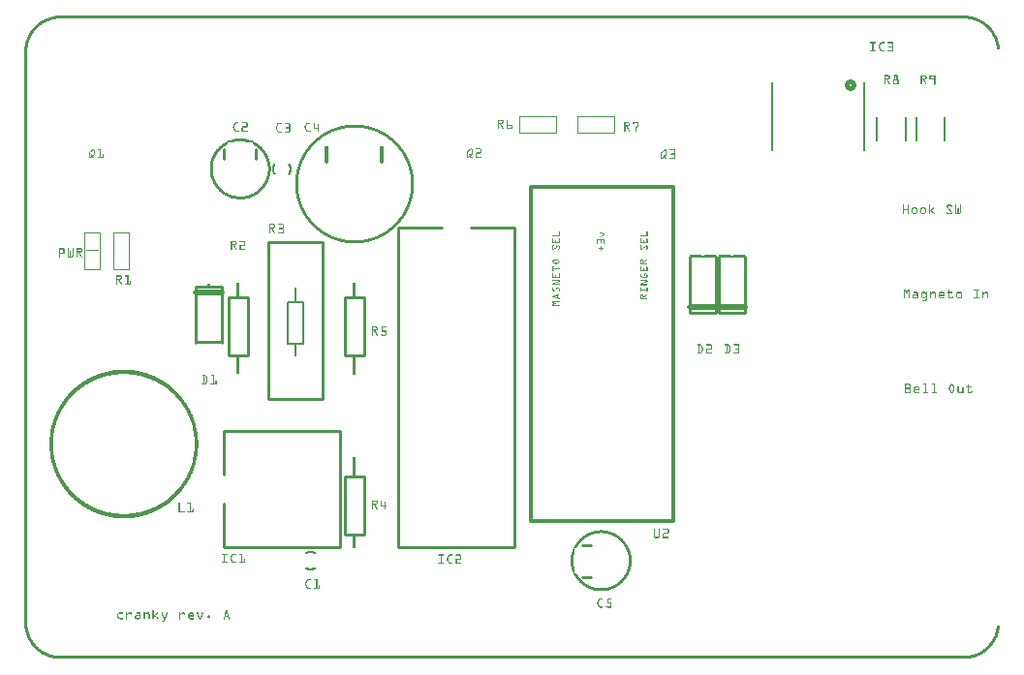
<source format=gto>
G04 MADE WITH FRITZING*
G04 WWW.FRITZING.ORG*
G04 DOUBLE SIDED*
G04 HOLES PLATED*
G04 CONTOUR ON CENTER OF CONTOUR VECTOR*
%ASAXBY*%
%FSLAX23Y23*%
%MOIN*%
%OFA0B0*%
%SFA1.0B1.0*%
%ADD10C,0.041056X0.0070324*%
%ADD11C,0.410000X0.39*%
%ADD12R,0.195516X0.551181X0.173264X0.528929*%
%ADD13C,0.011126*%
%ADD14C,0.006000*%
%ADD15C,0.010000*%
%ADD16C,0.020000*%
%ADD17C,0.007694*%
%ADD18C,0.012705*%
%ADD19C,0.007165*%
%ADD20C,0.011000*%
%ADD21R,0.001000X0.001000*%
%LNSILK1*%
G90*
G70*
G54D10*
X2846Y1977D03*
G54D11*
X1140Y1639D03*
G54D13*
X845Y1439D02*
X1030Y1439D01*
X1030Y899D01*
X845Y899D01*
X845Y1439D01*
D02*
G54D14*
X3172Y1869D02*
X3172Y1788D01*
D02*
X3074Y1868D02*
X3074Y1788D01*
D02*
X3036Y1869D02*
X3036Y1788D01*
D02*
X2938Y1868D02*
X2938Y1788D01*
G54D15*
D02*
X2295Y1194D02*
X2295Y1389D01*
D02*
X2385Y1389D02*
X2385Y1194D01*
D02*
X2385Y1194D02*
X2295Y1194D01*
G54D16*
D02*
X2385Y1214D02*
X2295Y1214D01*
G54D15*
D02*
X2395Y1194D02*
X2395Y1389D01*
D02*
X2485Y1389D02*
X2485Y1194D01*
D02*
X2485Y1194D02*
X2395Y1194D01*
G54D16*
D02*
X2485Y1214D02*
X2395Y1214D01*
G54D17*
D02*
X2894Y1988D02*
X2894Y1754D01*
D02*
X2578Y1988D02*
X2578Y1754D01*
G54D15*
D02*
X1290Y1489D02*
X1290Y389D01*
D02*
X1290Y389D02*
X1690Y389D01*
D02*
X1690Y389D02*
X1690Y1489D01*
D02*
X1290Y1489D02*
X1440Y1489D01*
D02*
X1540Y1489D02*
X1690Y1489D01*
D02*
X707Y1049D02*
X707Y1249D01*
D02*
X707Y1249D02*
X773Y1249D01*
D02*
X773Y1249D02*
X773Y1049D01*
D02*
X773Y1049D02*
X707Y1049D01*
D02*
X691Y389D02*
X1091Y389D01*
D02*
X1091Y389D02*
X1091Y789D01*
D02*
X1091Y789D02*
X691Y789D01*
D02*
X691Y389D02*
X691Y539D01*
D02*
X691Y639D02*
X691Y789D01*
D02*
X685Y1286D02*
X685Y1091D01*
D02*
X595Y1091D02*
X595Y1286D01*
D02*
X595Y1286D02*
X685Y1286D01*
G54D16*
D02*
X595Y1266D02*
X685Y1266D01*
G54D15*
D02*
X1173Y630D02*
X1173Y430D01*
D02*
X1173Y430D02*
X1107Y430D01*
D02*
X1107Y430D02*
X1107Y630D01*
D02*
X1107Y630D02*
X1173Y630D01*
D02*
X1107Y1049D02*
X1107Y1249D01*
D02*
X1107Y1249D02*
X1173Y1249D01*
D02*
X1173Y1249D02*
X1173Y1049D01*
D02*
X1173Y1049D02*
X1107Y1049D01*
G54D18*
D02*
X2237Y478D02*
X1747Y478D01*
D02*
X1747Y478D02*
X1747Y1627D01*
D02*
X1747Y1627D02*
X2237Y1627D01*
D02*
X2237Y1627D02*
X2237Y478D01*
G54D19*
D02*
X938Y1281D02*
X938Y1230D01*
D02*
X938Y1087D02*
X938Y1049D01*
D02*
X964Y1230D02*
X964Y1087D01*
D02*
X964Y1087D02*
X911Y1087D01*
D02*
X911Y1087D02*
X911Y1230D01*
D02*
X911Y1230D02*
X964Y1230D01*
G54D20*
X1924Y395D02*
X1954Y395D01*
D02*
X1924Y285D02*
X1954Y285D01*
D02*
G54D21*
X121Y2217D02*
X3245Y2217D01*
X111Y2216D02*
X3254Y2216D01*
X105Y2215D02*
X3260Y2215D01*
X101Y2214D02*
X3265Y2214D01*
X97Y2213D02*
X3269Y2213D01*
X93Y2212D02*
X3273Y2212D01*
X90Y2211D02*
X3276Y2211D01*
X87Y2210D02*
X3279Y2210D01*
X84Y2209D02*
X3281Y2209D01*
X82Y2208D02*
X3284Y2208D01*
X80Y2207D02*
X3286Y2207D01*
X77Y2206D02*
X114Y2206D01*
X3252Y2206D02*
X3288Y2206D01*
X75Y2205D02*
X107Y2205D01*
X3259Y2205D02*
X3291Y2205D01*
X73Y2204D02*
X102Y2204D01*
X3264Y2204D02*
X3293Y2204D01*
X71Y2203D02*
X98Y2203D01*
X3268Y2203D02*
X3295Y2203D01*
X69Y2202D02*
X95Y2202D01*
X3271Y2202D02*
X3296Y2202D01*
X68Y2201D02*
X91Y2201D01*
X3274Y2201D02*
X3298Y2201D01*
X66Y2200D02*
X89Y2200D01*
X3277Y2200D02*
X3300Y2200D01*
X64Y2199D02*
X86Y2199D01*
X3280Y2199D02*
X3302Y2199D01*
X63Y2198D02*
X83Y2198D01*
X3282Y2198D02*
X3303Y2198D01*
X61Y2197D02*
X81Y2197D01*
X3285Y2197D02*
X3305Y2197D01*
X59Y2196D02*
X79Y2196D01*
X3287Y2196D02*
X3306Y2196D01*
X58Y2195D02*
X77Y2195D01*
X3289Y2195D02*
X3308Y2195D01*
X57Y2194D02*
X75Y2194D01*
X3291Y2194D02*
X3309Y2194D01*
X55Y2193D02*
X73Y2193D01*
X3293Y2193D02*
X3311Y2193D01*
X54Y2192D02*
X72Y2192D01*
X3294Y2192D02*
X3312Y2192D01*
X53Y2191D02*
X70Y2191D01*
X3296Y2191D02*
X3313Y2191D01*
X51Y2190D02*
X68Y2190D01*
X3298Y2190D02*
X3314Y2190D01*
X50Y2189D02*
X67Y2189D01*
X3299Y2189D02*
X3316Y2189D01*
X49Y2188D02*
X65Y2188D01*
X3301Y2188D02*
X3317Y2188D01*
X48Y2187D02*
X64Y2187D01*
X3302Y2187D02*
X3318Y2187D01*
X47Y2186D02*
X62Y2186D01*
X3303Y2186D02*
X3319Y2186D01*
X45Y2185D02*
X61Y2185D01*
X3305Y2185D02*
X3320Y2185D01*
X44Y2184D02*
X60Y2184D01*
X3306Y2184D02*
X3321Y2184D01*
X43Y2183D02*
X58Y2183D01*
X3307Y2183D02*
X3322Y2183D01*
X42Y2182D02*
X57Y2182D01*
X3309Y2182D02*
X3324Y2182D01*
X41Y2181D02*
X56Y2181D01*
X3310Y2181D02*
X3325Y2181D01*
X40Y2180D02*
X55Y2180D01*
X3311Y2180D02*
X3326Y2180D01*
X39Y2179D02*
X53Y2179D01*
X3312Y2179D02*
X3326Y2179D01*
X38Y2178D02*
X52Y2178D01*
X3313Y2178D02*
X3327Y2178D01*
X37Y2177D02*
X51Y2177D01*
X3315Y2177D02*
X3328Y2177D01*
X37Y2176D02*
X50Y2176D01*
X3316Y2176D02*
X3329Y2176D01*
X36Y2175D02*
X49Y2175D01*
X3317Y2175D02*
X3330Y2175D01*
X35Y2174D02*
X48Y2174D01*
X3318Y2174D02*
X3331Y2174D01*
X34Y2173D02*
X47Y2173D01*
X3319Y2173D02*
X3332Y2173D01*
X33Y2172D02*
X46Y2172D01*
X3320Y2172D02*
X3333Y2172D01*
X32Y2171D02*
X45Y2171D01*
X3321Y2171D02*
X3333Y2171D01*
X32Y2170D02*
X44Y2170D01*
X3322Y2170D02*
X3334Y2170D01*
X31Y2169D02*
X43Y2169D01*
X3322Y2169D02*
X3335Y2169D01*
X30Y2168D02*
X42Y2168D01*
X3323Y2168D02*
X3336Y2168D01*
X29Y2167D02*
X42Y2167D01*
X3324Y2167D02*
X3337Y2167D01*
X29Y2166D02*
X41Y2166D01*
X3325Y2166D02*
X3337Y2166D01*
X28Y2165D02*
X40Y2165D01*
X3326Y2165D02*
X3338Y2165D01*
X27Y2164D02*
X39Y2164D01*
X3327Y2164D02*
X3339Y2164D01*
X26Y2163D02*
X38Y2163D01*
X3327Y2163D02*
X3339Y2163D01*
X26Y2162D02*
X38Y2162D01*
X3328Y2162D02*
X3340Y2162D01*
X25Y2161D02*
X37Y2161D01*
X3329Y2161D02*
X3341Y2161D01*
X24Y2160D02*
X36Y2160D01*
X3330Y2160D02*
X3341Y2160D01*
X24Y2159D02*
X35Y2159D01*
X3330Y2159D02*
X3342Y2159D01*
X23Y2158D02*
X35Y2158D01*
X3331Y2158D02*
X3343Y2158D01*
X23Y2157D02*
X34Y2157D01*
X3332Y2157D02*
X3343Y2157D01*
X22Y2156D02*
X33Y2156D01*
X3333Y2156D02*
X3344Y2156D01*
X21Y2155D02*
X32Y2155D01*
X3333Y2155D02*
X3344Y2155D01*
X21Y2154D02*
X32Y2154D01*
X3334Y2154D02*
X3345Y2154D01*
X20Y2153D02*
X31Y2153D01*
X3335Y2153D02*
X3345Y2153D01*
X20Y2152D02*
X31Y2152D01*
X3335Y2152D02*
X3346Y2152D01*
X19Y2151D02*
X30Y2151D01*
X3336Y2151D02*
X3347Y2151D01*
X19Y2150D02*
X29Y2150D01*
X3336Y2150D02*
X3347Y2150D01*
X18Y2149D02*
X29Y2149D01*
X3337Y2149D02*
X3348Y2149D01*
X18Y2148D02*
X28Y2148D01*
X3338Y2148D02*
X3348Y2148D01*
X17Y2147D02*
X28Y2147D01*
X3338Y2147D02*
X3349Y2147D01*
X17Y2146D02*
X27Y2146D01*
X3339Y2146D02*
X3349Y2146D01*
X16Y2145D02*
X27Y2145D01*
X3339Y2145D02*
X3349Y2145D01*
X16Y2144D02*
X26Y2144D01*
X3340Y2144D02*
X3350Y2144D01*
X15Y2143D02*
X26Y2143D01*
X3340Y2143D02*
X3350Y2143D01*
X15Y2142D02*
X25Y2142D01*
X3341Y2142D02*
X3351Y2142D01*
X15Y2141D02*
X25Y2141D01*
X3341Y2141D02*
X3351Y2141D01*
X14Y2140D02*
X24Y2140D01*
X3342Y2140D02*
X3352Y2140D01*
X14Y2139D02*
X24Y2139D01*
X3342Y2139D02*
X3352Y2139D01*
X13Y2138D02*
X23Y2138D01*
X3342Y2138D02*
X3352Y2138D01*
X13Y2137D02*
X23Y2137D01*
X3343Y2137D02*
X3353Y2137D01*
X13Y2136D02*
X23Y2136D01*
X3343Y2136D02*
X3353Y2136D01*
X12Y2135D02*
X22Y2135D01*
X3344Y2135D02*
X3354Y2135D01*
X12Y2134D02*
X22Y2134D01*
X3344Y2134D02*
X3354Y2134D01*
X12Y2133D02*
X21Y2133D01*
X3344Y2133D02*
X3354Y2133D01*
X11Y2132D02*
X21Y2132D01*
X3345Y2132D02*
X3355Y2132D01*
X11Y2131D02*
X21Y2131D01*
X3345Y2131D02*
X3355Y2131D01*
X11Y2130D02*
X20Y2130D01*
X3345Y2130D02*
X3355Y2130D01*
X10Y2129D02*
X20Y2129D01*
X3346Y2129D02*
X3356Y2129D01*
X10Y2128D02*
X20Y2128D01*
X3346Y2128D02*
X3356Y2128D01*
X10Y2127D02*
X19Y2127D01*
X3346Y2127D02*
X3356Y2127D01*
X9Y2126D02*
X19Y2126D01*
X2915Y2126D02*
X2933Y2126D01*
X2953Y2126D02*
X2963Y2126D01*
X2975Y2126D02*
X2992Y2126D01*
X3347Y2126D02*
X3356Y2126D01*
X9Y2125D02*
X19Y2125D01*
X2914Y2125D02*
X2934Y2125D01*
X2951Y2125D02*
X2964Y2125D01*
X2974Y2125D02*
X2993Y2125D01*
X3347Y2125D02*
X3357Y2125D01*
X9Y2124D02*
X19Y2124D01*
X2914Y2124D02*
X2934Y2124D01*
X2950Y2124D02*
X2964Y2124D01*
X2974Y2124D02*
X2994Y2124D01*
X3347Y2124D02*
X3357Y2124D01*
X9Y2123D02*
X18Y2123D01*
X2915Y2123D02*
X2933Y2123D01*
X2949Y2123D02*
X2963Y2123D01*
X2975Y2123D02*
X2994Y2123D01*
X3348Y2123D02*
X3357Y2123D01*
X8Y2122D02*
X18Y2122D01*
X2922Y2122D02*
X2926Y2122D01*
X2949Y2122D02*
X2953Y2122D01*
X2991Y2122D02*
X2994Y2122D01*
X3348Y2122D02*
X3357Y2122D01*
X8Y2121D02*
X18Y2121D01*
X2922Y2121D02*
X2926Y2121D01*
X2948Y2121D02*
X2952Y2121D01*
X2991Y2121D02*
X2994Y2121D01*
X3348Y2121D02*
X3358Y2121D01*
X8Y2120D02*
X17Y2120D01*
X2922Y2120D02*
X2926Y2120D01*
X2948Y2120D02*
X2952Y2120D01*
X2991Y2120D02*
X2994Y2120D01*
X3348Y2120D02*
X3358Y2120D01*
X8Y2119D02*
X17Y2119D01*
X2922Y2119D02*
X2926Y2119D01*
X2947Y2119D02*
X2951Y2119D01*
X2991Y2119D02*
X2994Y2119D01*
X3349Y2119D02*
X3358Y2119D01*
X7Y2118D02*
X17Y2118D01*
X2922Y2118D02*
X2926Y2118D01*
X2947Y2118D02*
X2951Y2118D01*
X2991Y2118D02*
X2994Y2118D01*
X3349Y2118D02*
X3358Y2118D01*
X7Y2117D02*
X17Y2117D01*
X2922Y2117D02*
X2926Y2117D01*
X2946Y2117D02*
X2950Y2117D01*
X2991Y2117D02*
X2994Y2117D01*
X3349Y2117D02*
X3359Y2117D01*
X7Y2116D02*
X17Y2116D01*
X2922Y2116D02*
X2926Y2116D01*
X2946Y2116D02*
X2950Y2116D01*
X2991Y2116D02*
X2994Y2116D01*
X3349Y2116D02*
X3359Y2116D01*
X7Y2115D02*
X16Y2115D01*
X2922Y2115D02*
X2926Y2115D01*
X2945Y2115D02*
X2949Y2115D01*
X2991Y2115D02*
X2994Y2115D01*
X3349Y2115D02*
X3359Y2115D01*
X7Y2114D02*
X16Y2114D01*
X2922Y2114D02*
X2926Y2114D01*
X2945Y2114D02*
X2949Y2114D01*
X2991Y2114D02*
X2994Y2114D01*
X3350Y2114D02*
X3359Y2114D01*
X7Y2113D02*
X16Y2113D01*
X2922Y2113D02*
X2926Y2113D01*
X2945Y2113D02*
X2948Y2113D01*
X2990Y2113D02*
X2994Y2113D01*
X3350Y2113D02*
X3359Y2113D01*
X6Y2112D02*
X16Y2112D01*
X2922Y2112D02*
X2926Y2112D01*
X2944Y2112D02*
X2948Y2112D01*
X2979Y2112D02*
X2994Y2112D01*
X3350Y2112D02*
X3359Y2112D01*
X6Y2111D02*
X16Y2111D01*
X2922Y2111D02*
X2926Y2111D01*
X2944Y2111D02*
X2948Y2111D01*
X2979Y2111D02*
X2993Y2111D01*
X3350Y2111D02*
X3360Y2111D01*
X6Y2110D02*
X16Y2110D01*
X2922Y2110D02*
X2926Y2110D01*
X2944Y2110D02*
X2947Y2110D01*
X2979Y2110D02*
X2993Y2110D01*
X3350Y2110D02*
X3360Y2110D01*
X6Y2109D02*
X15Y2109D01*
X2922Y2109D02*
X2926Y2109D01*
X2944Y2109D02*
X2948Y2109D01*
X2979Y2109D02*
X2993Y2109D01*
X3350Y2109D02*
X3360Y2109D01*
X6Y2108D02*
X15Y2108D01*
X2922Y2108D02*
X2926Y2108D01*
X2945Y2108D02*
X2948Y2108D01*
X2989Y2108D02*
X2994Y2108D01*
X3350Y2108D02*
X3360Y2108D01*
X6Y2107D02*
X15Y2107D01*
X2922Y2107D02*
X2926Y2107D01*
X2945Y2107D02*
X2948Y2107D01*
X2991Y2107D02*
X2994Y2107D01*
X3351Y2107D02*
X3360Y2107D01*
X6Y2106D02*
X15Y2106D01*
X2922Y2106D02*
X2926Y2106D01*
X2945Y2106D02*
X2949Y2106D01*
X2991Y2106D02*
X2994Y2106D01*
X3351Y2106D02*
X3360Y2106D01*
X6Y2105D02*
X15Y2105D01*
X2922Y2105D02*
X2926Y2105D01*
X2946Y2105D02*
X2949Y2105D01*
X2991Y2105D02*
X2994Y2105D01*
X3351Y2105D02*
X3360Y2105D01*
X6Y2104D02*
X15Y2104D01*
X2922Y2104D02*
X2926Y2104D01*
X2946Y2104D02*
X2950Y2104D01*
X2991Y2104D02*
X2994Y2104D01*
X3351Y2104D02*
X3360Y2104D01*
X5Y2103D02*
X15Y2103D01*
X2922Y2103D02*
X2926Y2103D01*
X2947Y2103D02*
X2950Y2103D01*
X2991Y2103D02*
X2994Y2103D01*
X3351Y2103D02*
X3360Y2103D01*
X5Y2102D02*
X15Y2102D01*
X2922Y2102D02*
X2926Y2102D01*
X2947Y2102D02*
X2951Y2102D01*
X2991Y2102D02*
X2994Y2102D01*
X3351Y2102D02*
X3360Y2102D01*
X5Y2101D02*
X15Y2101D01*
X2922Y2101D02*
X2926Y2101D01*
X2948Y2101D02*
X2951Y2101D01*
X2991Y2101D02*
X2994Y2101D01*
X5Y2100D02*
X15Y2100D01*
X2922Y2100D02*
X2926Y2100D01*
X2948Y2100D02*
X2952Y2100D01*
X2991Y2100D02*
X2994Y2100D01*
X5Y2099D02*
X15Y2099D01*
X2922Y2099D02*
X2926Y2099D01*
X2949Y2099D02*
X2953Y2099D01*
X2991Y2099D02*
X2994Y2099D01*
X5Y2098D02*
X15Y2098D01*
X2915Y2098D02*
X2933Y2098D01*
X2949Y2098D02*
X2963Y2098D01*
X2976Y2098D02*
X2994Y2098D01*
X5Y2097D02*
X15Y2097D01*
X2914Y2097D02*
X2934Y2097D01*
X2950Y2097D02*
X2964Y2097D01*
X2975Y2097D02*
X2994Y2097D01*
X5Y2096D02*
X15Y2096D01*
X2914Y2096D02*
X2934Y2096D01*
X2951Y2096D02*
X2964Y2096D01*
X2974Y2096D02*
X2993Y2096D01*
X5Y2095D02*
X14Y2095D01*
X2914Y2095D02*
X2933Y2095D01*
X2952Y2095D02*
X2964Y2095D01*
X2975Y2095D02*
X2992Y2095D01*
X5Y2094D02*
X14Y2094D01*
X2916Y2094D02*
X2931Y2094D01*
X2955Y2094D02*
X2962Y2094D01*
X2977Y2094D02*
X2990Y2094D01*
X5Y2093D02*
X14Y2093D01*
X5Y2092D02*
X14Y2092D01*
X5Y2091D02*
X14Y2091D01*
X5Y2090D02*
X14Y2090D01*
X5Y2089D02*
X14Y2089D01*
X5Y2088D02*
X14Y2088D01*
X5Y2087D02*
X14Y2087D01*
X5Y2086D02*
X14Y2086D01*
X5Y2085D02*
X14Y2085D01*
X5Y2084D02*
X14Y2084D01*
X5Y2083D02*
X14Y2083D01*
X5Y2082D02*
X14Y2082D01*
X5Y2081D02*
X14Y2081D01*
X5Y2080D02*
X14Y2080D01*
X5Y2079D02*
X14Y2079D01*
X5Y2078D02*
X14Y2078D01*
X5Y2077D02*
X14Y2077D01*
X5Y2076D02*
X14Y2076D01*
X5Y2075D02*
X14Y2075D01*
X5Y2074D02*
X14Y2074D01*
X5Y2073D02*
X14Y2073D01*
X5Y2072D02*
X14Y2072D01*
X5Y2071D02*
X14Y2071D01*
X5Y2070D02*
X14Y2070D01*
X5Y2069D02*
X14Y2069D01*
X5Y2068D02*
X14Y2068D01*
X5Y2067D02*
X14Y2067D01*
X5Y2066D02*
X14Y2066D01*
X5Y2065D02*
X14Y2065D01*
X5Y2064D02*
X14Y2064D01*
X5Y2063D02*
X14Y2063D01*
X5Y2062D02*
X14Y2062D01*
X5Y2061D02*
X14Y2061D01*
X5Y2060D02*
X14Y2060D01*
X5Y2059D02*
X14Y2059D01*
X5Y2058D02*
X14Y2058D01*
X5Y2057D02*
X14Y2057D01*
X5Y2056D02*
X14Y2056D01*
X5Y2055D02*
X14Y2055D01*
X5Y2054D02*
X14Y2054D01*
X5Y2053D02*
X14Y2053D01*
X5Y2052D02*
X14Y2052D01*
X5Y2051D02*
X14Y2051D01*
X5Y2050D02*
X14Y2050D01*
X5Y2049D02*
X14Y2049D01*
X5Y2048D02*
X14Y2048D01*
X5Y2047D02*
X14Y2047D01*
X5Y2046D02*
X14Y2046D01*
X5Y2045D02*
X14Y2045D01*
X5Y2044D02*
X14Y2044D01*
X5Y2043D02*
X14Y2043D01*
X5Y2042D02*
X14Y2042D01*
X5Y2041D02*
X14Y2041D01*
X5Y2040D02*
X14Y2040D01*
X5Y2039D02*
X14Y2039D01*
X5Y2038D02*
X14Y2038D01*
X5Y2037D02*
X14Y2037D01*
X5Y2036D02*
X14Y2036D01*
X5Y2035D02*
X14Y2035D01*
X5Y2034D02*
X14Y2034D01*
X5Y2033D02*
X14Y2033D01*
X5Y2032D02*
X14Y2032D01*
X5Y2031D02*
X14Y2031D01*
X5Y2030D02*
X14Y2030D01*
X5Y2029D02*
X14Y2029D01*
X5Y2028D02*
X14Y2028D01*
X5Y2027D02*
X14Y2027D01*
X5Y2026D02*
X14Y2026D01*
X5Y2025D02*
X14Y2025D01*
X5Y2024D02*
X14Y2024D01*
X5Y2023D02*
X14Y2023D01*
X5Y2022D02*
X14Y2022D01*
X5Y2021D02*
X14Y2021D01*
X5Y2020D02*
X14Y2020D01*
X5Y2019D02*
X14Y2019D01*
X5Y2018D02*
X14Y2018D01*
X5Y2017D02*
X14Y2017D01*
X5Y2016D02*
X14Y2016D01*
X5Y2015D02*
X14Y2015D01*
X5Y2014D02*
X14Y2014D01*
X5Y2013D02*
X14Y2013D01*
X2963Y2013D02*
X2977Y2013D01*
X2999Y2013D02*
X3007Y2013D01*
X5Y2012D02*
X14Y2012D01*
X2963Y2012D02*
X2980Y2012D01*
X2997Y2012D02*
X3008Y2012D01*
X3089Y2012D02*
X3103Y2012D01*
X3121Y2012D02*
X3137Y2012D01*
X5Y2011D02*
X14Y2011D01*
X2963Y2011D02*
X2981Y2011D01*
X2997Y2011D02*
X3008Y2011D01*
X3089Y2011D02*
X3106Y2011D01*
X3120Y2011D02*
X3139Y2011D01*
X5Y2010D02*
X14Y2010D01*
X2963Y2010D02*
X2982Y2010D01*
X2997Y2010D02*
X3009Y2010D01*
X3089Y2010D02*
X3107Y2010D01*
X3119Y2010D02*
X3139Y2010D01*
X5Y2009D02*
X14Y2009D01*
X2963Y2009D02*
X2982Y2009D01*
X2997Y2009D02*
X3009Y2009D01*
X3089Y2009D02*
X3108Y2009D01*
X3119Y2009D02*
X3139Y2009D01*
X5Y2008D02*
X14Y2008D01*
X2963Y2008D02*
X2966Y2008D01*
X2979Y2008D02*
X2982Y2008D01*
X2997Y2008D02*
X3000Y2008D01*
X3005Y2008D02*
X3009Y2008D01*
X3089Y2008D02*
X3108Y2008D01*
X3119Y2008D02*
X3139Y2008D01*
X5Y2007D02*
X14Y2007D01*
X2963Y2007D02*
X2966Y2007D01*
X2979Y2007D02*
X2983Y2007D01*
X2997Y2007D02*
X3000Y2007D01*
X3005Y2007D02*
X3009Y2007D01*
X3089Y2007D02*
X3092Y2007D01*
X3105Y2007D02*
X3109Y2007D01*
X3119Y2007D02*
X3122Y2007D01*
X3136Y2007D02*
X3139Y2007D01*
X5Y2006D02*
X14Y2006D01*
X2963Y2006D02*
X2966Y2006D01*
X2979Y2006D02*
X2983Y2006D01*
X2997Y2006D02*
X3000Y2006D01*
X3005Y2006D02*
X3009Y2006D01*
X3089Y2006D02*
X3092Y2006D01*
X3106Y2006D02*
X3109Y2006D01*
X3119Y2006D02*
X3122Y2006D01*
X3136Y2006D02*
X3139Y2006D01*
X5Y2005D02*
X14Y2005D01*
X2963Y2005D02*
X2966Y2005D01*
X2979Y2005D02*
X2983Y2005D01*
X2997Y2005D02*
X3000Y2005D01*
X3005Y2005D02*
X3009Y2005D01*
X3089Y2005D02*
X3092Y2005D01*
X3106Y2005D02*
X3109Y2005D01*
X3119Y2005D02*
X3122Y2005D01*
X3136Y2005D02*
X3139Y2005D01*
X5Y2004D02*
X14Y2004D01*
X2963Y2004D02*
X2966Y2004D01*
X2979Y2004D02*
X2983Y2004D01*
X2997Y2004D02*
X3000Y2004D01*
X3005Y2004D02*
X3009Y2004D01*
X3089Y2004D02*
X3092Y2004D01*
X3106Y2004D02*
X3109Y2004D01*
X3119Y2004D02*
X3122Y2004D01*
X3136Y2004D02*
X3139Y2004D01*
X5Y2003D02*
X14Y2003D01*
X2963Y2003D02*
X2966Y2003D01*
X2978Y2003D02*
X2982Y2003D01*
X2997Y2003D02*
X3000Y2003D01*
X3005Y2003D02*
X3009Y2003D01*
X3089Y2003D02*
X3092Y2003D01*
X3106Y2003D02*
X3109Y2003D01*
X3119Y2003D02*
X3122Y2003D01*
X3136Y2003D02*
X3139Y2003D01*
X5Y2002D02*
X14Y2002D01*
X2963Y2002D02*
X2982Y2002D01*
X2997Y2002D02*
X3000Y2002D01*
X3005Y2002D02*
X3009Y2002D01*
X3089Y2002D02*
X3092Y2002D01*
X3105Y2002D02*
X3109Y2002D01*
X3119Y2002D02*
X3122Y2002D01*
X3136Y2002D02*
X3139Y2002D01*
X5Y2001D02*
X14Y2001D01*
X2963Y2001D02*
X2981Y2001D01*
X2997Y2001D02*
X3000Y2001D01*
X3005Y2001D02*
X3009Y2001D01*
X3089Y2001D02*
X3108Y2001D01*
X3119Y2001D02*
X3139Y2001D01*
X5Y2000D02*
X14Y2000D01*
X2963Y2000D02*
X2980Y2000D01*
X2997Y2000D02*
X3000Y2000D01*
X3005Y2000D02*
X3009Y2000D01*
X3089Y2000D02*
X3108Y2000D01*
X3119Y2000D02*
X3139Y2000D01*
X5Y1999D02*
X14Y1999D01*
X2963Y1999D02*
X2979Y1999D01*
X2997Y1999D02*
X3009Y1999D01*
X3089Y1999D02*
X3107Y1999D01*
X3119Y1999D02*
X3139Y1999D01*
X5Y1998D02*
X14Y1998D01*
X2963Y1998D02*
X2966Y1998D01*
X2970Y1998D02*
X2974Y1998D01*
X2995Y1998D02*
X3011Y1998D01*
X3089Y1998D02*
X3105Y1998D01*
X3120Y1998D02*
X3139Y1998D01*
X5Y1997D02*
X14Y1997D01*
X2963Y1997D02*
X2966Y1997D01*
X2971Y1997D02*
X2975Y1997D01*
X2994Y1997D02*
X3012Y1997D01*
X3089Y1997D02*
X3092Y1997D01*
X3096Y1997D02*
X3101Y1997D01*
X3136Y1997D02*
X3139Y1997D01*
X5Y1996D02*
X14Y1996D01*
X2963Y1996D02*
X2966Y1996D01*
X2971Y1996D02*
X2975Y1996D01*
X2993Y1996D02*
X3012Y1996D01*
X3089Y1996D02*
X3092Y1996D01*
X3097Y1996D02*
X3101Y1996D01*
X3136Y1996D02*
X3139Y1996D01*
X5Y1995D02*
X14Y1995D01*
X2963Y1995D02*
X2966Y1995D01*
X2972Y1995D02*
X2976Y1995D01*
X2993Y1995D02*
X3013Y1995D01*
X3089Y1995D02*
X3092Y1995D01*
X3098Y1995D02*
X3101Y1995D01*
X3136Y1995D02*
X3139Y1995D01*
X5Y1994D02*
X14Y1994D01*
X2963Y1994D02*
X2966Y1994D01*
X2972Y1994D02*
X2976Y1994D01*
X2993Y1994D02*
X2996Y1994D01*
X3009Y1994D02*
X3013Y1994D01*
X3089Y1994D02*
X3092Y1994D01*
X3098Y1994D02*
X3102Y1994D01*
X3136Y1994D02*
X3139Y1994D01*
X5Y1993D02*
X14Y1993D01*
X2963Y1993D02*
X2966Y1993D01*
X2973Y1993D02*
X2977Y1993D01*
X2993Y1993D02*
X2996Y1993D01*
X3009Y1993D02*
X3013Y1993D01*
X3089Y1993D02*
X3092Y1993D01*
X3099Y1993D02*
X3103Y1993D01*
X3136Y1993D02*
X3139Y1993D01*
X5Y1992D02*
X14Y1992D01*
X2963Y1992D02*
X2966Y1992D01*
X2974Y1992D02*
X2978Y1992D01*
X2993Y1992D02*
X2996Y1992D01*
X3009Y1992D02*
X3013Y1992D01*
X3089Y1992D02*
X3092Y1992D01*
X3099Y1992D02*
X3103Y1992D01*
X3136Y1992D02*
X3139Y1992D01*
X5Y1991D02*
X14Y1991D01*
X2963Y1991D02*
X2966Y1991D01*
X2974Y1991D02*
X2978Y1991D01*
X2993Y1991D02*
X2996Y1991D01*
X3009Y1991D02*
X3013Y1991D01*
X3089Y1991D02*
X3092Y1991D01*
X3100Y1991D02*
X3104Y1991D01*
X3136Y1991D02*
X3139Y1991D01*
X5Y1990D02*
X14Y1990D01*
X2963Y1990D02*
X2966Y1990D01*
X2975Y1990D02*
X2979Y1990D01*
X2993Y1990D02*
X2996Y1990D01*
X3009Y1990D02*
X3013Y1990D01*
X3089Y1990D02*
X3092Y1990D01*
X3100Y1990D02*
X3104Y1990D01*
X3136Y1990D02*
X3139Y1990D01*
X5Y1989D02*
X14Y1989D01*
X2963Y1989D02*
X2966Y1989D01*
X2975Y1989D02*
X2979Y1989D01*
X2993Y1989D02*
X2996Y1989D01*
X3009Y1989D02*
X3013Y1989D01*
X3089Y1989D02*
X3092Y1989D01*
X3101Y1989D02*
X3105Y1989D01*
X3136Y1989D02*
X3139Y1989D01*
X5Y1988D02*
X14Y1988D01*
X2963Y1988D02*
X2966Y1988D01*
X2976Y1988D02*
X2980Y1988D01*
X2993Y1988D02*
X2996Y1988D01*
X3009Y1988D02*
X3013Y1988D01*
X3089Y1988D02*
X3092Y1988D01*
X3102Y1988D02*
X3106Y1988D01*
X3136Y1988D02*
X3139Y1988D01*
X5Y1987D02*
X14Y1987D01*
X2963Y1987D02*
X2966Y1987D01*
X2977Y1987D02*
X2980Y1987D01*
X2993Y1987D02*
X2996Y1987D01*
X3009Y1987D02*
X3013Y1987D01*
X3089Y1987D02*
X3092Y1987D01*
X3102Y1987D02*
X3106Y1987D01*
X3136Y1987D02*
X3139Y1987D01*
X5Y1986D02*
X14Y1986D01*
X2963Y1986D02*
X2966Y1986D01*
X2977Y1986D02*
X2981Y1986D01*
X2993Y1986D02*
X2996Y1986D01*
X3009Y1986D02*
X3013Y1986D01*
X3089Y1986D02*
X3092Y1986D01*
X3103Y1986D02*
X3107Y1986D01*
X3136Y1986D02*
X3139Y1986D01*
X5Y1985D02*
X14Y1985D01*
X2963Y1985D02*
X2966Y1985D01*
X2978Y1985D02*
X2982Y1985D01*
X2993Y1985D02*
X2996Y1985D01*
X3009Y1985D02*
X3013Y1985D01*
X3089Y1985D02*
X3092Y1985D01*
X3103Y1985D02*
X3107Y1985D01*
X3136Y1985D02*
X3139Y1985D01*
X5Y1984D02*
X14Y1984D01*
X2963Y1984D02*
X2966Y1984D01*
X2978Y1984D02*
X2982Y1984D01*
X2993Y1984D02*
X3013Y1984D01*
X3089Y1984D02*
X3092Y1984D01*
X3104Y1984D02*
X3108Y1984D01*
X3136Y1984D02*
X3139Y1984D01*
X5Y1983D02*
X14Y1983D01*
X2963Y1983D02*
X2966Y1983D01*
X2979Y1983D02*
X2983Y1983D01*
X2993Y1983D02*
X3012Y1983D01*
X3089Y1983D02*
X3092Y1983D01*
X3105Y1983D02*
X3108Y1983D01*
X3134Y1983D02*
X3139Y1983D01*
X5Y1982D02*
X14Y1982D01*
X2963Y1982D02*
X2966Y1982D01*
X2979Y1982D02*
X2982Y1982D01*
X2994Y1982D02*
X3011Y1982D01*
X3089Y1982D02*
X3092Y1982D01*
X3105Y1982D02*
X3109Y1982D01*
X3134Y1982D02*
X3139Y1982D01*
X5Y1981D02*
X14Y1981D01*
X2964Y1981D02*
X2965Y1981D01*
X2980Y1981D02*
X2982Y1981D01*
X2996Y1981D02*
X3010Y1981D01*
X3089Y1981D02*
X3092Y1981D01*
X3106Y1981D02*
X3109Y1981D01*
X3134Y1981D02*
X3139Y1981D01*
X5Y1980D02*
X14Y1980D01*
X3090Y1980D02*
X3091Y1980D01*
X3107Y1980D02*
X3108Y1980D01*
X3135Y1980D02*
X3138Y1980D01*
X5Y1979D02*
X14Y1979D01*
X5Y1978D02*
X14Y1978D01*
X5Y1977D02*
X14Y1977D01*
X5Y1976D02*
X14Y1976D01*
X5Y1975D02*
X14Y1975D01*
X5Y1974D02*
X14Y1974D01*
X5Y1973D02*
X14Y1973D01*
X5Y1972D02*
X14Y1972D01*
X5Y1971D02*
X14Y1971D01*
X5Y1970D02*
X14Y1970D01*
X5Y1969D02*
X14Y1969D01*
X5Y1968D02*
X14Y1968D01*
X5Y1967D02*
X14Y1967D01*
X5Y1966D02*
X14Y1966D01*
X5Y1965D02*
X14Y1965D01*
X5Y1964D02*
X14Y1964D01*
X5Y1963D02*
X14Y1963D01*
X5Y1962D02*
X14Y1962D01*
X5Y1961D02*
X14Y1961D01*
X5Y1960D02*
X14Y1960D01*
X5Y1959D02*
X14Y1959D01*
X5Y1958D02*
X14Y1958D01*
X5Y1957D02*
X14Y1957D01*
X5Y1956D02*
X14Y1956D01*
X5Y1955D02*
X14Y1955D01*
X5Y1954D02*
X14Y1954D01*
X5Y1953D02*
X14Y1953D01*
X5Y1952D02*
X14Y1952D01*
X5Y1951D02*
X14Y1951D01*
X5Y1950D02*
X14Y1950D01*
X5Y1949D02*
X14Y1949D01*
X5Y1948D02*
X14Y1948D01*
X5Y1947D02*
X14Y1947D01*
X5Y1946D02*
X14Y1946D01*
X5Y1945D02*
X14Y1945D01*
X5Y1944D02*
X14Y1944D01*
X5Y1943D02*
X14Y1943D01*
X5Y1942D02*
X14Y1942D01*
X5Y1941D02*
X14Y1941D01*
X5Y1940D02*
X14Y1940D01*
X5Y1939D02*
X14Y1939D01*
X5Y1938D02*
X14Y1938D01*
X5Y1937D02*
X14Y1937D01*
X5Y1936D02*
X14Y1936D01*
X5Y1935D02*
X14Y1935D01*
X5Y1934D02*
X14Y1934D01*
X5Y1933D02*
X14Y1933D01*
X5Y1932D02*
X14Y1932D01*
X5Y1931D02*
X14Y1931D01*
X5Y1930D02*
X14Y1930D01*
X5Y1929D02*
X14Y1929D01*
X5Y1928D02*
X14Y1928D01*
X5Y1927D02*
X14Y1927D01*
X5Y1926D02*
X14Y1926D01*
X5Y1925D02*
X14Y1925D01*
X5Y1924D02*
X14Y1924D01*
X5Y1923D02*
X14Y1923D01*
X5Y1922D02*
X14Y1922D01*
X5Y1921D02*
X14Y1921D01*
X5Y1920D02*
X14Y1920D01*
X5Y1919D02*
X14Y1919D01*
X5Y1918D02*
X14Y1918D01*
X5Y1917D02*
X14Y1917D01*
X5Y1916D02*
X14Y1916D01*
X5Y1915D02*
X14Y1915D01*
X5Y1914D02*
X14Y1914D01*
X5Y1913D02*
X14Y1913D01*
X5Y1912D02*
X14Y1912D01*
X5Y1911D02*
X14Y1911D01*
X5Y1910D02*
X14Y1910D01*
X5Y1909D02*
X14Y1909D01*
X5Y1908D02*
X14Y1908D01*
X5Y1907D02*
X14Y1907D01*
X5Y1906D02*
X14Y1906D01*
X5Y1905D02*
X14Y1905D01*
X5Y1904D02*
X14Y1904D01*
X5Y1903D02*
X14Y1903D01*
X5Y1902D02*
X14Y1902D01*
X5Y1901D02*
X14Y1901D01*
X5Y1900D02*
X14Y1900D01*
X5Y1899D02*
X14Y1899D01*
X5Y1898D02*
X14Y1898D01*
X5Y1897D02*
X14Y1897D01*
X5Y1896D02*
X14Y1896D01*
X5Y1895D02*
X14Y1895D01*
X5Y1894D02*
X14Y1894D01*
X5Y1893D02*
X14Y1893D01*
X5Y1892D02*
X14Y1892D01*
X5Y1891D02*
X14Y1891D01*
X5Y1890D02*
X14Y1890D01*
X5Y1889D02*
X14Y1889D01*
X5Y1888D02*
X14Y1888D01*
X5Y1887D02*
X14Y1887D01*
X5Y1886D02*
X14Y1886D01*
X5Y1885D02*
X14Y1885D01*
X5Y1884D02*
X14Y1884D01*
X5Y1883D02*
X14Y1883D01*
X5Y1882D02*
X14Y1882D01*
X5Y1881D02*
X14Y1881D01*
X5Y1880D02*
X14Y1880D01*
X5Y1879D02*
X14Y1879D01*
X5Y1878D02*
X14Y1878D01*
X5Y1877D02*
X14Y1877D01*
X5Y1876D02*
X14Y1876D01*
X5Y1875D02*
X14Y1875D01*
X5Y1874D02*
X14Y1874D01*
X5Y1873D02*
X14Y1873D01*
X5Y1872D02*
X14Y1872D01*
X5Y1871D02*
X14Y1871D01*
X5Y1870D02*
X14Y1870D01*
X1708Y1870D02*
X1837Y1870D01*
X1908Y1870D02*
X2037Y1870D01*
X5Y1869D02*
X14Y1869D01*
X1708Y1869D02*
X1837Y1869D01*
X1908Y1869D02*
X2037Y1869D01*
X5Y1868D02*
X14Y1868D01*
X1708Y1868D02*
X1837Y1868D01*
X1908Y1868D02*
X2037Y1868D01*
X5Y1867D02*
X14Y1867D01*
X1708Y1867D02*
X1710Y1867D01*
X1768Y1867D02*
X1777Y1867D01*
X1835Y1867D02*
X1837Y1867D01*
X1908Y1867D02*
X1910Y1867D01*
X1968Y1867D02*
X1977Y1867D01*
X2035Y1867D02*
X2037Y1867D01*
X5Y1866D02*
X14Y1866D01*
X1708Y1866D02*
X1710Y1866D01*
X1835Y1866D02*
X1837Y1866D01*
X1908Y1866D02*
X1910Y1866D01*
X2035Y1866D02*
X2037Y1866D01*
X5Y1865D02*
X14Y1865D01*
X1708Y1865D02*
X1710Y1865D01*
X1835Y1865D02*
X1837Y1865D01*
X1908Y1865D02*
X1910Y1865D01*
X2035Y1865D02*
X2037Y1865D01*
X5Y1864D02*
X14Y1864D01*
X1708Y1864D02*
X1710Y1864D01*
X1835Y1864D02*
X1837Y1864D01*
X1908Y1864D02*
X1910Y1864D01*
X2035Y1864D02*
X2037Y1864D01*
X5Y1863D02*
X14Y1863D01*
X1708Y1863D02*
X1710Y1863D01*
X1835Y1863D02*
X1837Y1863D01*
X1908Y1863D02*
X1910Y1863D01*
X2035Y1863D02*
X2037Y1863D01*
X5Y1862D02*
X14Y1862D01*
X1708Y1862D02*
X1710Y1862D01*
X1835Y1862D02*
X1837Y1862D01*
X1908Y1862D02*
X1910Y1862D01*
X2035Y1862D02*
X2037Y1862D01*
X5Y1861D02*
X14Y1861D01*
X1708Y1861D02*
X1710Y1861D01*
X1835Y1861D02*
X1837Y1861D01*
X1908Y1861D02*
X1910Y1861D01*
X2035Y1861D02*
X2037Y1861D01*
X5Y1860D02*
X14Y1860D01*
X1708Y1860D02*
X1710Y1860D01*
X1835Y1860D02*
X1837Y1860D01*
X1908Y1860D02*
X1910Y1860D01*
X2035Y1860D02*
X2037Y1860D01*
X5Y1859D02*
X14Y1859D01*
X1633Y1859D02*
X1649Y1859D01*
X1664Y1859D02*
X1668Y1859D01*
X1708Y1859D02*
X1710Y1859D01*
X1835Y1859D02*
X1837Y1859D01*
X1908Y1859D02*
X1910Y1859D01*
X2035Y1859D02*
X2037Y1859D01*
X5Y1858D02*
X14Y1858D01*
X1633Y1858D02*
X1650Y1858D01*
X1663Y1858D02*
X1668Y1858D01*
X1708Y1858D02*
X1710Y1858D01*
X1835Y1858D02*
X1837Y1858D01*
X1908Y1858D02*
X1910Y1858D01*
X2035Y1858D02*
X2037Y1858D01*
X5Y1857D02*
X14Y1857D01*
X1633Y1857D02*
X1651Y1857D01*
X1663Y1857D02*
X1668Y1857D01*
X1708Y1857D02*
X1710Y1857D01*
X1835Y1857D02*
X1837Y1857D01*
X1908Y1857D02*
X1910Y1857D01*
X2035Y1857D02*
X2037Y1857D01*
X5Y1856D02*
X14Y1856D01*
X1633Y1856D02*
X1652Y1856D01*
X1663Y1856D02*
X1668Y1856D01*
X1708Y1856D02*
X1710Y1856D01*
X1835Y1856D02*
X1837Y1856D01*
X1908Y1856D02*
X1910Y1856D01*
X2035Y1856D02*
X2037Y1856D01*
X5Y1855D02*
X14Y1855D01*
X1633Y1855D02*
X1637Y1855D01*
X1648Y1855D02*
X1653Y1855D01*
X1663Y1855D02*
X1667Y1855D01*
X1708Y1855D02*
X1710Y1855D01*
X1835Y1855D02*
X1837Y1855D01*
X1908Y1855D02*
X1910Y1855D01*
X2035Y1855D02*
X2037Y1855D01*
X5Y1854D02*
X14Y1854D01*
X1633Y1854D02*
X1636Y1854D01*
X1649Y1854D02*
X1653Y1854D01*
X1663Y1854D02*
X1666Y1854D01*
X1708Y1854D02*
X1710Y1854D01*
X1835Y1854D02*
X1837Y1854D01*
X1908Y1854D02*
X1910Y1854D01*
X2035Y1854D02*
X2037Y1854D01*
X5Y1853D02*
X14Y1853D01*
X1633Y1853D02*
X1636Y1853D01*
X1650Y1853D02*
X1653Y1853D01*
X1663Y1853D02*
X1666Y1853D01*
X1708Y1853D02*
X1710Y1853D01*
X1835Y1853D02*
X1837Y1853D01*
X1908Y1853D02*
X1910Y1853D01*
X2035Y1853D02*
X2037Y1853D01*
X5Y1852D02*
X14Y1852D01*
X1633Y1852D02*
X1636Y1852D01*
X1650Y1852D02*
X1653Y1852D01*
X1663Y1852D02*
X1666Y1852D01*
X1708Y1852D02*
X1710Y1852D01*
X1835Y1852D02*
X1837Y1852D01*
X1908Y1852D02*
X1910Y1852D01*
X2035Y1852D02*
X2037Y1852D01*
X5Y1851D02*
X14Y1851D01*
X1633Y1851D02*
X1636Y1851D01*
X1650Y1851D02*
X1653Y1851D01*
X1663Y1851D02*
X1666Y1851D01*
X1708Y1851D02*
X1710Y1851D01*
X1835Y1851D02*
X1837Y1851D01*
X1908Y1851D02*
X1910Y1851D01*
X2035Y1851D02*
X2037Y1851D01*
X5Y1850D02*
X14Y1850D01*
X732Y1850D02*
X741Y1850D01*
X754Y1850D02*
X769Y1850D01*
X1633Y1850D02*
X1636Y1850D01*
X1649Y1850D02*
X1653Y1850D01*
X1663Y1850D02*
X1666Y1850D01*
X1708Y1850D02*
X1710Y1850D01*
X1835Y1850D02*
X1837Y1850D01*
X1908Y1850D02*
X1910Y1850D01*
X2035Y1850D02*
X2037Y1850D01*
X2069Y1850D02*
X2085Y1850D01*
X2099Y1850D02*
X2118Y1850D01*
X5Y1849D02*
X14Y1849D01*
X729Y1849D02*
X742Y1849D01*
X753Y1849D02*
X771Y1849D01*
X977Y1849D02*
X988Y1849D01*
X1001Y1849D02*
X1003Y1849D01*
X1633Y1849D02*
X1637Y1849D01*
X1648Y1849D02*
X1653Y1849D01*
X1663Y1849D02*
X1666Y1849D01*
X1708Y1849D02*
X1710Y1849D01*
X1835Y1849D02*
X1837Y1849D01*
X1908Y1849D02*
X1910Y1849D01*
X2035Y1849D02*
X2037Y1849D01*
X2069Y1849D02*
X2086Y1849D01*
X2099Y1849D02*
X2118Y1849D01*
X5Y1848D02*
X14Y1848D01*
X728Y1848D02*
X742Y1848D01*
X753Y1848D02*
X772Y1848D01*
X976Y1848D02*
X989Y1848D01*
X1000Y1848D02*
X1003Y1848D01*
X1633Y1848D02*
X1652Y1848D01*
X1663Y1848D02*
X1666Y1848D01*
X1708Y1848D02*
X1710Y1848D01*
X1835Y1848D02*
X1837Y1848D01*
X1908Y1848D02*
X1910Y1848D01*
X2035Y1848D02*
X2037Y1848D01*
X2069Y1848D02*
X2087Y1848D01*
X2099Y1848D02*
X2118Y1848D01*
X5Y1847D02*
X14Y1847D01*
X728Y1847D02*
X742Y1847D01*
X753Y1847D02*
X772Y1847D01*
X878Y1847D02*
X889Y1847D01*
X900Y1847D02*
X917Y1847D01*
X975Y1847D02*
X989Y1847D01*
X1000Y1847D02*
X1003Y1847D01*
X1633Y1847D02*
X1651Y1847D01*
X1663Y1847D02*
X1666Y1847D01*
X1708Y1847D02*
X1710Y1847D01*
X1835Y1847D02*
X1837Y1847D01*
X1908Y1847D02*
X1910Y1847D01*
X2035Y1847D02*
X2037Y1847D01*
X2069Y1847D02*
X2088Y1847D01*
X2099Y1847D02*
X2118Y1847D01*
X5Y1846D02*
X14Y1846D01*
X727Y1846D02*
X732Y1846D01*
X769Y1846D02*
X772Y1846D01*
X876Y1846D02*
X889Y1846D01*
X900Y1846D02*
X918Y1846D01*
X974Y1846D02*
X988Y1846D01*
X1000Y1846D02*
X1003Y1846D01*
X1014Y1846D02*
X1015Y1846D01*
X1633Y1846D02*
X1650Y1846D01*
X1663Y1846D02*
X1666Y1846D01*
X1708Y1846D02*
X1710Y1846D01*
X1835Y1846D02*
X1837Y1846D01*
X1908Y1846D02*
X1910Y1846D01*
X2035Y1846D02*
X2037Y1846D01*
X2069Y1846D02*
X2072Y1846D01*
X2084Y1846D02*
X2088Y1846D01*
X2099Y1846D02*
X2102Y1846D01*
X2115Y1846D02*
X2118Y1846D01*
X5Y1845D02*
X14Y1845D01*
X727Y1845D02*
X731Y1845D01*
X769Y1845D02*
X772Y1845D01*
X875Y1845D02*
X889Y1845D01*
X900Y1845D02*
X919Y1845D01*
X974Y1845D02*
X978Y1845D01*
X1000Y1845D02*
X1003Y1845D01*
X1013Y1845D02*
X1016Y1845D01*
X1633Y1845D02*
X1649Y1845D01*
X1663Y1845D02*
X1666Y1845D01*
X1708Y1845D02*
X1710Y1845D01*
X1835Y1845D02*
X1837Y1845D01*
X1908Y1845D02*
X1910Y1845D01*
X2035Y1845D02*
X2037Y1845D01*
X2069Y1845D02*
X2072Y1845D01*
X2085Y1845D02*
X2088Y1845D01*
X2100Y1845D02*
X2100Y1845D01*
X2115Y1845D02*
X2118Y1845D01*
X5Y1844D02*
X14Y1844D01*
X726Y1844D02*
X730Y1844D01*
X769Y1844D02*
X772Y1844D01*
X875Y1844D02*
X889Y1844D01*
X900Y1844D02*
X919Y1844D01*
X973Y1844D02*
X977Y1844D01*
X1000Y1844D02*
X1003Y1844D01*
X1013Y1844D02*
X1016Y1844D01*
X1633Y1844D02*
X1636Y1844D01*
X1641Y1844D02*
X1645Y1844D01*
X1663Y1844D02*
X1666Y1844D01*
X1708Y1844D02*
X1710Y1844D01*
X1835Y1844D02*
X1837Y1844D01*
X1908Y1844D02*
X1910Y1844D01*
X2035Y1844D02*
X2037Y1844D01*
X2069Y1844D02*
X2072Y1844D01*
X2085Y1844D02*
X2088Y1844D01*
X2115Y1844D02*
X2118Y1844D01*
X5Y1843D02*
X14Y1843D01*
X726Y1843D02*
X729Y1843D01*
X769Y1843D02*
X772Y1843D01*
X874Y1843D02*
X878Y1843D01*
X916Y1843D02*
X919Y1843D01*
X973Y1843D02*
X976Y1843D01*
X1000Y1843D02*
X1003Y1843D01*
X1013Y1843D02*
X1016Y1843D01*
X1633Y1843D02*
X1636Y1843D01*
X1641Y1843D02*
X1645Y1843D01*
X1663Y1843D02*
X1666Y1843D01*
X1708Y1843D02*
X1710Y1843D01*
X1835Y1843D02*
X1837Y1843D01*
X1908Y1843D02*
X1910Y1843D01*
X2035Y1843D02*
X2037Y1843D01*
X2069Y1843D02*
X2072Y1843D01*
X2085Y1843D02*
X2088Y1843D01*
X2115Y1843D02*
X2118Y1843D01*
X5Y1842D02*
X14Y1842D01*
X725Y1842D02*
X729Y1842D01*
X769Y1842D02*
X772Y1842D01*
X874Y1842D02*
X877Y1842D01*
X916Y1842D02*
X919Y1842D01*
X972Y1842D02*
X976Y1842D01*
X1000Y1842D02*
X1003Y1842D01*
X1013Y1842D02*
X1016Y1842D01*
X1633Y1842D02*
X1636Y1842D01*
X1642Y1842D02*
X1646Y1842D01*
X1663Y1842D02*
X1667Y1842D01*
X1708Y1842D02*
X1710Y1842D01*
X1835Y1842D02*
X1837Y1842D01*
X1908Y1842D02*
X1910Y1842D01*
X2035Y1842D02*
X2037Y1842D01*
X2069Y1842D02*
X2072Y1842D01*
X2085Y1842D02*
X2088Y1842D01*
X2115Y1842D02*
X2118Y1842D01*
X5Y1841D02*
X14Y1841D01*
X725Y1841D02*
X728Y1841D01*
X769Y1841D02*
X772Y1841D01*
X873Y1841D02*
X877Y1841D01*
X916Y1841D02*
X919Y1841D01*
X972Y1841D02*
X975Y1841D01*
X1000Y1841D02*
X1003Y1841D01*
X1013Y1841D02*
X1016Y1841D01*
X1633Y1841D02*
X1636Y1841D01*
X1642Y1841D02*
X1646Y1841D01*
X1663Y1841D02*
X1683Y1841D01*
X1708Y1841D02*
X1710Y1841D01*
X1835Y1841D02*
X1837Y1841D01*
X1908Y1841D02*
X1910Y1841D01*
X2035Y1841D02*
X2037Y1841D01*
X2069Y1841D02*
X2072Y1841D01*
X2085Y1841D02*
X2088Y1841D01*
X2115Y1841D02*
X2118Y1841D01*
X5Y1840D02*
X14Y1840D01*
X724Y1840D02*
X728Y1840D01*
X769Y1840D02*
X772Y1840D01*
X873Y1840D02*
X876Y1840D01*
X916Y1840D02*
X919Y1840D01*
X971Y1840D02*
X975Y1840D01*
X1000Y1840D02*
X1003Y1840D01*
X1013Y1840D02*
X1016Y1840D01*
X1633Y1840D02*
X1636Y1840D01*
X1643Y1840D02*
X1647Y1840D01*
X1663Y1840D02*
X1683Y1840D01*
X1708Y1840D02*
X1710Y1840D01*
X1835Y1840D02*
X1837Y1840D01*
X1908Y1840D02*
X1910Y1840D01*
X2035Y1840D02*
X2037Y1840D01*
X2069Y1840D02*
X2088Y1840D01*
X2115Y1840D02*
X2118Y1840D01*
X5Y1839D02*
X14Y1839D01*
X724Y1839D02*
X727Y1839D01*
X769Y1839D02*
X772Y1839D01*
X872Y1839D02*
X876Y1839D01*
X916Y1839D02*
X919Y1839D01*
X971Y1839D02*
X974Y1839D01*
X1000Y1839D02*
X1003Y1839D01*
X1013Y1839D02*
X1016Y1839D01*
X1633Y1839D02*
X1636Y1839D01*
X1644Y1839D02*
X1647Y1839D01*
X1663Y1839D02*
X1683Y1839D01*
X1708Y1839D02*
X1710Y1839D01*
X1835Y1839D02*
X1837Y1839D01*
X1908Y1839D02*
X1910Y1839D01*
X2035Y1839D02*
X2037Y1839D01*
X2069Y1839D02*
X2087Y1839D01*
X2115Y1839D02*
X2118Y1839D01*
X5Y1838D02*
X14Y1838D01*
X723Y1838D02*
X727Y1838D01*
X769Y1838D02*
X772Y1838D01*
X872Y1838D02*
X875Y1838D01*
X916Y1838D02*
X919Y1838D01*
X970Y1838D02*
X974Y1838D01*
X1000Y1838D02*
X1003Y1838D01*
X1013Y1838D02*
X1016Y1838D01*
X1633Y1838D02*
X1636Y1838D01*
X1644Y1838D02*
X1648Y1838D01*
X1663Y1838D02*
X1683Y1838D01*
X1708Y1838D02*
X1710Y1838D01*
X1835Y1838D02*
X1837Y1838D01*
X1908Y1838D02*
X1910Y1838D01*
X2035Y1838D02*
X2037Y1838D01*
X2069Y1838D02*
X2086Y1838D01*
X2114Y1838D02*
X2118Y1838D01*
X5Y1837D02*
X14Y1837D01*
X723Y1837D02*
X726Y1837D01*
X769Y1837D02*
X772Y1837D01*
X871Y1837D02*
X875Y1837D01*
X916Y1837D02*
X919Y1837D01*
X970Y1837D02*
X973Y1837D01*
X1000Y1837D02*
X1003Y1837D01*
X1013Y1837D02*
X1016Y1837D01*
X1633Y1837D02*
X1636Y1837D01*
X1645Y1837D02*
X1649Y1837D01*
X1663Y1837D02*
X1666Y1837D01*
X1680Y1837D02*
X1683Y1837D01*
X1708Y1837D02*
X1710Y1837D01*
X1835Y1837D02*
X1837Y1837D01*
X1908Y1837D02*
X1910Y1837D01*
X2035Y1837D02*
X2037Y1837D01*
X2069Y1837D02*
X2085Y1837D01*
X2113Y1837D02*
X2118Y1837D01*
X5Y1836D02*
X14Y1836D01*
X723Y1836D02*
X726Y1836D01*
X756Y1836D02*
X772Y1836D01*
X871Y1836D02*
X874Y1836D01*
X916Y1836D02*
X919Y1836D01*
X969Y1836D02*
X973Y1836D01*
X1000Y1836D02*
X1003Y1836D01*
X1013Y1836D02*
X1016Y1836D01*
X1633Y1836D02*
X1636Y1836D01*
X1645Y1836D02*
X1649Y1836D01*
X1663Y1836D02*
X1666Y1836D01*
X1680Y1836D02*
X1683Y1836D01*
X1708Y1836D02*
X1710Y1836D01*
X1835Y1836D02*
X1837Y1836D01*
X1908Y1836D02*
X1910Y1836D01*
X2035Y1836D02*
X2037Y1836D01*
X2069Y1836D02*
X2072Y1836D01*
X2075Y1836D02*
X2080Y1836D01*
X2112Y1836D02*
X2117Y1836D01*
X5Y1835D02*
X14Y1835D01*
X722Y1835D02*
X726Y1835D01*
X754Y1835D02*
X772Y1835D01*
X870Y1835D02*
X874Y1835D01*
X916Y1835D02*
X919Y1835D01*
X969Y1835D02*
X973Y1835D01*
X1000Y1835D02*
X1003Y1835D01*
X1013Y1835D02*
X1016Y1835D01*
X1633Y1835D02*
X1636Y1835D01*
X1646Y1835D02*
X1650Y1835D01*
X1663Y1835D02*
X1666Y1835D01*
X1680Y1835D02*
X1683Y1835D01*
X1708Y1835D02*
X1710Y1835D01*
X1835Y1835D02*
X1837Y1835D01*
X1908Y1835D02*
X1910Y1835D01*
X2035Y1835D02*
X2037Y1835D01*
X2069Y1835D02*
X2072Y1835D01*
X2076Y1835D02*
X2080Y1835D01*
X2110Y1835D02*
X2116Y1835D01*
X5Y1834D02*
X14Y1834D01*
X722Y1834D02*
X726Y1834D01*
X753Y1834D02*
X772Y1834D01*
X870Y1834D02*
X873Y1834D01*
X915Y1834D02*
X919Y1834D01*
X969Y1834D02*
X972Y1834D01*
X1000Y1834D02*
X1003Y1834D01*
X1013Y1834D02*
X1016Y1834D01*
X1633Y1834D02*
X1636Y1834D01*
X1646Y1834D02*
X1650Y1834D01*
X1663Y1834D02*
X1666Y1834D01*
X1680Y1834D02*
X1683Y1834D01*
X1708Y1834D02*
X1710Y1834D01*
X1835Y1834D02*
X1837Y1834D01*
X1908Y1834D02*
X1910Y1834D01*
X2035Y1834D02*
X2037Y1834D01*
X2069Y1834D02*
X2072Y1834D01*
X2077Y1834D02*
X2081Y1834D01*
X2109Y1834D02*
X2115Y1834D01*
X5Y1833D02*
X14Y1833D01*
X722Y1833D02*
X726Y1833D01*
X753Y1833D02*
X771Y1833D01*
X870Y1833D02*
X873Y1833D01*
X905Y1833D02*
X919Y1833D01*
X969Y1833D02*
X972Y1833D01*
X1000Y1833D02*
X1003Y1833D01*
X1013Y1833D02*
X1016Y1833D01*
X1633Y1833D02*
X1636Y1833D01*
X1647Y1833D02*
X1651Y1833D01*
X1663Y1833D02*
X1666Y1833D01*
X1680Y1833D02*
X1683Y1833D01*
X1708Y1833D02*
X1710Y1833D01*
X1835Y1833D02*
X1837Y1833D01*
X1908Y1833D02*
X1910Y1833D01*
X2035Y1833D02*
X2037Y1833D01*
X2069Y1833D02*
X2072Y1833D01*
X2077Y1833D02*
X2081Y1833D01*
X2108Y1833D02*
X2114Y1833D01*
X5Y1832D02*
X14Y1832D01*
X723Y1832D02*
X726Y1832D01*
X753Y1832D02*
X768Y1832D01*
X870Y1832D02*
X873Y1832D01*
X904Y1832D02*
X918Y1832D01*
X969Y1832D02*
X973Y1832D01*
X1000Y1832D02*
X1016Y1832D01*
X1633Y1832D02*
X1636Y1832D01*
X1648Y1832D02*
X1652Y1832D01*
X1663Y1832D02*
X1666Y1832D01*
X1680Y1832D02*
X1683Y1832D01*
X1708Y1832D02*
X1710Y1832D01*
X1835Y1832D02*
X1837Y1832D01*
X1908Y1832D02*
X1910Y1832D01*
X2035Y1832D02*
X2037Y1832D01*
X2069Y1832D02*
X2072Y1832D01*
X2078Y1832D02*
X2082Y1832D01*
X2107Y1832D02*
X2112Y1832D01*
X5Y1831D02*
X14Y1831D01*
X723Y1831D02*
X726Y1831D01*
X752Y1831D02*
X756Y1831D01*
X870Y1831D02*
X873Y1831D01*
X904Y1831D02*
X918Y1831D01*
X969Y1831D02*
X973Y1831D01*
X1000Y1831D02*
X1018Y1831D01*
X1633Y1831D02*
X1636Y1831D01*
X1648Y1831D02*
X1652Y1831D01*
X1663Y1831D02*
X1683Y1831D01*
X1708Y1831D02*
X1710Y1831D01*
X1835Y1831D02*
X1837Y1831D01*
X1908Y1831D02*
X1910Y1831D01*
X2035Y1831D02*
X2037Y1831D01*
X2069Y1831D02*
X2072Y1831D01*
X2079Y1831D02*
X2083Y1831D01*
X2107Y1831D02*
X2111Y1831D01*
X5Y1830D02*
X14Y1830D01*
X723Y1830D02*
X727Y1830D01*
X752Y1830D02*
X756Y1830D01*
X870Y1830D02*
X873Y1830D01*
X904Y1830D02*
X919Y1830D01*
X970Y1830D02*
X973Y1830D01*
X1000Y1830D02*
X1018Y1830D01*
X1633Y1830D02*
X1636Y1830D01*
X1649Y1830D02*
X1653Y1830D01*
X1663Y1830D02*
X1683Y1830D01*
X1708Y1830D02*
X1710Y1830D01*
X1835Y1830D02*
X1837Y1830D01*
X1908Y1830D02*
X1910Y1830D01*
X2035Y1830D02*
X2037Y1830D01*
X2069Y1830D02*
X2072Y1830D01*
X2079Y1830D02*
X2083Y1830D01*
X2107Y1830D02*
X2110Y1830D01*
X5Y1829D02*
X14Y1829D01*
X724Y1829D02*
X727Y1829D01*
X752Y1829D02*
X756Y1829D01*
X870Y1829D02*
X873Y1829D01*
X915Y1829D02*
X919Y1829D01*
X970Y1829D02*
X974Y1829D01*
X1000Y1829D02*
X1018Y1829D01*
X1633Y1829D02*
X1636Y1829D01*
X1649Y1829D02*
X1653Y1829D01*
X1663Y1829D02*
X1683Y1829D01*
X1708Y1829D02*
X1710Y1829D01*
X1835Y1829D02*
X1837Y1829D01*
X1908Y1829D02*
X1910Y1829D01*
X2035Y1829D02*
X2037Y1829D01*
X2069Y1829D02*
X2072Y1829D01*
X2080Y1829D02*
X2084Y1829D01*
X2107Y1829D02*
X2110Y1829D01*
X5Y1828D02*
X14Y1828D01*
X724Y1828D02*
X728Y1828D01*
X752Y1828D02*
X756Y1828D01*
X870Y1828D02*
X874Y1828D01*
X916Y1828D02*
X919Y1828D01*
X971Y1828D02*
X974Y1828D01*
X1001Y1828D02*
X1016Y1828D01*
X1634Y1828D02*
X1636Y1828D01*
X1650Y1828D02*
X1653Y1828D01*
X1664Y1828D02*
X1683Y1828D01*
X1708Y1828D02*
X1710Y1828D01*
X1835Y1828D02*
X1837Y1828D01*
X1908Y1828D02*
X1910Y1828D01*
X2035Y1828D02*
X2037Y1828D01*
X2069Y1828D02*
X2072Y1828D01*
X2080Y1828D02*
X2084Y1828D01*
X2107Y1828D02*
X2110Y1828D01*
X5Y1827D02*
X14Y1827D01*
X725Y1827D02*
X728Y1827D01*
X752Y1827D02*
X756Y1827D01*
X871Y1827D02*
X874Y1827D01*
X916Y1827D02*
X919Y1827D01*
X971Y1827D02*
X975Y1827D01*
X1013Y1827D02*
X1016Y1827D01*
X1665Y1827D02*
X1681Y1827D01*
X1708Y1827D02*
X1710Y1827D01*
X1835Y1827D02*
X1837Y1827D01*
X1908Y1827D02*
X1910Y1827D01*
X2035Y1827D02*
X2037Y1827D01*
X2069Y1827D02*
X2072Y1827D01*
X2081Y1827D02*
X2085Y1827D01*
X2107Y1827D02*
X2110Y1827D01*
X5Y1826D02*
X14Y1826D01*
X725Y1826D02*
X729Y1826D01*
X752Y1826D02*
X756Y1826D01*
X871Y1826D02*
X875Y1826D01*
X916Y1826D02*
X919Y1826D01*
X972Y1826D02*
X975Y1826D01*
X1013Y1826D02*
X1016Y1826D01*
X1708Y1826D02*
X1710Y1826D01*
X1835Y1826D02*
X1837Y1826D01*
X1908Y1826D02*
X1910Y1826D01*
X2035Y1826D02*
X2037Y1826D01*
X2069Y1826D02*
X2072Y1826D01*
X2082Y1826D02*
X2085Y1826D01*
X2107Y1826D02*
X2110Y1826D01*
X5Y1825D02*
X14Y1825D01*
X726Y1825D02*
X729Y1825D01*
X752Y1825D02*
X756Y1825D01*
X872Y1825D02*
X875Y1825D01*
X916Y1825D02*
X919Y1825D01*
X972Y1825D02*
X976Y1825D01*
X1013Y1825D02*
X1016Y1825D01*
X1708Y1825D02*
X1710Y1825D01*
X1835Y1825D02*
X1837Y1825D01*
X1908Y1825D02*
X1910Y1825D01*
X2035Y1825D02*
X2037Y1825D01*
X2069Y1825D02*
X2072Y1825D01*
X2082Y1825D02*
X2086Y1825D01*
X2107Y1825D02*
X2110Y1825D01*
X5Y1824D02*
X14Y1824D01*
X726Y1824D02*
X730Y1824D01*
X752Y1824D02*
X756Y1824D01*
X872Y1824D02*
X876Y1824D01*
X916Y1824D02*
X919Y1824D01*
X973Y1824D02*
X976Y1824D01*
X1013Y1824D02*
X1016Y1824D01*
X1708Y1824D02*
X1710Y1824D01*
X1835Y1824D02*
X1837Y1824D01*
X1908Y1824D02*
X1910Y1824D01*
X2035Y1824D02*
X2037Y1824D01*
X2069Y1824D02*
X2072Y1824D01*
X2083Y1824D02*
X2087Y1824D01*
X2107Y1824D02*
X2110Y1824D01*
X5Y1823D02*
X14Y1823D01*
X727Y1823D02*
X731Y1823D01*
X752Y1823D02*
X756Y1823D01*
X873Y1823D02*
X876Y1823D01*
X916Y1823D02*
X919Y1823D01*
X973Y1823D02*
X977Y1823D01*
X1013Y1823D02*
X1016Y1823D01*
X1708Y1823D02*
X1710Y1823D01*
X1835Y1823D02*
X1837Y1823D01*
X1908Y1823D02*
X1910Y1823D01*
X2035Y1823D02*
X2037Y1823D01*
X2069Y1823D02*
X2072Y1823D01*
X2083Y1823D02*
X2087Y1823D01*
X2107Y1823D02*
X2110Y1823D01*
X5Y1822D02*
X14Y1822D01*
X727Y1822D02*
X732Y1822D01*
X752Y1822D02*
X756Y1822D01*
X873Y1822D02*
X877Y1822D01*
X916Y1822D02*
X919Y1822D01*
X974Y1822D02*
X978Y1822D01*
X1013Y1822D02*
X1016Y1822D01*
X1708Y1822D02*
X1710Y1822D01*
X1835Y1822D02*
X1837Y1822D01*
X1908Y1822D02*
X1910Y1822D01*
X2035Y1822D02*
X2037Y1822D01*
X2069Y1822D02*
X2072Y1822D01*
X2084Y1822D02*
X2088Y1822D01*
X2107Y1822D02*
X2110Y1822D01*
X5Y1821D02*
X14Y1821D01*
X728Y1821D02*
X742Y1821D01*
X752Y1821D02*
X772Y1821D01*
X874Y1821D02*
X877Y1821D01*
X916Y1821D02*
X919Y1821D01*
X974Y1821D02*
X988Y1821D01*
X1013Y1821D02*
X1016Y1821D01*
X1708Y1821D02*
X1710Y1821D01*
X1835Y1821D02*
X1837Y1821D01*
X1908Y1821D02*
X1910Y1821D01*
X2035Y1821D02*
X2037Y1821D01*
X2069Y1821D02*
X2072Y1821D01*
X2084Y1821D02*
X2088Y1821D01*
X2107Y1821D02*
X2110Y1821D01*
X5Y1820D02*
X14Y1820D01*
X729Y1820D02*
X742Y1820D01*
X752Y1820D02*
X772Y1820D01*
X874Y1820D02*
X878Y1820D01*
X916Y1820D02*
X919Y1820D01*
X975Y1820D02*
X989Y1820D01*
X1013Y1820D02*
X1016Y1820D01*
X1708Y1820D02*
X1710Y1820D01*
X1835Y1820D02*
X1837Y1820D01*
X1908Y1820D02*
X1910Y1820D01*
X2035Y1820D02*
X2037Y1820D01*
X2069Y1820D02*
X2072Y1820D01*
X2085Y1820D02*
X2088Y1820D01*
X2107Y1820D02*
X2110Y1820D01*
X5Y1819D02*
X14Y1819D01*
X730Y1819D02*
X742Y1819D01*
X752Y1819D02*
X772Y1819D01*
X875Y1819D02*
X888Y1819D01*
X901Y1819D02*
X919Y1819D01*
X976Y1819D02*
X989Y1819D01*
X1013Y1819D02*
X1016Y1819D01*
X1708Y1819D02*
X1710Y1819D01*
X1835Y1819D02*
X1837Y1819D01*
X1908Y1819D02*
X1910Y1819D01*
X2035Y1819D02*
X2037Y1819D01*
X2069Y1819D02*
X2071Y1819D01*
X2086Y1819D02*
X2088Y1819D01*
X2108Y1819D02*
X2109Y1819D01*
X5Y1818D02*
X14Y1818D01*
X732Y1818D02*
X741Y1818D01*
X753Y1818D02*
X771Y1818D01*
X875Y1818D02*
X889Y1818D01*
X900Y1818D02*
X919Y1818D01*
X977Y1818D02*
X988Y1818D01*
X1013Y1818D02*
X1015Y1818D01*
X1708Y1818D02*
X1710Y1818D01*
X1835Y1818D02*
X1837Y1818D01*
X1908Y1818D02*
X1910Y1818D01*
X2035Y1818D02*
X2037Y1818D01*
X5Y1817D02*
X14Y1817D01*
X876Y1817D02*
X889Y1817D01*
X900Y1817D02*
X919Y1817D01*
X1708Y1817D02*
X1710Y1817D01*
X1835Y1817D02*
X1837Y1817D01*
X1908Y1817D02*
X1910Y1817D01*
X2035Y1817D02*
X2037Y1817D01*
X5Y1816D02*
X14Y1816D01*
X877Y1816D02*
X889Y1816D01*
X900Y1816D02*
X918Y1816D01*
X1708Y1816D02*
X1710Y1816D01*
X1835Y1816D02*
X1837Y1816D01*
X1908Y1816D02*
X1910Y1816D01*
X2035Y1816D02*
X2037Y1816D01*
X5Y1815D02*
X14Y1815D01*
X1708Y1815D02*
X1710Y1815D01*
X1768Y1815D02*
X1777Y1815D01*
X1835Y1815D02*
X1837Y1815D01*
X1908Y1815D02*
X1910Y1815D01*
X1968Y1815D02*
X1977Y1815D01*
X2035Y1815D02*
X2037Y1815D01*
X5Y1814D02*
X14Y1814D01*
X1708Y1814D02*
X1710Y1814D01*
X1768Y1814D02*
X1777Y1814D01*
X1835Y1814D02*
X1837Y1814D01*
X1908Y1814D02*
X1910Y1814D01*
X1968Y1814D02*
X1977Y1814D01*
X2035Y1814D02*
X2037Y1814D01*
X5Y1813D02*
X14Y1813D01*
X1708Y1813D02*
X1837Y1813D01*
X1908Y1813D02*
X2037Y1813D01*
X5Y1812D02*
X14Y1812D01*
X1708Y1812D02*
X1837Y1812D01*
X1908Y1812D02*
X2037Y1812D01*
X5Y1811D02*
X14Y1811D01*
X5Y1810D02*
X14Y1810D01*
X5Y1809D02*
X14Y1809D01*
X5Y1808D02*
X14Y1808D01*
X5Y1807D02*
X14Y1807D01*
X5Y1806D02*
X14Y1806D01*
X5Y1805D02*
X14Y1805D01*
X5Y1804D02*
X14Y1804D01*
X5Y1803D02*
X14Y1803D01*
X5Y1802D02*
X14Y1802D01*
X5Y1801D02*
X14Y1801D01*
X5Y1800D02*
X14Y1800D01*
X5Y1799D02*
X14Y1799D01*
X5Y1798D02*
X14Y1798D01*
X5Y1797D02*
X14Y1797D01*
X5Y1796D02*
X14Y1796D01*
X5Y1795D02*
X14Y1795D01*
X5Y1794D02*
X14Y1794D01*
X736Y1794D02*
X759Y1794D01*
X5Y1793D02*
X14Y1793D01*
X729Y1793D02*
X766Y1793D01*
X5Y1792D02*
X14Y1792D01*
X724Y1792D02*
X770Y1792D01*
X5Y1791D02*
X14Y1791D01*
X720Y1791D02*
X774Y1791D01*
X5Y1790D02*
X14Y1790D01*
X717Y1790D02*
X778Y1790D01*
X5Y1789D02*
X14Y1789D01*
X714Y1789D02*
X781Y1789D01*
X5Y1788D02*
X14Y1788D01*
X711Y1788D02*
X784Y1788D01*
X5Y1787D02*
X14Y1787D01*
X708Y1787D02*
X786Y1787D01*
X5Y1786D02*
X14Y1786D01*
X706Y1786D02*
X789Y1786D01*
X5Y1785D02*
X14Y1785D01*
X704Y1785D02*
X791Y1785D01*
X5Y1784D02*
X14Y1784D01*
X702Y1784D02*
X735Y1784D01*
X760Y1784D02*
X793Y1784D01*
X5Y1783D02*
X14Y1783D01*
X700Y1783D02*
X728Y1783D01*
X766Y1783D02*
X795Y1783D01*
X5Y1782D02*
X14Y1782D01*
X698Y1782D02*
X705Y1782D01*
X790Y1782D02*
X797Y1782D01*
X5Y1781D02*
X14Y1781D01*
X696Y1781D02*
X704Y1781D01*
X790Y1781D02*
X799Y1781D01*
X5Y1780D02*
X14Y1780D01*
X694Y1780D02*
X704Y1780D01*
X790Y1780D02*
X800Y1780D01*
X5Y1779D02*
X14Y1779D01*
X693Y1779D02*
X704Y1779D01*
X790Y1779D02*
X802Y1779D01*
X5Y1778D02*
X14Y1778D01*
X691Y1778D02*
X704Y1778D01*
X790Y1778D02*
X804Y1778D01*
X5Y1777D02*
X14Y1777D01*
X690Y1777D02*
X704Y1777D01*
X790Y1777D02*
X805Y1777D01*
X5Y1776D02*
X14Y1776D01*
X688Y1776D02*
X704Y1776D01*
X790Y1776D02*
X807Y1776D01*
X5Y1775D02*
X14Y1775D01*
X687Y1775D02*
X704Y1775D01*
X790Y1775D02*
X808Y1775D01*
X5Y1774D02*
X14Y1774D01*
X685Y1774D02*
X703Y1774D01*
X792Y1774D02*
X809Y1774D01*
X5Y1773D02*
X14Y1773D01*
X684Y1773D02*
X701Y1773D01*
X794Y1773D02*
X811Y1773D01*
X5Y1772D02*
X14Y1772D01*
X683Y1772D02*
X699Y1772D01*
X795Y1772D02*
X812Y1772D01*
X5Y1771D02*
X14Y1771D01*
X681Y1771D02*
X698Y1771D01*
X797Y1771D02*
X813Y1771D01*
X5Y1770D02*
X14Y1770D01*
X680Y1770D02*
X696Y1770D01*
X799Y1770D02*
X814Y1770D01*
X1043Y1770D02*
X1045Y1770D01*
X1233Y1770D02*
X1235Y1770D01*
X5Y1769D02*
X14Y1769D01*
X679Y1769D02*
X694Y1769D01*
X800Y1769D02*
X816Y1769D01*
X1041Y1769D02*
X1047Y1769D01*
X1231Y1769D02*
X1237Y1769D01*
X5Y1768D02*
X14Y1768D01*
X678Y1768D02*
X693Y1768D01*
X802Y1768D02*
X817Y1768D01*
X1040Y1768D02*
X1048Y1768D01*
X1230Y1768D02*
X1238Y1768D01*
X5Y1767D02*
X14Y1767D01*
X677Y1767D02*
X692Y1767D01*
X803Y1767D02*
X818Y1767D01*
X1040Y1767D02*
X1049Y1767D01*
X1230Y1767D02*
X1239Y1767D01*
X5Y1766D02*
X14Y1766D01*
X676Y1766D02*
X690Y1766D01*
X804Y1766D02*
X819Y1766D01*
X1039Y1766D02*
X1049Y1766D01*
X1229Y1766D02*
X1239Y1766D01*
X5Y1765D02*
X14Y1765D01*
X675Y1765D02*
X689Y1765D01*
X806Y1765D02*
X820Y1765D01*
X1039Y1765D02*
X1049Y1765D01*
X1229Y1765D02*
X1239Y1765D01*
X5Y1764D02*
X14Y1764D01*
X674Y1764D02*
X688Y1764D01*
X807Y1764D02*
X821Y1764D01*
X1039Y1764D02*
X1049Y1764D01*
X1229Y1764D02*
X1239Y1764D01*
X5Y1763D02*
X14Y1763D01*
X673Y1763D02*
X686Y1763D01*
X808Y1763D02*
X822Y1763D01*
X1039Y1763D02*
X1049Y1763D01*
X1229Y1763D02*
X1239Y1763D01*
X5Y1762D02*
X14Y1762D01*
X672Y1762D02*
X685Y1762D01*
X809Y1762D02*
X823Y1762D01*
X1039Y1762D02*
X1049Y1762D01*
X1229Y1762D02*
X1239Y1762D01*
X5Y1761D02*
X14Y1761D01*
X671Y1761D02*
X684Y1761D01*
X811Y1761D02*
X824Y1761D01*
X1039Y1761D02*
X1049Y1761D01*
X1229Y1761D02*
X1239Y1761D01*
X5Y1760D02*
X14Y1760D01*
X670Y1760D02*
X683Y1760D01*
X691Y1760D02*
X693Y1760D01*
X801Y1760D02*
X803Y1760D01*
X812Y1760D02*
X825Y1760D01*
X1039Y1760D02*
X1049Y1760D01*
X1229Y1760D02*
X1239Y1760D01*
X1540Y1760D02*
X1543Y1760D01*
X1558Y1760D02*
X1574Y1760D01*
X5Y1759D02*
X14Y1759D01*
X669Y1759D02*
X682Y1759D01*
X689Y1759D02*
X695Y1759D01*
X799Y1759D02*
X805Y1759D01*
X813Y1759D02*
X826Y1759D01*
X1039Y1759D02*
X1049Y1759D01*
X1229Y1759D02*
X1239Y1759D01*
X1539Y1759D02*
X1545Y1759D01*
X1557Y1759D02*
X1576Y1759D01*
X5Y1758D02*
X14Y1758D01*
X240Y1758D02*
X243Y1758D01*
X258Y1758D02*
X268Y1758D01*
X668Y1758D02*
X681Y1758D01*
X689Y1758D02*
X696Y1758D01*
X799Y1758D02*
X806Y1758D01*
X814Y1758D02*
X827Y1758D01*
X1039Y1758D02*
X1049Y1758D01*
X1229Y1758D02*
X1239Y1758D01*
X1538Y1758D02*
X1546Y1758D01*
X1557Y1758D02*
X1576Y1758D01*
X5Y1757D02*
X14Y1757D01*
X239Y1757D02*
X245Y1757D01*
X257Y1757D02*
X268Y1757D01*
X667Y1757D02*
X680Y1757D01*
X688Y1757D02*
X697Y1757D01*
X798Y1757D02*
X807Y1757D01*
X815Y1757D02*
X827Y1757D01*
X1039Y1757D02*
X1049Y1757D01*
X1229Y1757D02*
X1239Y1757D01*
X1537Y1757D02*
X1546Y1757D01*
X1558Y1757D02*
X1577Y1757D01*
X2208Y1757D02*
X2210Y1757D01*
X2226Y1757D02*
X2241Y1757D01*
X5Y1756D02*
X14Y1756D01*
X237Y1756D02*
X245Y1756D01*
X257Y1756D02*
X268Y1756D01*
X666Y1756D02*
X679Y1756D01*
X688Y1756D02*
X697Y1756D01*
X798Y1756D02*
X807Y1756D01*
X816Y1756D02*
X828Y1756D01*
X1039Y1756D02*
X1049Y1756D01*
X1229Y1756D02*
X1239Y1756D01*
X1535Y1756D02*
X1541Y1756D01*
X1543Y1756D02*
X1547Y1756D01*
X1573Y1756D02*
X1577Y1756D01*
X2207Y1756D02*
X2212Y1756D01*
X2225Y1756D02*
X2243Y1756D01*
X5Y1755D02*
X14Y1755D01*
X236Y1755D02*
X246Y1755D01*
X257Y1755D02*
X268Y1755D01*
X666Y1755D02*
X678Y1755D01*
X687Y1755D02*
X697Y1755D01*
X797Y1755D02*
X807Y1755D01*
X817Y1755D02*
X829Y1755D01*
X1039Y1755D02*
X1049Y1755D01*
X1229Y1755D02*
X1239Y1755D01*
X1534Y1755D02*
X1540Y1755D01*
X1543Y1755D02*
X1547Y1755D01*
X1574Y1755D02*
X1577Y1755D01*
X2205Y1755D02*
X2213Y1755D01*
X2225Y1755D02*
X2244Y1755D01*
X5Y1754D02*
X14Y1754D01*
X235Y1754D02*
X241Y1754D01*
X243Y1754D02*
X246Y1754D01*
X265Y1754D02*
X268Y1754D01*
X665Y1754D02*
X677Y1754D01*
X687Y1754D02*
X697Y1754D01*
X797Y1754D02*
X807Y1754D01*
X818Y1754D02*
X830Y1754D01*
X1039Y1754D02*
X1049Y1754D01*
X1229Y1754D02*
X1239Y1754D01*
X1533Y1754D02*
X1539Y1754D01*
X1543Y1754D02*
X1547Y1754D01*
X1574Y1754D02*
X1577Y1754D01*
X2204Y1754D02*
X2214Y1754D01*
X2225Y1754D02*
X2244Y1754D01*
X5Y1753D02*
X14Y1753D01*
X234Y1753D02*
X239Y1753D01*
X243Y1753D02*
X246Y1753D01*
X265Y1753D02*
X268Y1753D01*
X664Y1753D02*
X676Y1753D01*
X687Y1753D02*
X697Y1753D01*
X797Y1753D02*
X807Y1753D01*
X819Y1753D02*
X830Y1753D01*
X1039Y1753D02*
X1049Y1753D01*
X1229Y1753D02*
X1239Y1753D01*
X1532Y1753D02*
X1537Y1753D01*
X1543Y1753D02*
X1547Y1753D01*
X1574Y1753D02*
X1577Y1753D01*
X2203Y1753D02*
X2214Y1753D01*
X2241Y1753D02*
X2244Y1753D01*
X5Y1752D02*
X14Y1752D01*
X233Y1752D02*
X238Y1752D01*
X243Y1752D02*
X246Y1752D01*
X265Y1752D02*
X268Y1752D01*
X663Y1752D02*
X675Y1752D01*
X687Y1752D02*
X697Y1752D01*
X797Y1752D02*
X807Y1752D01*
X820Y1752D02*
X831Y1752D01*
X1039Y1752D02*
X1049Y1752D01*
X1229Y1752D02*
X1239Y1752D01*
X1531Y1752D02*
X1536Y1752D01*
X1543Y1752D02*
X1547Y1752D01*
X1574Y1752D02*
X1577Y1752D01*
X2202Y1752D02*
X2207Y1752D01*
X2211Y1752D02*
X2214Y1752D01*
X2241Y1752D02*
X2244Y1752D01*
X5Y1751D02*
X14Y1751D01*
X231Y1751D02*
X237Y1751D01*
X243Y1751D02*
X246Y1751D01*
X265Y1751D02*
X268Y1751D01*
X663Y1751D02*
X674Y1751D01*
X687Y1751D02*
X697Y1751D01*
X797Y1751D02*
X807Y1751D01*
X820Y1751D02*
X832Y1751D01*
X1039Y1751D02*
X1049Y1751D01*
X1229Y1751D02*
X1239Y1751D01*
X1530Y1751D02*
X1535Y1751D01*
X1543Y1751D02*
X1547Y1751D01*
X1574Y1751D02*
X1577Y1751D01*
X2201Y1751D02*
X2206Y1751D01*
X2211Y1751D02*
X2214Y1751D01*
X2241Y1751D02*
X2244Y1751D01*
X5Y1750D02*
X14Y1750D01*
X230Y1750D02*
X236Y1750D01*
X243Y1750D02*
X246Y1750D01*
X265Y1750D02*
X268Y1750D01*
X662Y1750D02*
X673Y1750D01*
X687Y1750D02*
X697Y1750D01*
X797Y1750D02*
X807Y1750D01*
X821Y1750D02*
X833Y1750D01*
X1039Y1750D02*
X1049Y1750D01*
X1229Y1750D02*
X1239Y1750D01*
X1529Y1750D02*
X1534Y1750D01*
X1543Y1750D02*
X1547Y1750D01*
X1574Y1750D02*
X1577Y1750D01*
X2200Y1750D02*
X2205Y1750D01*
X2211Y1750D02*
X2214Y1750D01*
X2241Y1750D02*
X2244Y1750D01*
X5Y1749D02*
X14Y1749D01*
X229Y1749D02*
X235Y1749D01*
X243Y1749D02*
X246Y1749D01*
X265Y1749D02*
X268Y1749D01*
X661Y1749D02*
X673Y1749D01*
X687Y1749D02*
X697Y1749D01*
X797Y1749D02*
X807Y1749D01*
X822Y1749D02*
X833Y1749D01*
X1039Y1749D02*
X1049Y1749D01*
X1229Y1749D02*
X1239Y1749D01*
X1528Y1749D02*
X1533Y1749D01*
X1543Y1749D02*
X1547Y1749D01*
X1574Y1749D02*
X1577Y1749D01*
X2198Y1749D02*
X2204Y1749D01*
X2211Y1749D02*
X2214Y1749D01*
X2241Y1749D02*
X2244Y1749D01*
X5Y1748D02*
X14Y1748D01*
X228Y1748D02*
X233Y1748D01*
X243Y1748D02*
X246Y1748D01*
X265Y1748D02*
X268Y1748D01*
X661Y1748D02*
X672Y1748D01*
X687Y1748D02*
X697Y1748D01*
X797Y1748D02*
X807Y1748D01*
X823Y1748D02*
X834Y1748D01*
X1039Y1748D02*
X1049Y1748D01*
X1229Y1748D02*
X1239Y1748D01*
X1527Y1748D02*
X1531Y1748D01*
X1543Y1748D02*
X1547Y1748D01*
X1574Y1748D02*
X1577Y1748D01*
X2197Y1748D02*
X2203Y1748D01*
X2211Y1748D02*
X2214Y1748D01*
X2241Y1748D02*
X2244Y1748D01*
X5Y1747D02*
X14Y1747D01*
X228Y1747D02*
X232Y1747D01*
X243Y1747D02*
X246Y1747D01*
X265Y1747D02*
X268Y1747D01*
X660Y1747D02*
X671Y1747D01*
X687Y1747D02*
X697Y1747D01*
X797Y1747D02*
X807Y1747D01*
X824Y1747D02*
X835Y1747D01*
X1039Y1747D02*
X1049Y1747D01*
X1229Y1747D02*
X1239Y1747D01*
X1527Y1747D02*
X1531Y1747D01*
X1543Y1747D02*
X1547Y1747D01*
X1574Y1747D02*
X1577Y1747D01*
X2196Y1747D02*
X2201Y1747D01*
X2211Y1747D02*
X2214Y1747D01*
X2241Y1747D02*
X2244Y1747D01*
X5Y1746D02*
X14Y1746D01*
X227Y1746D02*
X231Y1746D01*
X243Y1746D02*
X246Y1746D01*
X265Y1746D02*
X268Y1746D01*
X659Y1746D02*
X670Y1746D01*
X687Y1746D02*
X697Y1746D01*
X797Y1746D02*
X807Y1746D01*
X824Y1746D02*
X835Y1746D01*
X1039Y1746D02*
X1049Y1746D01*
X1229Y1746D02*
X1239Y1746D01*
X1527Y1746D02*
X1530Y1746D01*
X1543Y1746D02*
X1547Y1746D01*
X1560Y1746D02*
X1577Y1746D01*
X2196Y1746D02*
X2200Y1746D01*
X2211Y1746D02*
X2214Y1746D01*
X2241Y1746D02*
X2244Y1746D01*
X5Y1745D02*
X14Y1745D01*
X227Y1745D02*
X230Y1745D01*
X243Y1745D02*
X246Y1745D01*
X265Y1745D02*
X268Y1745D01*
X659Y1745D02*
X670Y1745D01*
X687Y1745D02*
X697Y1745D01*
X797Y1745D02*
X807Y1745D01*
X825Y1745D02*
X836Y1745D01*
X1039Y1745D02*
X1049Y1745D01*
X1229Y1745D02*
X1239Y1745D01*
X1527Y1745D02*
X1530Y1745D01*
X1543Y1745D02*
X1547Y1745D01*
X1558Y1745D02*
X1576Y1745D01*
X2195Y1745D02*
X2199Y1745D01*
X2211Y1745D02*
X2214Y1745D01*
X2241Y1745D02*
X2244Y1745D01*
X5Y1744D02*
X14Y1744D01*
X227Y1744D02*
X230Y1744D01*
X243Y1744D02*
X246Y1744D01*
X265Y1744D02*
X268Y1744D01*
X658Y1744D02*
X669Y1744D01*
X687Y1744D02*
X697Y1744D01*
X797Y1744D02*
X807Y1744D01*
X826Y1744D02*
X837Y1744D01*
X1039Y1744D02*
X1049Y1744D01*
X1229Y1744D02*
X1239Y1744D01*
X1527Y1744D02*
X1530Y1744D01*
X1543Y1744D02*
X1547Y1744D01*
X1558Y1744D02*
X1576Y1744D01*
X2195Y1744D02*
X2198Y1744D01*
X2211Y1744D02*
X2214Y1744D01*
X2241Y1744D02*
X2244Y1744D01*
X5Y1743D02*
X14Y1743D01*
X227Y1743D02*
X230Y1743D01*
X243Y1743D02*
X246Y1743D01*
X265Y1743D02*
X268Y1743D01*
X658Y1743D02*
X668Y1743D01*
X687Y1743D02*
X697Y1743D01*
X797Y1743D02*
X807Y1743D01*
X827Y1743D02*
X837Y1743D01*
X1039Y1743D02*
X1049Y1743D01*
X1229Y1743D02*
X1239Y1743D01*
X1527Y1743D02*
X1530Y1743D01*
X1543Y1743D02*
X1547Y1743D01*
X1557Y1743D02*
X1575Y1743D01*
X2195Y1743D02*
X2198Y1743D01*
X2211Y1743D02*
X2214Y1743D01*
X2230Y1743D02*
X2244Y1743D01*
X5Y1742D02*
X14Y1742D01*
X227Y1742D02*
X230Y1742D01*
X243Y1742D02*
X246Y1742D01*
X265Y1742D02*
X268Y1742D01*
X657Y1742D02*
X667Y1742D01*
X687Y1742D02*
X697Y1742D01*
X797Y1742D02*
X807Y1742D01*
X827Y1742D02*
X838Y1742D01*
X1039Y1742D02*
X1049Y1742D01*
X1229Y1742D02*
X1239Y1742D01*
X1527Y1742D02*
X1530Y1742D01*
X1536Y1742D02*
X1538Y1742D01*
X1543Y1742D02*
X1546Y1742D01*
X1557Y1742D02*
X1561Y1742D01*
X2194Y1742D02*
X2198Y1742D01*
X2211Y1742D02*
X2214Y1742D01*
X2229Y1742D02*
X2243Y1742D01*
X5Y1741D02*
X14Y1741D01*
X227Y1741D02*
X230Y1741D01*
X243Y1741D02*
X246Y1741D01*
X265Y1741D02*
X268Y1741D01*
X656Y1741D02*
X667Y1741D01*
X687Y1741D02*
X697Y1741D01*
X797Y1741D02*
X807Y1741D01*
X828Y1741D02*
X838Y1741D01*
X1039Y1741D02*
X1049Y1741D01*
X1229Y1741D02*
X1239Y1741D01*
X1527Y1741D02*
X1530Y1741D01*
X1535Y1741D02*
X1538Y1741D01*
X1542Y1741D02*
X1546Y1741D01*
X1557Y1741D02*
X1560Y1741D01*
X2194Y1741D02*
X2198Y1741D01*
X2211Y1741D02*
X2214Y1741D01*
X2229Y1741D02*
X2243Y1741D01*
X5Y1740D02*
X14Y1740D01*
X227Y1740D02*
X230Y1740D01*
X235Y1740D02*
X237Y1740D01*
X243Y1740D02*
X246Y1740D01*
X265Y1740D02*
X268Y1740D01*
X274Y1740D02*
X276Y1740D01*
X656Y1740D02*
X666Y1740D01*
X687Y1740D02*
X697Y1740D01*
X797Y1740D02*
X807Y1740D01*
X828Y1740D02*
X839Y1740D01*
X1039Y1740D02*
X1049Y1740D01*
X1229Y1740D02*
X1239Y1740D01*
X1527Y1740D02*
X1530Y1740D01*
X1535Y1740D02*
X1539Y1740D01*
X1541Y1740D02*
X1546Y1740D01*
X1557Y1740D02*
X1560Y1740D01*
X2194Y1740D02*
X2198Y1740D01*
X2211Y1740D02*
X2214Y1740D01*
X2229Y1740D02*
X2243Y1740D01*
X5Y1739D02*
X14Y1739D01*
X227Y1739D02*
X230Y1739D01*
X235Y1739D02*
X238Y1739D01*
X242Y1739D02*
X246Y1739D01*
X265Y1739D02*
X268Y1739D01*
X273Y1739D02*
X276Y1739D01*
X655Y1739D02*
X666Y1739D01*
X687Y1739D02*
X697Y1739D01*
X797Y1739D02*
X807Y1739D01*
X829Y1739D02*
X839Y1739D01*
X1039Y1739D02*
X1049Y1739D01*
X1229Y1739D02*
X1239Y1739D01*
X1527Y1739D02*
X1530Y1739D01*
X1536Y1739D02*
X1545Y1739D01*
X1557Y1739D02*
X1560Y1739D01*
X2194Y1739D02*
X2198Y1739D01*
X2203Y1739D02*
X2205Y1739D01*
X2211Y1739D02*
X2214Y1739D01*
X2231Y1739D02*
X2244Y1739D01*
X5Y1738D02*
X14Y1738D01*
X227Y1738D02*
X230Y1738D01*
X235Y1738D02*
X239Y1738D01*
X241Y1738D02*
X245Y1738D01*
X265Y1738D02*
X268Y1738D01*
X273Y1738D02*
X276Y1738D01*
X655Y1738D02*
X665Y1738D01*
X687Y1738D02*
X697Y1738D01*
X797Y1738D02*
X807Y1738D01*
X830Y1738D02*
X840Y1738D01*
X1039Y1738D02*
X1049Y1738D01*
X1229Y1738D02*
X1239Y1738D01*
X1527Y1738D02*
X1530Y1738D01*
X1536Y1738D02*
X1544Y1738D01*
X1557Y1738D02*
X1560Y1738D01*
X2194Y1738D02*
X2198Y1738D01*
X2203Y1738D02*
X2206Y1738D01*
X2210Y1738D02*
X2214Y1738D01*
X2241Y1738D02*
X2244Y1738D01*
X5Y1737D02*
X14Y1737D01*
X227Y1737D02*
X230Y1737D01*
X235Y1737D02*
X245Y1737D01*
X265Y1737D02*
X268Y1737D01*
X273Y1737D02*
X276Y1737D01*
X654Y1737D02*
X664Y1737D01*
X687Y1737D02*
X697Y1737D01*
X797Y1737D02*
X807Y1737D01*
X830Y1737D02*
X840Y1737D01*
X1039Y1737D02*
X1049Y1737D01*
X1229Y1737D02*
X1239Y1737D01*
X1527Y1737D02*
X1530Y1737D01*
X1536Y1737D02*
X1543Y1737D01*
X1557Y1737D02*
X1560Y1737D01*
X2194Y1737D02*
X2198Y1737D01*
X2203Y1737D02*
X2206Y1737D01*
X2209Y1737D02*
X2213Y1737D01*
X2241Y1737D02*
X2244Y1737D01*
X5Y1736D02*
X14Y1736D01*
X227Y1736D02*
X230Y1736D01*
X236Y1736D02*
X244Y1736D01*
X265Y1736D02*
X268Y1736D01*
X273Y1736D02*
X276Y1736D01*
X654Y1736D02*
X664Y1736D01*
X687Y1736D02*
X697Y1736D01*
X797Y1736D02*
X807Y1736D01*
X831Y1736D02*
X841Y1736D01*
X1039Y1736D02*
X1049Y1736D01*
X1229Y1736D02*
X1239Y1736D01*
X1527Y1736D02*
X1530Y1736D01*
X1537Y1736D02*
X1542Y1736D01*
X1557Y1736D02*
X1560Y1736D01*
X2194Y1736D02*
X2198Y1736D01*
X2203Y1736D02*
X2213Y1736D01*
X2241Y1736D02*
X2244Y1736D01*
X5Y1735D02*
X14Y1735D01*
X227Y1735D02*
X230Y1735D01*
X236Y1735D02*
X243Y1735D01*
X265Y1735D02*
X268Y1735D01*
X273Y1735D02*
X276Y1735D01*
X653Y1735D02*
X663Y1735D01*
X687Y1735D02*
X697Y1735D01*
X797Y1735D02*
X807Y1735D01*
X832Y1735D02*
X841Y1735D01*
X1039Y1735D02*
X1049Y1735D01*
X1229Y1735D02*
X1239Y1735D01*
X1527Y1735D02*
X1530Y1735D01*
X1536Y1735D02*
X1541Y1735D01*
X1557Y1735D02*
X1560Y1735D01*
X2194Y1735D02*
X2198Y1735D01*
X2203Y1735D02*
X2212Y1735D01*
X2241Y1735D02*
X2244Y1735D01*
X5Y1734D02*
X14Y1734D01*
X227Y1734D02*
X230Y1734D01*
X236Y1734D02*
X242Y1734D01*
X265Y1734D02*
X268Y1734D01*
X273Y1734D02*
X276Y1734D01*
X653Y1734D02*
X663Y1734D01*
X687Y1734D02*
X697Y1734D01*
X797Y1734D02*
X807Y1734D01*
X832Y1734D02*
X842Y1734D01*
X1039Y1734D02*
X1049Y1734D01*
X1229Y1734D02*
X1239Y1734D01*
X1527Y1734D02*
X1530Y1734D01*
X1534Y1734D02*
X1541Y1734D01*
X1557Y1734D02*
X1560Y1734D01*
X2194Y1734D02*
X2198Y1734D01*
X2204Y1734D02*
X2211Y1734D01*
X2241Y1734D02*
X2244Y1734D01*
X5Y1733D02*
X14Y1733D01*
X227Y1733D02*
X230Y1733D01*
X235Y1733D02*
X241Y1733D01*
X265Y1733D02*
X268Y1733D01*
X273Y1733D02*
X276Y1733D01*
X652Y1733D02*
X662Y1733D01*
X687Y1733D02*
X697Y1733D01*
X797Y1733D02*
X807Y1733D01*
X832Y1733D02*
X842Y1733D01*
X1039Y1733D02*
X1049Y1733D01*
X1229Y1733D02*
X1239Y1733D01*
X1527Y1733D02*
X1530Y1733D01*
X1533Y1733D02*
X1541Y1733D01*
X1557Y1733D02*
X1560Y1733D01*
X2194Y1733D02*
X2198Y1733D01*
X2204Y1733D02*
X2210Y1733D01*
X2241Y1733D02*
X2244Y1733D01*
X5Y1732D02*
X14Y1732D01*
X227Y1732D02*
X230Y1732D01*
X234Y1732D02*
X241Y1732D01*
X265Y1732D02*
X268Y1732D01*
X273Y1732D02*
X276Y1732D01*
X652Y1732D02*
X662Y1732D01*
X687Y1732D02*
X697Y1732D01*
X797Y1732D02*
X807Y1732D01*
X833Y1732D02*
X843Y1732D01*
X1039Y1732D02*
X1049Y1732D01*
X1229Y1732D02*
X1239Y1732D01*
X1527Y1732D02*
X1545Y1732D01*
X1557Y1732D02*
X1575Y1732D01*
X2194Y1732D02*
X2198Y1732D01*
X2203Y1732D02*
X2209Y1732D01*
X2241Y1732D02*
X2244Y1732D01*
X5Y1731D02*
X14Y1731D01*
X227Y1731D02*
X230Y1731D01*
X233Y1731D02*
X241Y1731D01*
X265Y1731D02*
X268Y1731D01*
X273Y1731D02*
X276Y1731D01*
X651Y1731D02*
X661Y1731D01*
X687Y1731D02*
X697Y1731D01*
X797Y1731D02*
X807Y1731D01*
X833Y1731D02*
X843Y1731D01*
X1039Y1731D02*
X1049Y1731D01*
X1229Y1731D02*
X1239Y1731D01*
X1527Y1731D02*
X1536Y1731D01*
X1539Y1731D02*
X1546Y1731D01*
X1557Y1731D02*
X1576Y1731D01*
X2194Y1731D02*
X2198Y1731D01*
X2202Y1731D02*
X2209Y1731D01*
X2241Y1731D02*
X2244Y1731D01*
X5Y1730D02*
X14Y1730D01*
X227Y1730D02*
X245Y1730D01*
X258Y1730D02*
X276Y1730D01*
X651Y1730D02*
X661Y1730D01*
X687Y1730D02*
X697Y1730D01*
X797Y1730D02*
X807Y1730D01*
X834Y1730D02*
X844Y1730D01*
X1039Y1730D02*
X1049Y1730D01*
X1229Y1730D02*
X1239Y1730D01*
X1528Y1730D02*
X1535Y1730D01*
X1539Y1730D02*
X1547Y1730D01*
X1557Y1730D02*
X1577Y1730D01*
X2194Y1730D02*
X2198Y1730D01*
X2201Y1730D02*
X2209Y1730D01*
X2241Y1730D02*
X2244Y1730D01*
X5Y1729D02*
X14Y1729D01*
X227Y1729D02*
X236Y1729D01*
X238Y1729D02*
X246Y1729D01*
X257Y1729D02*
X276Y1729D01*
X651Y1729D02*
X660Y1729D01*
X687Y1729D02*
X697Y1729D01*
X797Y1729D02*
X807Y1729D01*
X834Y1729D02*
X844Y1729D01*
X1039Y1729D02*
X1049Y1729D01*
X1229Y1729D02*
X1239Y1729D01*
X1529Y1729D02*
X1534Y1729D01*
X1540Y1729D02*
X1546Y1729D01*
X1557Y1729D02*
X1576Y1729D01*
X2195Y1729D02*
X2212Y1729D01*
X2227Y1729D02*
X2244Y1729D01*
X5Y1728D02*
X14Y1728D01*
X228Y1728D02*
X235Y1728D01*
X239Y1728D02*
X246Y1728D01*
X257Y1728D02*
X276Y1728D01*
X650Y1728D02*
X660Y1728D01*
X687Y1728D02*
X697Y1728D01*
X797Y1728D02*
X807Y1728D01*
X835Y1728D02*
X845Y1728D01*
X1039Y1728D02*
X1049Y1728D01*
X1229Y1728D02*
X1239Y1728D01*
X1540Y1728D02*
X1544Y1728D01*
X1557Y1728D02*
X1575Y1728D01*
X2195Y1728D02*
X2204Y1728D01*
X2206Y1728D02*
X2214Y1728D01*
X2225Y1728D02*
X2244Y1728D01*
X5Y1727D02*
X14Y1727D01*
X229Y1727D02*
X234Y1727D01*
X239Y1727D02*
X246Y1727D01*
X257Y1727D02*
X276Y1727D01*
X650Y1727D02*
X659Y1727D01*
X687Y1727D02*
X697Y1727D01*
X797Y1727D02*
X807Y1727D01*
X835Y1727D02*
X845Y1727D01*
X1039Y1727D02*
X1049Y1727D01*
X1229Y1727D02*
X1239Y1727D01*
X2195Y1727D02*
X2203Y1727D01*
X2207Y1727D02*
X2214Y1727D01*
X2225Y1727D02*
X2244Y1727D01*
X5Y1726D02*
X14Y1726D01*
X649Y1726D02*
X659Y1726D01*
X687Y1726D02*
X697Y1726D01*
X797Y1726D02*
X807Y1726D01*
X836Y1726D02*
X845Y1726D01*
X1039Y1726D02*
X1049Y1726D01*
X1229Y1726D02*
X1239Y1726D01*
X2196Y1726D02*
X2202Y1726D01*
X2207Y1726D02*
X2214Y1726D01*
X2225Y1726D02*
X2243Y1726D01*
X5Y1725D02*
X14Y1725D01*
X649Y1725D02*
X659Y1725D01*
X687Y1725D02*
X697Y1725D01*
X797Y1725D02*
X807Y1725D01*
X836Y1725D02*
X846Y1725D01*
X1039Y1725D02*
X1049Y1725D01*
X1229Y1725D02*
X1239Y1725D01*
X2198Y1725D02*
X2200Y1725D01*
X2208Y1725D02*
X2213Y1725D01*
X2226Y1725D02*
X2241Y1725D01*
X5Y1724D02*
X14Y1724D01*
X649Y1724D02*
X658Y1724D01*
X688Y1724D02*
X697Y1724D01*
X798Y1724D02*
X807Y1724D01*
X836Y1724D02*
X846Y1724D01*
X1039Y1724D02*
X1049Y1724D01*
X1229Y1724D02*
X1239Y1724D01*
X5Y1723D02*
X14Y1723D01*
X648Y1723D02*
X658Y1723D01*
X688Y1723D02*
X697Y1723D01*
X798Y1723D02*
X807Y1723D01*
X837Y1723D02*
X846Y1723D01*
X1039Y1723D02*
X1049Y1723D01*
X1229Y1723D02*
X1239Y1723D01*
X5Y1722D02*
X14Y1722D01*
X648Y1722D02*
X657Y1722D01*
X688Y1722D02*
X696Y1722D01*
X798Y1722D02*
X806Y1722D01*
X837Y1722D02*
X847Y1722D01*
X1039Y1722D02*
X1049Y1722D01*
X1229Y1722D02*
X1239Y1722D01*
X5Y1721D02*
X14Y1721D01*
X648Y1721D02*
X657Y1721D01*
X689Y1721D02*
X696Y1721D01*
X799Y1721D02*
X806Y1721D01*
X838Y1721D02*
X847Y1721D01*
X1039Y1721D02*
X1049Y1721D01*
X1229Y1721D02*
X1239Y1721D01*
X5Y1720D02*
X14Y1720D01*
X647Y1720D02*
X657Y1720D01*
X690Y1720D02*
X694Y1720D01*
X800Y1720D02*
X804Y1720D01*
X838Y1720D02*
X847Y1720D01*
X1039Y1720D02*
X1049Y1720D01*
X1229Y1720D02*
X1239Y1720D01*
X5Y1719D02*
X14Y1719D01*
X647Y1719D02*
X656Y1719D01*
X838Y1719D02*
X848Y1719D01*
X1039Y1719D02*
X1049Y1719D01*
X1229Y1719D02*
X1239Y1719D01*
X5Y1718D02*
X14Y1718D01*
X647Y1718D02*
X656Y1718D01*
X839Y1718D02*
X848Y1718D01*
X1039Y1718D02*
X1049Y1718D01*
X1229Y1718D02*
X1239Y1718D01*
X5Y1717D02*
X14Y1717D01*
X647Y1717D02*
X656Y1717D01*
X839Y1717D02*
X848Y1717D01*
X1039Y1717D02*
X1049Y1717D01*
X1229Y1717D02*
X1239Y1717D01*
X5Y1716D02*
X14Y1716D01*
X646Y1716D02*
X655Y1716D01*
X839Y1716D02*
X848Y1716D01*
X1039Y1716D02*
X1049Y1716D01*
X1229Y1716D02*
X1239Y1716D01*
X5Y1715D02*
X14Y1715D01*
X646Y1715D02*
X655Y1715D01*
X840Y1715D02*
X849Y1715D01*
X1039Y1715D02*
X1049Y1715D01*
X1229Y1715D02*
X1239Y1715D01*
X5Y1714D02*
X14Y1714D01*
X646Y1714D02*
X655Y1714D01*
X840Y1714D02*
X849Y1714D01*
X1039Y1714D02*
X1049Y1714D01*
X1229Y1714D02*
X1239Y1714D01*
X5Y1713D02*
X14Y1713D01*
X646Y1713D02*
X655Y1713D01*
X840Y1713D02*
X849Y1713D01*
X1039Y1713D02*
X1049Y1713D01*
X1229Y1713D02*
X1239Y1713D01*
X5Y1712D02*
X14Y1712D01*
X645Y1712D02*
X654Y1712D01*
X840Y1712D02*
X849Y1712D01*
X1040Y1712D02*
X1049Y1712D01*
X1230Y1712D02*
X1239Y1712D01*
X5Y1711D02*
X14Y1711D01*
X645Y1711D02*
X654Y1711D01*
X841Y1711D02*
X850Y1711D01*
X1041Y1711D02*
X1048Y1711D01*
X1231Y1711D02*
X1238Y1711D01*
X5Y1710D02*
X14Y1710D01*
X645Y1710D02*
X654Y1710D01*
X841Y1710D02*
X850Y1710D01*
X1042Y1710D02*
X1047Y1710D01*
X1232Y1710D02*
X1237Y1710D01*
X5Y1709D02*
X14Y1709D01*
X645Y1709D02*
X654Y1709D01*
X841Y1709D02*
X850Y1709D01*
X917Y1709D02*
X917Y1709D01*
X5Y1708D02*
X14Y1708D01*
X645Y1708D02*
X654Y1708D01*
X841Y1708D02*
X850Y1708D01*
X863Y1708D02*
X864Y1708D01*
X916Y1708D02*
X918Y1708D01*
X5Y1707D02*
X14Y1707D01*
X644Y1707D02*
X653Y1707D01*
X841Y1707D02*
X850Y1707D01*
X863Y1707D02*
X866Y1707D01*
X915Y1707D02*
X918Y1707D01*
X5Y1706D02*
X14Y1706D01*
X644Y1706D02*
X653Y1706D01*
X841Y1706D02*
X851Y1706D01*
X862Y1706D02*
X867Y1706D01*
X914Y1706D02*
X919Y1706D01*
X5Y1705D02*
X14Y1705D01*
X644Y1705D02*
X653Y1705D01*
X842Y1705D02*
X851Y1705D01*
X861Y1705D02*
X869Y1705D01*
X912Y1705D02*
X919Y1705D01*
X5Y1704D02*
X14Y1704D01*
X644Y1704D02*
X653Y1704D01*
X842Y1704D02*
X851Y1704D01*
X861Y1704D02*
X869Y1704D01*
X912Y1704D02*
X920Y1704D01*
X5Y1703D02*
X14Y1703D01*
X644Y1703D02*
X653Y1703D01*
X842Y1703D02*
X851Y1703D01*
X860Y1703D02*
X868Y1703D01*
X912Y1703D02*
X920Y1703D01*
X5Y1702D02*
X14Y1702D01*
X644Y1702D02*
X653Y1702D01*
X842Y1702D02*
X851Y1702D01*
X860Y1702D02*
X868Y1702D01*
X913Y1702D02*
X921Y1702D01*
X5Y1701D02*
X14Y1701D01*
X643Y1701D02*
X653Y1701D01*
X842Y1701D02*
X851Y1701D01*
X859Y1701D02*
X867Y1701D01*
X914Y1701D02*
X921Y1701D01*
X5Y1700D02*
X14Y1700D01*
X643Y1700D02*
X652Y1700D01*
X842Y1700D02*
X851Y1700D01*
X859Y1700D02*
X867Y1700D01*
X914Y1700D02*
X922Y1700D01*
X5Y1699D02*
X14Y1699D01*
X643Y1699D02*
X652Y1699D01*
X842Y1699D02*
X851Y1699D01*
X859Y1699D02*
X866Y1699D01*
X915Y1699D02*
X922Y1699D01*
X5Y1698D02*
X14Y1698D01*
X643Y1698D02*
X652Y1698D01*
X842Y1698D02*
X851Y1698D01*
X858Y1698D02*
X866Y1698D01*
X915Y1698D02*
X922Y1698D01*
X5Y1697D02*
X14Y1697D01*
X643Y1697D02*
X652Y1697D01*
X843Y1697D02*
X852Y1697D01*
X858Y1697D02*
X865Y1697D01*
X916Y1697D02*
X923Y1697D01*
X5Y1696D02*
X14Y1696D01*
X643Y1696D02*
X652Y1696D01*
X843Y1696D02*
X852Y1696D01*
X858Y1696D02*
X865Y1696D01*
X916Y1696D02*
X923Y1696D01*
X5Y1695D02*
X14Y1695D01*
X643Y1695D02*
X652Y1695D01*
X843Y1695D02*
X852Y1695D01*
X858Y1695D02*
X865Y1695D01*
X916Y1695D02*
X923Y1695D01*
X5Y1694D02*
X14Y1694D01*
X643Y1694D02*
X652Y1694D01*
X843Y1694D02*
X852Y1694D01*
X857Y1694D02*
X864Y1694D01*
X916Y1694D02*
X923Y1694D01*
X5Y1693D02*
X14Y1693D01*
X643Y1693D02*
X652Y1693D01*
X843Y1693D02*
X852Y1693D01*
X857Y1693D02*
X864Y1693D01*
X917Y1693D02*
X923Y1693D01*
X5Y1692D02*
X14Y1692D01*
X643Y1692D02*
X652Y1692D01*
X843Y1692D02*
X852Y1692D01*
X857Y1692D02*
X864Y1692D01*
X917Y1692D02*
X923Y1692D01*
X5Y1691D02*
X14Y1691D01*
X643Y1691D02*
X652Y1691D01*
X843Y1691D02*
X852Y1691D01*
X857Y1691D02*
X864Y1691D01*
X917Y1691D02*
X924Y1691D01*
X5Y1690D02*
X14Y1690D01*
X643Y1690D02*
X652Y1690D01*
X843Y1690D02*
X852Y1690D01*
X857Y1690D02*
X864Y1690D01*
X917Y1690D02*
X924Y1690D01*
X5Y1689D02*
X14Y1689D01*
X643Y1689D02*
X652Y1689D01*
X843Y1689D02*
X852Y1689D01*
X857Y1689D02*
X864Y1689D01*
X917Y1689D02*
X924Y1689D01*
X5Y1688D02*
X14Y1688D01*
X643Y1688D02*
X652Y1688D01*
X843Y1688D02*
X852Y1688D01*
X857Y1688D02*
X864Y1688D01*
X917Y1688D02*
X924Y1688D01*
X5Y1687D02*
X14Y1687D01*
X643Y1687D02*
X652Y1687D01*
X843Y1687D02*
X852Y1687D01*
X857Y1687D02*
X864Y1687D01*
X917Y1687D02*
X924Y1687D01*
X5Y1686D02*
X14Y1686D01*
X643Y1686D02*
X652Y1686D01*
X843Y1686D02*
X852Y1686D01*
X857Y1686D02*
X864Y1686D01*
X917Y1686D02*
X924Y1686D01*
X5Y1685D02*
X14Y1685D01*
X643Y1685D02*
X652Y1685D01*
X843Y1685D02*
X852Y1685D01*
X857Y1685D02*
X864Y1685D01*
X917Y1685D02*
X923Y1685D01*
X5Y1684D02*
X14Y1684D01*
X643Y1684D02*
X652Y1684D01*
X843Y1684D02*
X852Y1684D01*
X857Y1684D02*
X864Y1684D01*
X917Y1684D02*
X923Y1684D01*
X5Y1683D02*
X14Y1683D01*
X643Y1683D02*
X652Y1683D01*
X843Y1683D02*
X852Y1683D01*
X858Y1683D02*
X864Y1683D01*
X916Y1683D02*
X923Y1683D01*
X5Y1682D02*
X14Y1682D01*
X643Y1682D02*
X652Y1682D01*
X843Y1682D02*
X852Y1682D01*
X858Y1682D02*
X865Y1682D01*
X916Y1682D02*
X923Y1682D01*
X5Y1681D02*
X14Y1681D01*
X643Y1681D02*
X652Y1681D01*
X842Y1681D02*
X851Y1681D01*
X858Y1681D02*
X865Y1681D01*
X916Y1681D02*
X923Y1681D01*
X5Y1680D02*
X14Y1680D01*
X643Y1680D02*
X652Y1680D01*
X842Y1680D02*
X851Y1680D01*
X858Y1680D02*
X865Y1680D01*
X915Y1680D02*
X922Y1680D01*
X5Y1679D02*
X14Y1679D01*
X643Y1679D02*
X652Y1679D01*
X842Y1679D02*
X851Y1679D01*
X858Y1679D02*
X866Y1679D01*
X915Y1679D02*
X922Y1679D01*
X5Y1678D02*
X14Y1678D01*
X644Y1678D02*
X653Y1678D01*
X842Y1678D02*
X851Y1678D01*
X859Y1678D02*
X866Y1678D01*
X915Y1678D02*
X922Y1678D01*
X5Y1677D02*
X14Y1677D01*
X644Y1677D02*
X653Y1677D01*
X842Y1677D02*
X851Y1677D01*
X859Y1677D02*
X867Y1677D01*
X914Y1677D02*
X922Y1677D01*
X5Y1676D02*
X14Y1676D01*
X644Y1676D02*
X653Y1676D01*
X842Y1676D02*
X851Y1676D01*
X860Y1676D02*
X867Y1676D01*
X913Y1676D02*
X921Y1676D01*
X5Y1675D02*
X14Y1675D01*
X644Y1675D02*
X653Y1675D01*
X842Y1675D02*
X851Y1675D01*
X860Y1675D02*
X868Y1675D01*
X913Y1675D02*
X921Y1675D01*
X5Y1674D02*
X14Y1674D01*
X644Y1674D02*
X653Y1674D01*
X842Y1674D02*
X851Y1674D01*
X860Y1674D02*
X869Y1674D01*
X912Y1674D02*
X920Y1674D01*
X5Y1673D02*
X14Y1673D01*
X644Y1673D02*
X653Y1673D01*
X841Y1673D02*
X850Y1673D01*
X861Y1673D02*
X869Y1673D01*
X911Y1673D02*
X920Y1673D01*
X5Y1672D02*
X14Y1672D01*
X644Y1672D02*
X654Y1672D01*
X841Y1672D02*
X850Y1672D01*
X861Y1672D02*
X868Y1672D01*
X913Y1672D02*
X919Y1672D01*
X5Y1671D02*
X14Y1671D01*
X645Y1671D02*
X654Y1671D01*
X841Y1671D02*
X850Y1671D01*
X862Y1671D02*
X866Y1671D01*
X914Y1671D02*
X919Y1671D01*
X5Y1670D02*
X14Y1670D01*
X645Y1670D02*
X654Y1670D01*
X841Y1670D02*
X850Y1670D01*
X863Y1670D02*
X865Y1670D01*
X916Y1670D02*
X918Y1670D01*
X5Y1669D02*
X14Y1669D01*
X645Y1669D02*
X654Y1669D01*
X841Y1669D02*
X850Y1669D01*
X863Y1669D02*
X864Y1669D01*
X917Y1669D02*
X917Y1669D01*
X5Y1668D02*
X14Y1668D01*
X645Y1668D02*
X654Y1668D01*
X840Y1668D02*
X850Y1668D01*
X5Y1667D02*
X14Y1667D01*
X645Y1667D02*
X655Y1667D01*
X840Y1667D02*
X849Y1667D01*
X5Y1666D02*
X14Y1666D01*
X646Y1666D02*
X655Y1666D01*
X840Y1666D02*
X849Y1666D01*
X5Y1665D02*
X14Y1665D01*
X646Y1665D02*
X655Y1665D01*
X840Y1665D02*
X849Y1665D01*
X5Y1664D02*
X14Y1664D01*
X646Y1664D02*
X655Y1664D01*
X839Y1664D02*
X849Y1664D01*
X5Y1663D02*
X14Y1663D01*
X646Y1663D02*
X656Y1663D01*
X839Y1663D02*
X848Y1663D01*
X5Y1662D02*
X14Y1662D01*
X647Y1662D02*
X656Y1662D01*
X839Y1662D02*
X848Y1662D01*
X5Y1661D02*
X14Y1661D01*
X647Y1661D02*
X656Y1661D01*
X838Y1661D02*
X848Y1661D01*
X5Y1660D02*
X14Y1660D01*
X647Y1660D02*
X657Y1660D01*
X838Y1660D02*
X847Y1660D01*
X5Y1659D02*
X14Y1659D01*
X648Y1659D02*
X657Y1659D01*
X838Y1659D02*
X847Y1659D01*
X5Y1658D02*
X14Y1658D01*
X648Y1658D02*
X657Y1658D01*
X837Y1658D02*
X847Y1658D01*
X5Y1657D02*
X14Y1657D01*
X648Y1657D02*
X658Y1657D01*
X837Y1657D02*
X846Y1657D01*
X5Y1656D02*
X14Y1656D01*
X649Y1656D02*
X658Y1656D01*
X837Y1656D02*
X846Y1656D01*
X5Y1655D02*
X14Y1655D01*
X649Y1655D02*
X658Y1655D01*
X836Y1655D02*
X846Y1655D01*
X5Y1654D02*
X14Y1654D01*
X649Y1654D02*
X659Y1654D01*
X836Y1654D02*
X845Y1654D01*
X5Y1653D02*
X14Y1653D01*
X650Y1653D02*
X659Y1653D01*
X836Y1653D02*
X845Y1653D01*
X5Y1652D02*
X14Y1652D01*
X650Y1652D02*
X660Y1652D01*
X835Y1652D02*
X845Y1652D01*
X5Y1651D02*
X14Y1651D01*
X650Y1651D02*
X660Y1651D01*
X835Y1651D02*
X844Y1651D01*
X5Y1650D02*
X14Y1650D01*
X651Y1650D02*
X661Y1650D01*
X834Y1650D02*
X844Y1650D01*
X5Y1649D02*
X14Y1649D01*
X651Y1649D02*
X661Y1649D01*
X834Y1649D02*
X843Y1649D01*
X5Y1648D02*
X14Y1648D01*
X652Y1648D02*
X662Y1648D01*
X833Y1648D02*
X843Y1648D01*
X5Y1647D02*
X14Y1647D01*
X652Y1647D02*
X662Y1647D01*
X833Y1647D02*
X843Y1647D01*
X5Y1646D02*
X14Y1646D01*
X653Y1646D02*
X663Y1646D01*
X832Y1646D02*
X842Y1646D01*
X5Y1645D02*
X14Y1645D01*
X653Y1645D02*
X663Y1645D01*
X832Y1645D02*
X842Y1645D01*
X5Y1644D02*
X14Y1644D01*
X654Y1644D02*
X664Y1644D01*
X831Y1644D02*
X841Y1644D01*
X5Y1643D02*
X14Y1643D01*
X654Y1643D02*
X664Y1643D01*
X831Y1643D02*
X841Y1643D01*
X5Y1642D02*
X14Y1642D01*
X655Y1642D02*
X665Y1642D01*
X830Y1642D02*
X840Y1642D01*
X5Y1641D02*
X14Y1641D01*
X655Y1641D02*
X665Y1641D01*
X829Y1641D02*
X840Y1641D01*
X5Y1640D02*
X14Y1640D01*
X656Y1640D02*
X666Y1640D01*
X829Y1640D02*
X839Y1640D01*
X5Y1639D02*
X14Y1639D01*
X656Y1639D02*
X667Y1639D01*
X828Y1639D02*
X839Y1639D01*
X5Y1638D02*
X14Y1638D01*
X657Y1638D02*
X667Y1638D01*
X827Y1638D02*
X838Y1638D01*
X5Y1637D02*
X14Y1637D01*
X657Y1637D02*
X668Y1637D01*
X827Y1637D02*
X837Y1637D01*
X5Y1636D02*
X14Y1636D01*
X658Y1636D02*
X669Y1636D01*
X826Y1636D02*
X837Y1636D01*
X5Y1635D02*
X14Y1635D01*
X659Y1635D02*
X669Y1635D01*
X825Y1635D02*
X836Y1635D01*
X5Y1634D02*
X14Y1634D01*
X659Y1634D02*
X670Y1634D01*
X825Y1634D02*
X836Y1634D01*
X5Y1633D02*
X14Y1633D01*
X660Y1633D02*
X671Y1633D01*
X824Y1633D02*
X835Y1633D01*
X5Y1632D02*
X14Y1632D01*
X660Y1632D02*
X672Y1632D01*
X823Y1632D02*
X834Y1632D01*
X5Y1631D02*
X14Y1631D01*
X661Y1631D02*
X672Y1631D01*
X822Y1631D02*
X834Y1631D01*
X5Y1630D02*
X14Y1630D01*
X662Y1630D02*
X673Y1630D01*
X822Y1630D02*
X833Y1630D01*
X5Y1629D02*
X14Y1629D01*
X662Y1629D02*
X674Y1629D01*
X821Y1629D02*
X832Y1629D01*
X5Y1628D02*
X14Y1628D01*
X663Y1628D02*
X675Y1628D01*
X820Y1628D02*
X832Y1628D01*
X5Y1627D02*
X14Y1627D01*
X664Y1627D02*
X676Y1627D01*
X819Y1627D02*
X831Y1627D01*
X5Y1626D02*
X14Y1626D01*
X665Y1626D02*
X677Y1626D01*
X818Y1626D02*
X830Y1626D01*
X5Y1625D02*
X14Y1625D01*
X665Y1625D02*
X678Y1625D01*
X817Y1625D02*
X829Y1625D01*
X5Y1624D02*
X14Y1624D01*
X666Y1624D02*
X678Y1624D01*
X816Y1624D02*
X829Y1624D01*
X5Y1623D02*
X14Y1623D01*
X667Y1623D02*
X679Y1623D01*
X815Y1623D02*
X828Y1623D01*
X5Y1622D02*
X14Y1622D01*
X668Y1622D02*
X680Y1622D01*
X814Y1622D02*
X827Y1622D01*
X5Y1621D02*
X14Y1621D01*
X669Y1621D02*
X682Y1621D01*
X813Y1621D02*
X826Y1621D01*
X5Y1620D02*
X14Y1620D01*
X670Y1620D02*
X683Y1620D01*
X812Y1620D02*
X825Y1620D01*
X5Y1619D02*
X14Y1619D01*
X671Y1619D02*
X684Y1619D01*
X811Y1619D02*
X824Y1619D01*
X5Y1618D02*
X14Y1618D01*
X671Y1618D02*
X685Y1618D01*
X810Y1618D02*
X823Y1618D01*
X5Y1617D02*
X14Y1617D01*
X672Y1617D02*
X686Y1617D01*
X809Y1617D02*
X822Y1617D01*
X5Y1616D02*
X14Y1616D01*
X673Y1616D02*
X687Y1616D01*
X808Y1616D02*
X821Y1616D01*
X5Y1615D02*
X14Y1615D01*
X674Y1615D02*
X688Y1615D01*
X806Y1615D02*
X820Y1615D01*
X5Y1614D02*
X14Y1614D01*
X675Y1614D02*
X690Y1614D01*
X805Y1614D02*
X819Y1614D01*
X5Y1613D02*
X14Y1613D01*
X676Y1613D02*
X691Y1613D01*
X804Y1613D02*
X818Y1613D01*
X5Y1612D02*
X14Y1612D01*
X678Y1612D02*
X692Y1612D01*
X802Y1612D02*
X817Y1612D01*
X5Y1611D02*
X14Y1611D01*
X679Y1611D02*
X694Y1611D01*
X801Y1611D02*
X816Y1611D01*
X5Y1610D02*
X14Y1610D01*
X680Y1610D02*
X695Y1610D01*
X799Y1610D02*
X815Y1610D01*
X5Y1609D02*
X14Y1609D01*
X681Y1609D02*
X697Y1609D01*
X798Y1609D02*
X814Y1609D01*
X5Y1608D02*
X14Y1608D01*
X682Y1608D02*
X699Y1608D01*
X796Y1608D02*
X813Y1608D01*
X5Y1607D02*
X14Y1607D01*
X684Y1607D02*
X700Y1607D01*
X794Y1607D02*
X811Y1607D01*
X5Y1606D02*
X14Y1606D01*
X685Y1606D02*
X702Y1606D01*
X793Y1606D02*
X810Y1606D01*
X5Y1605D02*
X14Y1605D01*
X686Y1605D02*
X704Y1605D01*
X791Y1605D02*
X808Y1605D01*
X5Y1604D02*
X14Y1604D01*
X688Y1604D02*
X706Y1604D01*
X789Y1604D02*
X807Y1604D01*
X5Y1603D02*
X14Y1603D01*
X689Y1603D02*
X708Y1603D01*
X786Y1603D02*
X806Y1603D01*
X5Y1602D02*
X14Y1602D01*
X691Y1602D02*
X710Y1602D01*
X784Y1602D02*
X804Y1602D01*
X5Y1601D02*
X14Y1601D01*
X692Y1601D02*
X713Y1601D01*
X782Y1601D02*
X802Y1601D01*
X5Y1600D02*
X14Y1600D01*
X694Y1600D02*
X716Y1600D01*
X779Y1600D02*
X801Y1600D01*
X5Y1599D02*
X14Y1599D01*
X696Y1599D02*
X719Y1599D01*
X776Y1599D02*
X799Y1599D01*
X5Y1598D02*
X14Y1598D01*
X697Y1598D02*
X722Y1598D01*
X772Y1598D02*
X798Y1598D01*
X5Y1597D02*
X14Y1597D01*
X699Y1597D02*
X727Y1597D01*
X768Y1597D02*
X796Y1597D01*
X5Y1596D02*
X14Y1596D01*
X701Y1596D02*
X732Y1596D01*
X763Y1596D02*
X794Y1596D01*
X5Y1595D02*
X14Y1595D01*
X703Y1595D02*
X742Y1595D01*
X753Y1595D02*
X791Y1595D01*
X5Y1594D02*
X14Y1594D01*
X705Y1594D02*
X789Y1594D01*
X5Y1593D02*
X14Y1593D01*
X708Y1593D02*
X787Y1593D01*
X5Y1592D02*
X14Y1592D01*
X710Y1592D02*
X785Y1592D01*
X5Y1591D02*
X14Y1591D01*
X713Y1591D02*
X782Y1591D01*
X5Y1590D02*
X14Y1590D01*
X716Y1590D02*
X779Y1590D01*
X5Y1589D02*
X14Y1589D01*
X719Y1589D02*
X776Y1589D01*
X5Y1588D02*
X14Y1588D01*
X723Y1588D02*
X772Y1588D01*
X5Y1587D02*
X14Y1587D01*
X727Y1587D02*
X768Y1587D01*
X5Y1586D02*
X14Y1586D01*
X733Y1586D02*
X762Y1586D01*
X5Y1585D02*
X14Y1585D01*
X743Y1585D02*
X752Y1585D01*
X5Y1584D02*
X14Y1584D01*
X5Y1583D02*
X14Y1583D01*
X5Y1582D02*
X14Y1582D01*
X5Y1581D02*
X14Y1581D01*
X5Y1580D02*
X14Y1580D01*
X5Y1579D02*
X14Y1579D01*
X5Y1578D02*
X14Y1578D01*
X5Y1577D02*
X14Y1577D01*
X5Y1576D02*
X14Y1576D01*
X5Y1575D02*
X14Y1575D01*
X5Y1574D02*
X14Y1574D01*
X5Y1573D02*
X14Y1573D01*
X5Y1572D02*
X14Y1572D01*
X5Y1571D02*
X14Y1571D01*
X5Y1570D02*
X14Y1570D01*
X5Y1569D02*
X14Y1569D01*
X5Y1568D02*
X14Y1568D01*
X5Y1567D02*
X14Y1567D01*
X5Y1566D02*
X14Y1566D01*
X3027Y1566D02*
X3029Y1566D01*
X3044Y1566D02*
X3046Y1566D01*
X3118Y1566D02*
X3120Y1566D01*
X3180Y1566D02*
X3194Y1566D01*
X3208Y1566D02*
X3210Y1566D01*
X3225Y1566D02*
X3227Y1566D01*
X5Y1565D02*
X14Y1565D01*
X3027Y1565D02*
X3030Y1565D01*
X3043Y1565D02*
X3046Y1565D01*
X3117Y1565D02*
X3120Y1565D01*
X3179Y1565D02*
X3195Y1565D01*
X3208Y1565D02*
X3211Y1565D01*
X3224Y1565D02*
X3227Y1565D01*
X5Y1564D02*
X14Y1564D01*
X3027Y1564D02*
X3030Y1564D01*
X3043Y1564D02*
X3047Y1564D01*
X3117Y1564D02*
X3120Y1564D01*
X3178Y1564D02*
X3196Y1564D01*
X3208Y1564D02*
X3211Y1564D01*
X3224Y1564D02*
X3227Y1564D01*
X5Y1563D02*
X14Y1563D01*
X3027Y1563D02*
X3030Y1563D01*
X3043Y1563D02*
X3047Y1563D01*
X3117Y1563D02*
X3120Y1563D01*
X3178Y1563D02*
X3197Y1563D01*
X3208Y1563D02*
X3211Y1563D01*
X3224Y1563D02*
X3227Y1563D01*
X5Y1562D02*
X14Y1562D01*
X3027Y1562D02*
X3030Y1562D01*
X3043Y1562D02*
X3047Y1562D01*
X3117Y1562D02*
X3120Y1562D01*
X3177Y1562D02*
X3181Y1562D01*
X3193Y1562D02*
X3197Y1562D01*
X3208Y1562D02*
X3211Y1562D01*
X3224Y1562D02*
X3227Y1562D01*
X5Y1561D02*
X14Y1561D01*
X3027Y1561D02*
X3030Y1561D01*
X3043Y1561D02*
X3047Y1561D01*
X3117Y1561D02*
X3120Y1561D01*
X3178Y1561D02*
X3181Y1561D01*
X3194Y1561D02*
X3197Y1561D01*
X3208Y1561D02*
X3211Y1561D01*
X3224Y1561D02*
X3227Y1561D01*
X5Y1560D02*
X14Y1560D01*
X3027Y1560D02*
X3030Y1560D01*
X3043Y1560D02*
X3047Y1560D01*
X3117Y1560D02*
X3120Y1560D01*
X3178Y1560D02*
X3182Y1560D01*
X3194Y1560D02*
X3197Y1560D01*
X3208Y1560D02*
X3211Y1560D01*
X3224Y1560D02*
X3227Y1560D01*
X5Y1559D02*
X14Y1559D01*
X3027Y1559D02*
X3030Y1559D01*
X3043Y1559D02*
X3047Y1559D01*
X3117Y1559D02*
X3120Y1559D01*
X3178Y1559D02*
X3183Y1559D01*
X3208Y1559D02*
X3211Y1559D01*
X3224Y1559D02*
X3227Y1559D01*
X5Y1558D02*
X14Y1558D01*
X3027Y1558D02*
X3030Y1558D01*
X3043Y1558D02*
X3047Y1558D01*
X3117Y1558D02*
X3120Y1558D01*
X3179Y1558D02*
X3184Y1558D01*
X3208Y1558D02*
X3211Y1558D01*
X3224Y1558D02*
X3227Y1558D01*
X5Y1557D02*
X14Y1557D01*
X3027Y1557D02*
X3030Y1557D01*
X3043Y1557D02*
X3047Y1557D01*
X3062Y1557D02*
X3072Y1557D01*
X3092Y1557D02*
X3102Y1557D01*
X3117Y1557D02*
X3120Y1557D01*
X3132Y1557D02*
X3134Y1557D01*
X3180Y1557D02*
X3184Y1557D01*
X3208Y1557D02*
X3211Y1557D01*
X3224Y1557D02*
X3227Y1557D01*
X5Y1556D02*
X14Y1556D01*
X3027Y1556D02*
X3030Y1556D01*
X3043Y1556D02*
X3047Y1556D01*
X3060Y1556D02*
X3073Y1556D01*
X3090Y1556D02*
X3103Y1556D01*
X3117Y1556D02*
X3120Y1556D01*
X3131Y1556D02*
X3135Y1556D01*
X3181Y1556D02*
X3185Y1556D01*
X3208Y1556D02*
X3211Y1556D01*
X3224Y1556D02*
X3227Y1556D01*
X5Y1555D02*
X14Y1555D01*
X3027Y1555D02*
X3030Y1555D01*
X3043Y1555D02*
X3047Y1555D01*
X3059Y1555D02*
X3075Y1555D01*
X3089Y1555D02*
X3105Y1555D01*
X3117Y1555D02*
X3120Y1555D01*
X3130Y1555D02*
X3135Y1555D01*
X3182Y1555D02*
X3186Y1555D01*
X3208Y1555D02*
X3211Y1555D01*
X3216Y1555D02*
X3219Y1555D01*
X3224Y1555D02*
X3227Y1555D01*
X5Y1554D02*
X14Y1554D01*
X3027Y1554D02*
X3030Y1554D01*
X3043Y1554D02*
X3047Y1554D01*
X3058Y1554D02*
X3075Y1554D01*
X3088Y1554D02*
X3106Y1554D01*
X3117Y1554D02*
X3120Y1554D01*
X3128Y1554D02*
X3134Y1554D01*
X3182Y1554D02*
X3187Y1554D01*
X3208Y1554D02*
X3211Y1554D01*
X3216Y1554D02*
X3219Y1554D01*
X3224Y1554D02*
X3227Y1554D01*
X5Y1553D02*
X14Y1553D01*
X3027Y1553D02*
X3030Y1553D01*
X3043Y1553D02*
X3047Y1553D01*
X3058Y1553D02*
X3062Y1553D01*
X3072Y1553D02*
X3076Y1553D01*
X3088Y1553D02*
X3092Y1553D01*
X3102Y1553D02*
X3106Y1553D01*
X3117Y1553D02*
X3120Y1553D01*
X3127Y1553D02*
X3133Y1553D01*
X3183Y1553D02*
X3187Y1553D01*
X3208Y1553D02*
X3211Y1553D01*
X3216Y1553D02*
X3219Y1553D01*
X3224Y1553D02*
X3227Y1553D01*
X5Y1552D02*
X14Y1552D01*
X3027Y1552D02*
X3047Y1552D01*
X3057Y1552D02*
X3061Y1552D01*
X3073Y1552D02*
X3076Y1552D01*
X3087Y1552D02*
X3091Y1552D01*
X3103Y1552D02*
X3107Y1552D01*
X3117Y1552D02*
X3120Y1552D01*
X3126Y1552D02*
X3132Y1552D01*
X3184Y1552D02*
X3188Y1552D01*
X3208Y1552D02*
X3211Y1552D01*
X3216Y1552D02*
X3219Y1552D01*
X3224Y1552D02*
X3227Y1552D01*
X5Y1551D02*
X14Y1551D01*
X3027Y1551D02*
X3047Y1551D01*
X3057Y1551D02*
X3060Y1551D01*
X3073Y1551D02*
X3077Y1551D01*
X3087Y1551D02*
X3090Y1551D01*
X3103Y1551D02*
X3107Y1551D01*
X3117Y1551D02*
X3120Y1551D01*
X3125Y1551D02*
X3130Y1551D01*
X3185Y1551D02*
X3189Y1551D01*
X3208Y1551D02*
X3211Y1551D01*
X3216Y1551D02*
X3219Y1551D01*
X3224Y1551D02*
X3227Y1551D01*
X5Y1550D02*
X14Y1550D01*
X3027Y1550D02*
X3047Y1550D01*
X3057Y1550D02*
X3060Y1550D01*
X3073Y1550D02*
X3077Y1550D01*
X3087Y1550D02*
X3090Y1550D01*
X3104Y1550D02*
X3107Y1550D01*
X3117Y1550D02*
X3120Y1550D01*
X3124Y1550D02*
X3129Y1550D01*
X3185Y1550D02*
X3190Y1550D01*
X3208Y1550D02*
X3211Y1550D01*
X3216Y1550D02*
X3219Y1550D01*
X3224Y1550D02*
X3227Y1550D01*
X5Y1549D02*
X14Y1549D01*
X3027Y1549D02*
X3047Y1549D01*
X3057Y1549D02*
X3060Y1549D01*
X3073Y1549D02*
X3077Y1549D01*
X3087Y1549D02*
X3090Y1549D01*
X3104Y1549D02*
X3107Y1549D01*
X3117Y1549D02*
X3120Y1549D01*
X3123Y1549D02*
X3128Y1549D01*
X3186Y1549D02*
X3191Y1549D01*
X3208Y1549D02*
X3211Y1549D01*
X3216Y1549D02*
X3219Y1549D01*
X3224Y1549D02*
X3227Y1549D01*
X5Y1548D02*
X14Y1548D01*
X3027Y1548D02*
X3030Y1548D01*
X3043Y1548D02*
X3047Y1548D01*
X3057Y1548D02*
X3060Y1548D01*
X3073Y1548D02*
X3077Y1548D01*
X3087Y1548D02*
X3090Y1548D01*
X3104Y1548D02*
X3107Y1548D01*
X3117Y1548D02*
X3127Y1548D01*
X3187Y1548D02*
X3191Y1548D01*
X3208Y1548D02*
X3211Y1548D01*
X3216Y1548D02*
X3219Y1548D01*
X3224Y1548D02*
X3227Y1548D01*
X5Y1547D02*
X14Y1547D01*
X3027Y1547D02*
X3030Y1547D01*
X3043Y1547D02*
X3047Y1547D01*
X3057Y1547D02*
X3060Y1547D01*
X3073Y1547D02*
X3077Y1547D01*
X3087Y1547D02*
X3090Y1547D01*
X3104Y1547D02*
X3107Y1547D01*
X3117Y1547D02*
X3126Y1547D01*
X3188Y1547D02*
X3192Y1547D01*
X3208Y1547D02*
X3211Y1547D01*
X3216Y1547D02*
X3219Y1547D01*
X3224Y1547D02*
X3227Y1547D01*
X5Y1546D02*
X14Y1546D01*
X3027Y1546D02*
X3030Y1546D01*
X3043Y1546D02*
X3047Y1546D01*
X3057Y1546D02*
X3060Y1546D01*
X3073Y1546D02*
X3077Y1546D01*
X3087Y1546D02*
X3090Y1546D01*
X3104Y1546D02*
X3107Y1546D01*
X3117Y1546D02*
X3127Y1546D01*
X3188Y1546D02*
X3193Y1546D01*
X3208Y1546D02*
X3211Y1546D01*
X3216Y1546D02*
X3219Y1546D01*
X3224Y1546D02*
X3227Y1546D01*
X5Y1545D02*
X14Y1545D01*
X3027Y1545D02*
X3030Y1545D01*
X3043Y1545D02*
X3047Y1545D01*
X3057Y1545D02*
X3060Y1545D01*
X3073Y1545D02*
X3077Y1545D01*
X3087Y1545D02*
X3090Y1545D01*
X3104Y1545D02*
X3107Y1545D01*
X3117Y1545D02*
X3128Y1545D01*
X3189Y1545D02*
X3194Y1545D01*
X3208Y1545D02*
X3211Y1545D01*
X3216Y1545D02*
X3219Y1545D01*
X3224Y1545D02*
X3227Y1545D01*
X5Y1544D02*
X14Y1544D01*
X3027Y1544D02*
X3030Y1544D01*
X3043Y1544D02*
X3047Y1544D01*
X3057Y1544D02*
X3060Y1544D01*
X3073Y1544D02*
X3077Y1544D01*
X3087Y1544D02*
X3090Y1544D01*
X3104Y1544D02*
X3107Y1544D01*
X3117Y1544D02*
X3129Y1544D01*
X3190Y1544D02*
X3194Y1544D01*
X3208Y1544D02*
X3211Y1544D01*
X3216Y1544D02*
X3219Y1544D01*
X3224Y1544D02*
X3227Y1544D01*
X5Y1543D02*
X14Y1543D01*
X3027Y1543D02*
X3030Y1543D01*
X3043Y1543D02*
X3047Y1543D01*
X3057Y1543D02*
X3060Y1543D01*
X3073Y1543D02*
X3077Y1543D01*
X3087Y1543D02*
X3090Y1543D01*
X3104Y1543D02*
X3107Y1543D01*
X3117Y1543D02*
X3121Y1543D01*
X3125Y1543D02*
X3130Y1543D01*
X3191Y1543D02*
X3195Y1543D01*
X3208Y1543D02*
X3211Y1543D01*
X3216Y1543D02*
X3219Y1543D01*
X3224Y1543D02*
X3227Y1543D01*
X5Y1542D02*
X14Y1542D01*
X3027Y1542D02*
X3030Y1542D01*
X3043Y1542D02*
X3047Y1542D01*
X3057Y1542D02*
X3060Y1542D01*
X3073Y1542D02*
X3077Y1542D01*
X3087Y1542D02*
X3090Y1542D01*
X3104Y1542D02*
X3107Y1542D01*
X3117Y1542D02*
X3120Y1542D01*
X3126Y1542D02*
X3131Y1542D01*
X3192Y1542D02*
X3196Y1542D01*
X3208Y1542D02*
X3211Y1542D01*
X3216Y1542D02*
X3219Y1542D01*
X3224Y1542D02*
X3227Y1542D01*
X5Y1541D02*
X14Y1541D01*
X3027Y1541D02*
X3030Y1541D01*
X3043Y1541D02*
X3047Y1541D01*
X3057Y1541D02*
X3060Y1541D01*
X3073Y1541D02*
X3077Y1541D01*
X3087Y1541D02*
X3090Y1541D01*
X3103Y1541D02*
X3107Y1541D01*
X3117Y1541D02*
X3120Y1541D01*
X3127Y1541D02*
X3133Y1541D01*
X3178Y1541D02*
X3180Y1541D01*
X3192Y1541D02*
X3197Y1541D01*
X3208Y1541D02*
X3211Y1541D01*
X3216Y1541D02*
X3219Y1541D01*
X3224Y1541D02*
X3227Y1541D01*
X5Y1540D02*
X14Y1540D01*
X3027Y1540D02*
X3030Y1540D01*
X3043Y1540D02*
X3047Y1540D01*
X3057Y1540D02*
X3061Y1540D01*
X3073Y1540D02*
X3076Y1540D01*
X3087Y1540D02*
X3091Y1540D01*
X3103Y1540D02*
X3107Y1540D01*
X3117Y1540D02*
X3120Y1540D01*
X3128Y1540D02*
X3134Y1540D01*
X3177Y1540D02*
X3181Y1540D01*
X3193Y1540D02*
X3197Y1540D01*
X3208Y1540D02*
X3211Y1540D01*
X3216Y1540D02*
X3219Y1540D01*
X3224Y1540D02*
X3227Y1540D01*
X5Y1539D02*
X14Y1539D01*
X3027Y1539D02*
X3030Y1539D01*
X3043Y1539D02*
X3047Y1539D01*
X3058Y1539D02*
X3062Y1539D01*
X3071Y1539D02*
X3076Y1539D01*
X3088Y1539D02*
X3092Y1539D01*
X3102Y1539D02*
X3106Y1539D01*
X3117Y1539D02*
X3120Y1539D01*
X3129Y1539D02*
X3135Y1539D01*
X3178Y1539D02*
X3181Y1539D01*
X3194Y1539D02*
X3197Y1539D01*
X3208Y1539D02*
X3212Y1539D01*
X3215Y1539D02*
X3220Y1539D01*
X3223Y1539D02*
X3227Y1539D01*
X5Y1538D02*
X14Y1538D01*
X3027Y1538D02*
X3030Y1538D01*
X3043Y1538D02*
X3047Y1538D01*
X3058Y1538D02*
X3075Y1538D01*
X3088Y1538D02*
X3105Y1538D01*
X3117Y1538D02*
X3120Y1538D01*
X3131Y1538D02*
X3136Y1538D01*
X3178Y1538D02*
X3197Y1538D01*
X3208Y1538D02*
X3227Y1538D01*
X5Y1537D02*
X14Y1537D01*
X3027Y1537D02*
X3030Y1537D01*
X3043Y1537D02*
X3047Y1537D01*
X3059Y1537D02*
X3074Y1537D01*
X3089Y1537D02*
X3105Y1537D01*
X3117Y1537D02*
X3120Y1537D01*
X3132Y1537D02*
X3137Y1537D01*
X3178Y1537D02*
X3197Y1537D01*
X3209Y1537D02*
X3226Y1537D01*
X5Y1536D02*
X14Y1536D01*
X3027Y1536D02*
X3030Y1536D01*
X3043Y1536D02*
X3047Y1536D01*
X3060Y1536D02*
X3073Y1536D01*
X3090Y1536D02*
X3103Y1536D01*
X3117Y1536D02*
X3120Y1536D01*
X3133Y1536D02*
X3137Y1536D01*
X3179Y1536D02*
X3196Y1536D01*
X3209Y1536D02*
X3225Y1536D01*
X5Y1535D02*
X14Y1535D01*
X3027Y1535D02*
X3029Y1535D01*
X3044Y1535D02*
X3046Y1535D01*
X3062Y1535D02*
X3072Y1535D01*
X3092Y1535D02*
X3102Y1535D01*
X3118Y1535D02*
X3120Y1535D01*
X3134Y1535D02*
X3136Y1535D01*
X3180Y1535D02*
X3195Y1535D01*
X3210Y1535D02*
X3216Y1535D01*
X3218Y1535D02*
X3225Y1535D01*
X5Y1534D02*
X14Y1534D01*
X5Y1533D02*
X14Y1533D01*
X5Y1532D02*
X14Y1532D01*
X5Y1531D02*
X14Y1531D01*
X5Y1530D02*
X14Y1530D01*
X5Y1529D02*
X14Y1529D01*
X5Y1528D02*
X14Y1528D01*
X5Y1527D02*
X14Y1527D01*
X5Y1526D02*
X14Y1526D01*
X5Y1525D02*
X14Y1525D01*
X5Y1524D02*
X14Y1524D01*
X5Y1523D02*
X14Y1523D01*
X5Y1522D02*
X14Y1522D01*
X5Y1521D02*
X14Y1521D01*
X5Y1520D02*
X14Y1520D01*
X5Y1519D02*
X14Y1519D01*
X5Y1518D02*
X14Y1518D01*
X5Y1517D02*
X14Y1517D01*
X5Y1516D02*
X14Y1516D01*
X5Y1515D02*
X14Y1515D01*
X5Y1514D02*
X14Y1514D01*
X5Y1513D02*
X14Y1513D01*
X5Y1512D02*
X14Y1512D01*
X5Y1511D02*
X14Y1511D01*
X5Y1510D02*
X14Y1510D01*
X5Y1509D02*
X14Y1509D01*
X5Y1508D02*
X14Y1508D01*
X5Y1507D02*
X14Y1507D01*
X5Y1506D02*
X14Y1506D01*
X5Y1505D02*
X14Y1505D01*
X5Y1504D02*
X14Y1504D01*
X5Y1503D02*
X14Y1503D01*
X5Y1502D02*
X14Y1502D01*
X5Y1501D02*
X14Y1501D01*
X5Y1500D02*
X14Y1500D01*
X847Y1500D02*
X862Y1500D01*
X878Y1500D02*
X894Y1500D01*
X5Y1499D02*
X14Y1499D01*
X847Y1499D02*
X864Y1499D01*
X877Y1499D02*
X895Y1499D01*
X5Y1498D02*
X14Y1498D01*
X847Y1498D02*
X865Y1498D01*
X877Y1498D02*
X896Y1498D01*
X5Y1497D02*
X14Y1497D01*
X847Y1497D02*
X865Y1497D01*
X877Y1497D02*
X896Y1497D01*
X5Y1496D02*
X14Y1496D01*
X847Y1496D02*
X850Y1496D01*
X861Y1496D02*
X866Y1496D01*
X893Y1496D02*
X896Y1496D01*
X5Y1495D02*
X14Y1495D01*
X847Y1495D02*
X850Y1495D01*
X863Y1495D02*
X866Y1495D01*
X893Y1495D02*
X896Y1495D01*
X5Y1494D02*
X14Y1494D01*
X847Y1494D02*
X850Y1494D01*
X863Y1494D02*
X866Y1494D01*
X893Y1494D02*
X896Y1494D01*
X5Y1493D02*
X14Y1493D01*
X847Y1493D02*
X850Y1493D01*
X863Y1493D02*
X866Y1493D01*
X893Y1493D02*
X896Y1493D01*
X5Y1492D02*
X14Y1492D01*
X847Y1492D02*
X850Y1492D01*
X863Y1492D02*
X866Y1492D01*
X893Y1492D02*
X896Y1492D01*
X5Y1491D02*
X14Y1491D01*
X847Y1491D02*
X850Y1491D01*
X863Y1491D02*
X866Y1491D01*
X893Y1491D02*
X896Y1491D01*
X5Y1490D02*
X14Y1490D01*
X847Y1490D02*
X850Y1490D01*
X862Y1490D02*
X866Y1490D01*
X893Y1490D02*
X896Y1490D01*
X5Y1489D02*
X14Y1489D01*
X847Y1489D02*
X866Y1489D01*
X893Y1489D02*
X896Y1489D01*
X5Y1488D02*
X14Y1488D01*
X847Y1488D02*
X865Y1488D01*
X893Y1488D02*
X896Y1488D01*
X5Y1487D02*
X14Y1487D01*
X847Y1487D02*
X864Y1487D01*
X893Y1487D02*
X896Y1487D01*
X5Y1486D02*
X14Y1486D01*
X847Y1486D02*
X862Y1486D01*
X882Y1486D02*
X896Y1486D01*
X5Y1485D02*
X14Y1485D01*
X847Y1485D02*
X850Y1485D01*
X854Y1485D02*
X858Y1485D01*
X881Y1485D02*
X895Y1485D01*
X5Y1484D02*
X14Y1484D01*
X847Y1484D02*
X850Y1484D01*
X855Y1484D02*
X858Y1484D01*
X881Y1484D02*
X895Y1484D01*
X5Y1483D02*
X14Y1483D01*
X847Y1483D02*
X850Y1483D01*
X855Y1483D02*
X859Y1483D01*
X881Y1483D02*
X895Y1483D01*
X5Y1482D02*
X14Y1482D01*
X847Y1482D02*
X850Y1482D01*
X856Y1482D02*
X860Y1482D01*
X883Y1482D02*
X896Y1482D01*
X5Y1481D02*
X14Y1481D01*
X847Y1481D02*
X850Y1481D01*
X856Y1481D02*
X860Y1481D01*
X893Y1481D02*
X896Y1481D01*
X5Y1480D02*
X14Y1480D01*
X847Y1480D02*
X850Y1480D01*
X857Y1480D02*
X861Y1480D01*
X893Y1480D02*
X896Y1480D01*
X5Y1479D02*
X14Y1479D01*
X847Y1479D02*
X850Y1479D01*
X857Y1479D02*
X861Y1479D01*
X893Y1479D02*
X896Y1479D01*
X5Y1478D02*
X14Y1478D01*
X847Y1478D02*
X850Y1478D01*
X858Y1478D02*
X862Y1478D01*
X893Y1478D02*
X896Y1478D01*
X5Y1477D02*
X14Y1477D01*
X847Y1477D02*
X850Y1477D01*
X859Y1477D02*
X863Y1477D01*
X893Y1477D02*
X896Y1477D01*
X5Y1476D02*
X14Y1476D01*
X847Y1476D02*
X850Y1476D01*
X859Y1476D02*
X863Y1476D01*
X893Y1476D02*
X896Y1476D01*
X5Y1475D02*
X14Y1475D01*
X847Y1475D02*
X850Y1475D01*
X860Y1475D02*
X864Y1475D01*
X893Y1475D02*
X896Y1475D01*
X1844Y1475D02*
X1845Y1475D01*
X5Y1474D02*
X14Y1474D01*
X847Y1474D02*
X850Y1474D01*
X860Y1474D02*
X864Y1474D01*
X893Y1474D02*
X896Y1474D01*
X1844Y1474D02*
X1846Y1474D01*
X2146Y1474D02*
X2148Y1474D01*
X5Y1473D02*
X14Y1473D01*
X847Y1473D02*
X850Y1473D01*
X861Y1473D02*
X865Y1473D01*
X893Y1473D02*
X896Y1473D01*
X1844Y1473D02*
X1846Y1473D01*
X2146Y1473D02*
X2149Y1473D01*
X5Y1472D02*
X14Y1472D01*
X210Y1472D02*
X268Y1472D01*
X310Y1472D02*
X368Y1472D01*
X847Y1472D02*
X850Y1472D01*
X862Y1472D02*
X865Y1472D01*
X893Y1472D02*
X896Y1472D01*
X1844Y1472D02*
X1846Y1472D01*
X1984Y1472D02*
X1987Y1472D01*
X2146Y1472D02*
X2149Y1472D01*
X5Y1471D02*
X14Y1471D01*
X210Y1471D02*
X268Y1471D01*
X310Y1471D02*
X368Y1471D01*
X847Y1471D02*
X850Y1471D01*
X862Y1471D02*
X866Y1471D01*
X877Y1471D02*
X896Y1471D01*
X1844Y1471D02*
X1846Y1471D01*
X1983Y1471D02*
X1990Y1471D01*
X2146Y1471D02*
X2149Y1471D01*
X5Y1470D02*
X14Y1470D01*
X210Y1470D02*
X268Y1470D01*
X310Y1470D02*
X368Y1470D01*
X847Y1470D02*
X850Y1470D01*
X863Y1470D02*
X866Y1470D01*
X877Y1470D02*
X896Y1470D01*
X1844Y1470D02*
X1846Y1470D01*
X1983Y1470D02*
X1992Y1470D01*
X2146Y1470D02*
X2149Y1470D01*
X5Y1469D02*
X14Y1469D01*
X210Y1469D02*
X212Y1469D01*
X266Y1469D02*
X268Y1469D01*
X310Y1469D02*
X312Y1469D01*
X366Y1469D02*
X368Y1469D01*
X847Y1469D02*
X850Y1469D01*
X863Y1469D02*
X866Y1469D01*
X877Y1469D02*
X895Y1469D01*
X1844Y1469D02*
X1846Y1469D01*
X1984Y1469D02*
X1994Y1469D01*
X2146Y1469D02*
X2149Y1469D01*
X5Y1468D02*
X14Y1468D01*
X210Y1468D02*
X212Y1468D01*
X266Y1468D02*
X268Y1468D01*
X310Y1468D02*
X312Y1468D01*
X366Y1468D02*
X368Y1468D01*
X848Y1468D02*
X848Y1468D01*
X864Y1468D02*
X865Y1468D01*
X878Y1468D02*
X893Y1468D01*
X1844Y1468D02*
X1846Y1468D01*
X1989Y1468D02*
X1997Y1468D01*
X2146Y1468D02*
X2149Y1468D01*
X5Y1467D02*
X14Y1467D01*
X210Y1467D02*
X212Y1467D01*
X266Y1467D02*
X268Y1467D01*
X310Y1467D02*
X312Y1467D01*
X366Y1467D02*
X368Y1467D01*
X1844Y1467D02*
X1846Y1467D01*
X1991Y1467D02*
X1999Y1467D01*
X2146Y1467D02*
X2149Y1467D01*
X5Y1466D02*
X14Y1466D01*
X210Y1466D02*
X212Y1466D01*
X266Y1466D02*
X268Y1466D01*
X310Y1466D02*
X312Y1466D01*
X366Y1466D02*
X368Y1466D01*
X1844Y1466D02*
X1846Y1466D01*
X1994Y1466D02*
X2001Y1466D01*
X2146Y1466D02*
X2149Y1466D01*
X5Y1465D02*
X14Y1465D01*
X210Y1465D02*
X212Y1465D01*
X266Y1465D02*
X268Y1465D01*
X310Y1465D02*
X312Y1465D01*
X366Y1465D02*
X368Y1465D01*
X1844Y1465D02*
X1846Y1465D01*
X1996Y1465D02*
X2001Y1465D01*
X2146Y1465D02*
X2149Y1465D01*
X5Y1464D02*
X14Y1464D01*
X210Y1464D02*
X212Y1464D01*
X266Y1464D02*
X268Y1464D01*
X310Y1464D02*
X312Y1464D01*
X366Y1464D02*
X368Y1464D01*
X1844Y1464D02*
X1846Y1464D01*
X1998Y1464D02*
X2001Y1464D01*
X2146Y1464D02*
X2149Y1464D01*
X5Y1463D02*
X14Y1463D01*
X210Y1463D02*
X212Y1463D01*
X266Y1463D02*
X268Y1463D01*
X310Y1463D02*
X312Y1463D01*
X366Y1463D02*
X368Y1463D01*
X1844Y1463D02*
X1846Y1463D01*
X1997Y1463D02*
X2001Y1463D01*
X2146Y1463D02*
X2149Y1463D01*
X5Y1462D02*
X14Y1462D01*
X210Y1462D02*
X212Y1462D01*
X266Y1462D02*
X268Y1462D01*
X310Y1462D02*
X312Y1462D01*
X366Y1462D02*
X368Y1462D01*
X1822Y1462D02*
X1846Y1462D01*
X1994Y1462D02*
X2001Y1462D01*
X2146Y1462D02*
X2149Y1462D01*
X5Y1461D02*
X14Y1461D01*
X210Y1461D02*
X212Y1461D01*
X266Y1461D02*
X268Y1461D01*
X310Y1461D02*
X312Y1461D01*
X366Y1461D02*
X368Y1461D01*
X1821Y1461D02*
X1846Y1461D01*
X1992Y1461D02*
X1999Y1461D01*
X2124Y1461D02*
X2149Y1461D01*
X5Y1460D02*
X14Y1460D01*
X210Y1460D02*
X212Y1460D01*
X266Y1460D02*
X268Y1460D01*
X310Y1460D02*
X312Y1460D01*
X366Y1460D02*
X368Y1460D01*
X1821Y1460D02*
X1846Y1460D01*
X1990Y1460D02*
X1997Y1460D01*
X2124Y1460D02*
X2149Y1460D01*
X5Y1459D02*
X14Y1459D01*
X210Y1459D02*
X212Y1459D01*
X266Y1459D02*
X268Y1459D01*
X310Y1459D02*
X312Y1459D01*
X366Y1459D02*
X368Y1459D01*
X1822Y1459D02*
X1846Y1459D01*
X1987Y1459D02*
X1995Y1459D01*
X2124Y1459D02*
X2149Y1459D01*
X5Y1458D02*
X14Y1458D01*
X210Y1458D02*
X212Y1458D01*
X266Y1458D02*
X268Y1458D01*
X310Y1458D02*
X312Y1458D01*
X366Y1458D02*
X368Y1458D01*
X1983Y1458D02*
X1992Y1458D01*
X5Y1457D02*
X14Y1457D01*
X210Y1457D02*
X212Y1457D01*
X266Y1457D02*
X268Y1457D01*
X310Y1457D02*
X312Y1457D01*
X366Y1457D02*
X368Y1457D01*
X1983Y1457D02*
X1990Y1457D01*
X5Y1456D02*
X14Y1456D01*
X210Y1456D02*
X212Y1456D01*
X266Y1456D02*
X268Y1456D01*
X310Y1456D02*
X312Y1456D01*
X366Y1456D02*
X368Y1456D01*
X1984Y1456D02*
X1988Y1456D01*
X5Y1455D02*
X14Y1455D01*
X210Y1455D02*
X212Y1455D01*
X266Y1455D02*
X268Y1455D01*
X310Y1455D02*
X312Y1455D01*
X366Y1455D02*
X368Y1455D01*
X5Y1454D02*
X14Y1454D01*
X210Y1454D02*
X212Y1454D01*
X266Y1454D02*
X268Y1454D01*
X310Y1454D02*
X312Y1454D01*
X366Y1454D02*
X368Y1454D01*
X5Y1453D02*
X14Y1453D01*
X210Y1453D02*
X212Y1453D01*
X266Y1453D02*
X268Y1453D01*
X310Y1453D02*
X312Y1453D01*
X366Y1453D02*
X368Y1453D01*
X5Y1452D02*
X14Y1452D01*
X210Y1452D02*
X212Y1452D01*
X266Y1452D02*
X268Y1452D01*
X310Y1452D02*
X312Y1452D01*
X366Y1452D02*
X368Y1452D01*
X5Y1451D02*
X14Y1451D01*
X210Y1451D02*
X212Y1451D01*
X266Y1451D02*
X268Y1451D01*
X310Y1451D02*
X312Y1451D01*
X366Y1451D02*
X368Y1451D01*
X1822Y1451D02*
X1823Y1451D01*
X1844Y1451D02*
X1845Y1451D01*
X5Y1450D02*
X14Y1450D01*
X210Y1450D02*
X212Y1450D01*
X266Y1450D02*
X268Y1450D01*
X310Y1450D02*
X312Y1450D01*
X366Y1450D02*
X368Y1450D01*
X1821Y1450D02*
X1823Y1450D01*
X1844Y1450D02*
X1846Y1450D01*
X2124Y1450D02*
X2126Y1450D01*
X2146Y1450D02*
X2148Y1450D01*
X5Y1449D02*
X14Y1449D01*
X210Y1449D02*
X212Y1449D01*
X266Y1449D02*
X268Y1449D01*
X310Y1449D02*
X312Y1449D01*
X366Y1449D02*
X368Y1449D01*
X1821Y1449D02*
X1823Y1449D01*
X1844Y1449D02*
X1846Y1449D01*
X2124Y1449D02*
X2126Y1449D01*
X2146Y1449D02*
X2149Y1449D01*
X5Y1448D02*
X14Y1448D01*
X210Y1448D02*
X212Y1448D01*
X266Y1448D02*
X268Y1448D01*
X310Y1448D02*
X312Y1448D01*
X366Y1448D02*
X368Y1448D01*
X1821Y1448D02*
X1823Y1448D01*
X1844Y1448D02*
X1846Y1448D01*
X1979Y1448D02*
X1985Y1448D01*
X1992Y1448D02*
X1998Y1448D01*
X2124Y1448D02*
X2126Y1448D01*
X2146Y1448D02*
X2149Y1448D01*
X5Y1447D02*
X14Y1447D01*
X210Y1447D02*
X212Y1447D01*
X266Y1447D02*
X268Y1447D01*
X310Y1447D02*
X312Y1447D01*
X366Y1447D02*
X368Y1447D01*
X1821Y1447D02*
X1823Y1447D01*
X1844Y1447D02*
X1846Y1447D01*
X1977Y1447D02*
X2000Y1447D01*
X2124Y1447D02*
X2126Y1447D01*
X2146Y1447D02*
X2149Y1447D01*
X5Y1446D02*
X14Y1446D01*
X210Y1446D02*
X212Y1446D01*
X266Y1446D02*
X268Y1446D01*
X310Y1446D02*
X312Y1446D01*
X366Y1446D02*
X368Y1446D01*
X1821Y1446D02*
X1823Y1446D01*
X1844Y1446D02*
X1846Y1446D01*
X1976Y1446D02*
X2001Y1446D01*
X2124Y1446D02*
X2126Y1446D01*
X2146Y1446D02*
X2149Y1446D01*
X5Y1445D02*
X14Y1445D01*
X210Y1445D02*
X212Y1445D01*
X266Y1445D02*
X268Y1445D01*
X310Y1445D02*
X312Y1445D01*
X366Y1445D02*
X368Y1445D01*
X1821Y1445D02*
X1823Y1445D01*
X1844Y1445D02*
X1846Y1445D01*
X1976Y1445D02*
X2001Y1445D01*
X2124Y1445D02*
X2126Y1445D01*
X2146Y1445D02*
X2149Y1445D01*
X5Y1444D02*
X14Y1444D01*
X210Y1444D02*
X212Y1444D01*
X266Y1444D02*
X268Y1444D01*
X310Y1444D02*
X312Y1444D01*
X366Y1444D02*
X368Y1444D01*
X1821Y1444D02*
X1823Y1444D01*
X1833Y1444D02*
X1834Y1444D01*
X1844Y1444D02*
X1846Y1444D01*
X1976Y1444D02*
X1978Y1444D01*
X1987Y1444D02*
X1990Y1444D01*
X1999Y1444D02*
X2001Y1444D01*
X2124Y1444D02*
X2126Y1444D01*
X2136Y1444D02*
X2136Y1444D01*
X2146Y1444D02*
X2149Y1444D01*
X5Y1443D02*
X14Y1443D01*
X210Y1443D02*
X212Y1443D01*
X266Y1443D02*
X268Y1443D01*
X310Y1443D02*
X312Y1443D01*
X366Y1443D02*
X368Y1443D01*
X1821Y1443D02*
X1823Y1443D01*
X1832Y1443D02*
X1835Y1443D01*
X1844Y1443D02*
X1846Y1443D01*
X1976Y1443D02*
X1978Y1443D01*
X1987Y1443D02*
X1990Y1443D01*
X1999Y1443D02*
X2001Y1443D01*
X2124Y1443D02*
X2126Y1443D01*
X2135Y1443D02*
X2137Y1443D01*
X2146Y1443D02*
X2149Y1443D01*
X5Y1442D02*
X14Y1442D01*
X210Y1442D02*
X212Y1442D01*
X266Y1442D02*
X268Y1442D01*
X310Y1442D02*
X312Y1442D01*
X366Y1442D02*
X368Y1442D01*
X716Y1442D02*
X732Y1442D01*
X746Y1442D02*
X763Y1442D01*
X1821Y1442D02*
X1823Y1442D01*
X1832Y1442D02*
X1835Y1442D01*
X1844Y1442D02*
X1846Y1442D01*
X1976Y1442D02*
X1978Y1442D01*
X1987Y1442D02*
X1990Y1442D01*
X1999Y1442D02*
X2001Y1442D01*
X2124Y1442D02*
X2126Y1442D01*
X2135Y1442D02*
X2137Y1442D01*
X2146Y1442D02*
X2149Y1442D01*
X5Y1441D02*
X14Y1441D01*
X210Y1441D02*
X212Y1441D01*
X266Y1441D02*
X268Y1441D01*
X310Y1441D02*
X312Y1441D01*
X366Y1441D02*
X368Y1441D01*
X716Y1441D02*
X733Y1441D01*
X746Y1441D02*
X764Y1441D01*
X1821Y1441D02*
X1823Y1441D01*
X1832Y1441D02*
X1835Y1441D01*
X1844Y1441D02*
X1846Y1441D01*
X1976Y1441D02*
X1978Y1441D01*
X1987Y1441D02*
X1990Y1441D01*
X1999Y1441D02*
X2001Y1441D01*
X2124Y1441D02*
X2126Y1441D01*
X2135Y1441D02*
X2137Y1441D01*
X2146Y1441D02*
X2149Y1441D01*
X5Y1440D02*
X14Y1440D01*
X210Y1440D02*
X212Y1440D01*
X266Y1440D02*
X268Y1440D01*
X310Y1440D02*
X312Y1440D01*
X366Y1440D02*
X368Y1440D01*
X716Y1440D02*
X734Y1440D01*
X746Y1440D02*
X765Y1440D01*
X1821Y1440D02*
X1823Y1440D01*
X1832Y1440D02*
X1835Y1440D01*
X1844Y1440D02*
X1846Y1440D01*
X1976Y1440D02*
X1978Y1440D01*
X1987Y1440D02*
X1990Y1440D01*
X1999Y1440D02*
X2001Y1440D01*
X2124Y1440D02*
X2126Y1440D01*
X2135Y1440D02*
X2137Y1440D01*
X2146Y1440D02*
X2149Y1440D01*
X5Y1439D02*
X14Y1439D01*
X210Y1439D02*
X212Y1439D01*
X266Y1439D02*
X268Y1439D01*
X310Y1439D02*
X312Y1439D01*
X366Y1439D02*
X368Y1439D01*
X716Y1439D02*
X735Y1439D01*
X746Y1439D02*
X765Y1439D01*
X1821Y1439D02*
X1823Y1439D01*
X1832Y1439D02*
X1835Y1439D01*
X1844Y1439D02*
X1846Y1439D01*
X1976Y1439D02*
X1978Y1439D01*
X1987Y1439D02*
X1990Y1439D01*
X1999Y1439D02*
X2001Y1439D01*
X2124Y1439D02*
X2126Y1439D01*
X2135Y1439D02*
X2137Y1439D01*
X2146Y1439D02*
X2149Y1439D01*
X5Y1438D02*
X14Y1438D01*
X210Y1438D02*
X212Y1438D01*
X266Y1438D02*
X268Y1438D01*
X310Y1438D02*
X312Y1438D01*
X366Y1438D02*
X368Y1438D01*
X716Y1438D02*
X719Y1438D01*
X731Y1438D02*
X735Y1438D01*
X762Y1438D02*
X765Y1438D01*
X1821Y1438D02*
X1846Y1438D01*
X1976Y1438D02*
X1978Y1438D01*
X1987Y1438D02*
X1990Y1438D01*
X1999Y1438D02*
X2001Y1438D01*
X2124Y1438D02*
X2126Y1438D01*
X2135Y1438D02*
X2137Y1438D01*
X2146Y1438D02*
X2149Y1438D01*
X5Y1437D02*
X14Y1437D01*
X210Y1437D02*
X212Y1437D01*
X266Y1437D02*
X268Y1437D01*
X310Y1437D02*
X312Y1437D01*
X366Y1437D02*
X368Y1437D01*
X716Y1437D02*
X719Y1437D01*
X732Y1437D02*
X735Y1437D01*
X762Y1437D02*
X765Y1437D01*
X1821Y1437D02*
X1846Y1437D01*
X1976Y1437D02*
X1978Y1437D01*
X1987Y1437D02*
X1990Y1437D01*
X1999Y1437D02*
X2001Y1437D01*
X2124Y1437D02*
X2149Y1437D01*
X5Y1436D02*
X14Y1436D01*
X210Y1436D02*
X212Y1436D01*
X266Y1436D02*
X268Y1436D01*
X310Y1436D02*
X312Y1436D01*
X366Y1436D02*
X368Y1436D01*
X716Y1436D02*
X719Y1436D01*
X732Y1436D02*
X735Y1436D01*
X762Y1436D02*
X765Y1436D01*
X1821Y1436D02*
X1846Y1436D01*
X1976Y1436D02*
X1978Y1436D01*
X1987Y1436D02*
X1990Y1436D01*
X1999Y1436D02*
X2001Y1436D01*
X2124Y1436D02*
X2149Y1436D01*
X5Y1435D02*
X14Y1435D01*
X210Y1435D02*
X212Y1435D01*
X266Y1435D02*
X268Y1435D01*
X310Y1435D02*
X312Y1435D01*
X366Y1435D02*
X368Y1435D01*
X716Y1435D02*
X719Y1435D01*
X732Y1435D02*
X735Y1435D01*
X762Y1435D02*
X765Y1435D01*
X1821Y1435D02*
X1846Y1435D01*
X1976Y1435D02*
X1978Y1435D01*
X1988Y1435D02*
X1989Y1435D01*
X1999Y1435D02*
X2001Y1435D01*
X2124Y1435D02*
X2149Y1435D01*
X5Y1434D02*
X14Y1434D01*
X210Y1434D02*
X212Y1434D01*
X266Y1434D02*
X268Y1434D01*
X310Y1434D02*
X312Y1434D01*
X366Y1434D02*
X368Y1434D01*
X716Y1434D02*
X719Y1434D01*
X732Y1434D02*
X735Y1434D01*
X762Y1434D02*
X765Y1434D01*
X1976Y1434D02*
X1978Y1434D01*
X1999Y1434D02*
X2001Y1434D01*
X5Y1433D02*
X14Y1433D01*
X210Y1433D02*
X212Y1433D01*
X266Y1433D02*
X268Y1433D01*
X310Y1433D02*
X312Y1433D01*
X366Y1433D02*
X368Y1433D01*
X716Y1433D02*
X719Y1433D01*
X732Y1433D02*
X735Y1433D01*
X762Y1433D02*
X765Y1433D01*
X1976Y1433D02*
X1978Y1433D01*
X1999Y1433D02*
X2001Y1433D01*
X5Y1432D02*
X14Y1432D01*
X210Y1432D02*
X212Y1432D01*
X266Y1432D02*
X268Y1432D01*
X310Y1432D02*
X312Y1432D01*
X366Y1432D02*
X368Y1432D01*
X716Y1432D02*
X719Y1432D01*
X730Y1432D02*
X735Y1432D01*
X762Y1432D02*
X765Y1432D01*
X1977Y1432D02*
X1978Y1432D01*
X1999Y1432D02*
X2000Y1432D01*
X5Y1431D02*
X14Y1431D01*
X210Y1431D02*
X212Y1431D01*
X266Y1431D02*
X268Y1431D01*
X310Y1431D02*
X312Y1431D01*
X366Y1431D02*
X368Y1431D01*
X716Y1431D02*
X734Y1431D01*
X762Y1431D02*
X765Y1431D01*
X5Y1430D02*
X14Y1430D01*
X210Y1430D02*
X212Y1430D01*
X266Y1430D02*
X268Y1430D01*
X310Y1430D02*
X312Y1430D01*
X366Y1430D02*
X368Y1430D01*
X716Y1430D02*
X734Y1430D01*
X762Y1430D02*
X765Y1430D01*
X5Y1429D02*
X14Y1429D01*
X210Y1429D02*
X212Y1429D01*
X266Y1429D02*
X268Y1429D01*
X310Y1429D02*
X312Y1429D01*
X366Y1429D02*
X368Y1429D01*
X716Y1429D02*
X733Y1429D01*
X762Y1429D02*
X765Y1429D01*
X5Y1428D02*
X14Y1428D01*
X210Y1428D02*
X212Y1428D01*
X266Y1428D02*
X268Y1428D01*
X310Y1428D02*
X312Y1428D01*
X366Y1428D02*
X368Y1428D01*
X716Y1428D02*
X731Y1428D01*
X748Y1428D02*
X765Y1428D01*
X5Y1427D02*
X14Y1427D01*
X210Y1427D02*
X212Y1427D01*
X266Y1427D02*
X268Y1427D01*
X310Y1427D02*
X312Y1427D01*
X366Y1427D02*
X368Y1427D01*
X716Y1427D02*
X719Y1427D01*
X723Y1427D02*
X727Y1427D01*
X747Y1427D02*
X765Y1427D01*
X1824Y1427D02*
X1825Y1427D01*
X1842Y1427D02*
X1843Y1427D01*
X5Y1426D02*
X14Y1426D01*
X210Y1426D02*
X212Y1426D01*
X266Y1426D02*
X268Y1426D01*
X310Y1426D02*
X312Y1426D01*
X366Y1426D02*
X368Y1426D01*
X716Y1426D02*
X719Y1426D01*
X724Y1426D02*
X728Y1426D01*
X746Y1426D02*
X765Y1426D01*
X1822Y1426D02*
X1826Y1426D01*
X1840Y1426D02*
X1845Y1426D01*
X2126Y1426D02*
X2128Y1426D01*
X2144Y1426D02*
X2147Y1426D01*
X5Y1425D02*
X14Y1425D01*
X210Y1425D02*
X212Y1425D01*
X266Y1425D02*
X268Y1425D01*
X310Y1425D02*
X312Y1425D01*
X366Y1425D02*
X368Y1425D01*
X716Y1425D02*
X719Y1425D01*
X724Y1425D02*
X728Y1425D01*
X746Y1425D02*
X763Y1425D01*
X1822Y1425D02*
X1826Y1425D01*
X1839Y1425D02*
X1846Y1425D01*
X2125Y1425D02*
X2129Y1425D01*
X2142Y1425D02*
X2148Y1425D01*
X5Y1424D02*
X14Y1424D01*
X210Y1424D02*
X212Y1424D01*
X266Y1424D02*
X268Y1424D01*
X310Y1424D02*
X312Y1424D01*
X366Y1424D02*
X368Y1424D01*
X716Y1424D02*
X719Y1424D01*
X725Y1424D02*
X729Y1424D01*
X746Y1424D02*
X749Y1424D01*
X1821Y1424D02*
X1825Y1424D01*
X1838Y1424D02*
X1846Y1424D01*
X2124Y1424D02*
X2128Y1424D01*
X2141Y1424D02*
X2148Y1424D01*
X5Y1423D02*
X14Y1423D01*
X210Y1423D02*
X212Y1423D01*
X266Y1423D02*
X268Y1423D01*
X310Y1423D02*
X312Y1423D01*
X366Y1423D02*
X368Y1423D01*
X716Y1423D02*
X719Y1423D01*
X725Y1423D02*
X729Y1423D01*
X746Y1423D02*
X749Y1423D01*
X1821Y1423D02*
X1823Y1423D01*
X1836Y1423D02*
X1841Y1423D01*
X1844Y1423D02*
X1846Y1423D01*
X1987Y1423D02*
X1990Y1423D01*
X2124Y1423D02*
X2126Y1423D01*
X2140Y1423D02*
X2144Y1423D01*
X2146Y1423D02*
X2149Y1423D01*
X5Y1422D02*
X14Y1422D01*
X210Y1422D02*
X212Y1422D01*
X266Y1422D02*
X268Y1422D01*
X310Y1422D02*
X312Y1422D01*
X366Y1422D02*
X368Y1422D01*
X716Y1422D02*
X719Y1422D01*
X726Y1422D02*
X730Y1422D01*
X746Y1422D02*
X749Y1422D01*
X1821Y1422D02*
X1823Y1422D01*
X1835Y1422D02*
X1840Y1422D01*
X1844Y1422D02*
X1846Y1422D01*
X1987Y1422D02*
X1990Y1422D01*
X2124Y1422D02*
X2126Y1422D01*
X2138Y1422D02*
X2143Y1422D01*
X2146Y1422D02*
X2149Y1422D01*
X5Y1421D02*
X14Y1421D01*
X210Y1421D02*
X212Y1421D01*
X266Y1421D02*
X268Y1421D01*
X310Y1421D02*
X312Y1421D01*
X366Y1421D02*
X368Y1421D01*
X716Y1421D02*
X719Y1421D01*
X727Y1421D02*
X731Y1421D01*
X746Y1421D02*
X749Y1421D01*
X1821Y1421D02*
X1823Y1421D01*
X1834Y1421D02*
X1838Y1421D01*
X1844Y1421D02*
X1846Y1421D01*
X1987Y1421D02*
X1990Y1421D01*
X2124Y1421D02*
X2126Y1421D01*
X2137Y1421D02*
X2142Y1421D01*
X2146Y1421D02*
X2149Y1421D01*
X5Y1420D02*
X14Y1420D01*
X210Y1420D02*
X212Y1420D01*
X266Y1420D02*
X268Y1420D01*
X310Y1420D02*
X312Y1420D01*
X366Y1420D02*
X368Y1420D01*
X716Y1420D02*
X719Y1420D01*
X727Y1420D02*
X731Y1420D01*
X746Y1420D02*
X749Y1420D01*
X1821Y1420D02*
X1823Y1420D01*
X1833Y1420D02*
X1837Y1420D01*
X1844Y1420D02*
X1846Y1420D01*
X1987Y1420D02*
X1990Y1420D01*
X2124Y1420D02*
X2126Y1420D01*
X2136Y1420D02*
X2140Y1420D01*
X2146Y1420D02*
X2149Y1420D01*
X5Y1419D02*
X14Y1419D01*
X210Y1419D02*
X212Y1419D01*
X266Y1419D02*
X268Y1419D01*
X310Y1419D02*
X312Y1419D01*
X366Y1419D02*
X368Y1419D01*
X716Y1419D02*
X719Y1419D01*
X728Y1419D02*
X732Y1419D01*
X746Y1419D02*
X749Y1419D01*
X1821Y1419D02*
X1823Y1419D01*
X1831Y1419D02*
X1836Y1419D01*
X1844Y1419D02*
X1846Y1419D01*
X1987Y1419D02*
X1990Y1419D01*
X2124Y1419D02*
X2126Y1419D01*
X2135Y1419D02*
X2139Y1419D01*
X2146Y1419D02*
X2149Y1419D01*
X5Y1418D02*
X14Y1418D01*
X210Y1418D02*
X212Y1418D01*
X266Y1418D02*
X268Y1418D01*
X310Y1418D02*
X312Y1418D01*
X366Y1418D02*
X368Y1418D01*
X716Y1418D02*
X719Y1418D01*
X728Y1418D02*
X732Y1418D01*
X746Y1418D02*
X749Y1418D01*
X1821Y1418D02*
X1823Y1418D01*
X1830Y1418D02*
X1835Y1418D01*
X1844Y1418D02*
X1846Y1418D01*
X1987Y1418D02*
X1990Y1418D01*
X2124Y1418D02*
X2126Y1418D01*
X2133Y1418D02*
X2138Y1418D01*
X2146Y1418D02*
X2149Y1418D01*
X5Y1417D02*
X14Y1417D01*
X210Y1417D02*
X212Y1417D01*
X266Y1417D02*
X268Y1417D01*
X310Y1417D02*
X312Y1417D01*
X366Y1417D02*
X368Y1417D01*
X716Y1417D02*
X719Y1417D01*
X729Y1417D02*
X733Y1417D01*
X746Y1417D02*
X749Y1417D01*
X1821Y1417D02*
X1823Y1417D01*
X1829Y1417D02*
X1833Y1417D01*
X1844Y1417D02*
X1846Y1417D01*
X1981Y1417D02*
X1996Y1417D01*
X2124Y1417D02*
X2126Y1417D01*
X2132Y1417D02*
X2137Y1417D01*
X2146Y1417D02*
X2149Y1417D01*
X5Y1416D02*
X14Y1416D01*
X123Y1416D02*
X139Y1416D01*
X153Y1416D02*
X156Y1416D01*
X170Y1416D02*
X172Y1416D01*
X183Y1416D02*
X200Y1416D01*
X210Y1416D02*
X212Y1416D01*
X266Y1416D02*
X268Y1416D01*
X310Y1416D02*
X312Y1416D01*
X366Y1416D02*
X368Y1416D01*
X716Y1416D02*
X719Y1416D01*
X730Y1416D02*
X733Y1416D01*
X746Y1416D02*
X749Y1416D01*
X1821Y1416D02*
X1823Y1416D01*
X1827Y1416D02*
X1832Y1416D01*
X1844Y1416D02*
X1846Y1416D01*
X1981Y1416D02*
X1996Y1416D01*
X2124Y1416D02*
X2126Y1416D01*
X2131Y1416D02*
X2135Y1416D01*
X2146Y1416D02*
X2149Y1416D01*
X5Y1415D02*
X14Y1415D01*
X123Y1415D02*
X141Y1415D01*
X153Y1415D02*
X156Y1415D01*
X170Y1415D02*
X173Y1415D01*
X183Y1415D02*
X201Y1415D01*
X210Y1415D02*
X212Y1415D01*
X266Y1415D02*
X268Y1415D01*
X310Y1415D02*
X312Y1415D01*
X366Y1415D02*
X368Y1415D01*
X716Y1415D02*
X719Y1415D01*
X730Y1415D02*
X734Y1415D01*
X746Y1415D02*
X749Y1415D01*
X1821Y1415D02*
X1823Y1415D01*
X1826Y1415D02*
X1831Y1415D01*
X1844Y1415D02*
X1846Y1415D01*
X1981Y1415D02*
X1996Y1415D01*
X2124Y1415D02*
X2126Y1415D01*
X2129Y1415D02*
X2134Y1415D01*
X2146Y1415D02*
X2149Y1415D01*
X5Y1414D02*
X14Y1414D01*
X123Y1414D02*
X141Y1414D01*
X153Y1414D02*
X156Y1414D01*
X170Y1414D02*
X173Y1414D01*
X183Y1414D02*
X202Y1414D01*
X210Y1414D02*
X212Y1414D01*
X266Y1414D02*
X268Y1414D01*
X310Y1414D02*
X312Y1414D01*
X366Y1414D02*
X368Y1414D01*
X716Y1414D02*
X719Y1414D01*
X731Y1414D02*
X735Y1414D01*
X746Y1414D02*
X764Y1414D01*
X1821Y1414D02*
X1829Y1414D01*
X1842Y1414D02*
X1846Y1414D01*
X1987Y1414D02*
X1990Y1414D01*
X2124Y1414D02*
X2126Y1414D01*
X2128Y1414D02*
X2133Y1414D01*
X2146Y1414D02*
X2148Y1414D01*
X5Y1413D02*
X14Y1413D01*
X123Y1413D02*
X142Y1413D01*
X153Y1413D02*
X156Y1413D01*
X170Y1413D02*
X173Y1413D01*
X183Y1413D02*
X202Y1413D01*
X210Y1413D02*
X212Y1413D01*
X266Y1413D02*
X268Y1413D01*
X310Y1413D02*
X312Y1413D01*
X366Y1413D02*
X368Y1413D01*
X716Y1413D02*
X719Y1413D01*
X731Y1413D02*
X735Y1413D01*
X746Y1413D02*
X765Y1413D01*
X1821Y1413D02*
X1828Y1413D01*
X1841Y1413D02*
X1845Y1413D01*
X1987Y1413D02*
X1990Y1413D01*
X2124Y1413D02*
X2131Y1413D01*
X2144Y1413D02*
X2148Y1413D01*
X5Y1412D02*
X14Y1412D01*
X123Y1412D02*
X126Y1412D01*
X139Y1412D02*
X142Y1412D01*
X153Y1412D02*
X156Y1412D01*
X170Y1412D02*
X173Y1412D01*
X183Y1412D02*
X186Y1412D01*
X199Y1412D02*
X203Y1412D01*
X210Y1412D02*
X213Y1412D01*
X218Y1412D02*
X260Y1412D01*
X265Y1412D02*
X268Y1412D01*
X310Y1412D02*
X313Y1412D01*
X365Y1412D02*
X368Y1412D01*
X716Y1412D02*
X719Y1412D01*
X732Y1412D02*
X735Y1412D01*
X746Y1412D02*
X765Y1412D01*
X1822Y1412D02*
X1827Y1412D01*
X1841Y1412D02*
X1845Y1412D01*
X1987Y1412D02*
X1990Y1412D01*
X2124Y1412D02*
X2130Y1412D01*
X2143Y1412D02*
X2148Y1412D01*
X5Y1411D02*
X14Y1411D01*
X123Y1411D02*
X126Y1411D01*
X139Y1411D02*
X143Y1411D01*
X153Y1411D02*
X156Y1411D01*
X170Y1411D02*
X173Y1411D01*
X183Y1411D02*
X186Y1411D01*
X200Y1411D02*
X203Y1411D01*
X210Y1411D02*
X213Y1411D01*
X218Y1411D02*
X260Y1411D01*
X265Y1411D02*
X268Y1411D01*
X310Y1411D02*
X313Y1411D01*
X365Y1411D02*
X368Y1411D01*
X716Y1411D02*
X718Y1411D01*
X733Y1411D02*
X735Y1411D01*
X746Y1411D02*
X765Y1411D01*
X1823Y1411D02*
X1825Y1411D01*
X1842Y1411D02*
X1843Y1411D01*
X1987Y1411D02*
X1990Y1411D01*
X2125Y1411D02*
X2129Y1411D01*
X2144Y1411D02*
X2146Y1411D01*
X5Y1410D02*
X14Y1410D01*
X123Y1410D02*
X126Y1410D01*
X139Y1410D02*
X143Y1410D01*
X153Y1410D02*
X156Y1410D01*
X170Y1410D02*
X173Y1410D01*
X183Y1410D02*
X186Y1410D01*
X200Y1410D02*
X203Y1410D01*
X210Y1410D02*
X213Y1410D01*
X218Y1410D02*
X260Y1410D01*
X265Y1410D02*
X268Y1410D01*
X310Y1410D02*
X313Y1410D01*
X365Y1410D02*
X368Y1410D01*
X1987Y1410D02*
X1990Y1410D01*
X5Y1409D02*
X14Y1409D01*
X123Y1409D02*
X126Y1409D01*
X139Y1409D02*
X143Y1409D01*
X153Y1409D02*
X156Y1409D01*
X170Y1409D02*
X173Y1409D01*
X183Y1409D02*
X186Y1409D01*
X200Y1409D02*
X203Y1409D01*
X210Y1409D02*
X213Y1409D01*
X265Y1409D02*
X268Y1409D01*
X310Y1409D02*
X313Y1409D01*
X365Y1409D02*
X368Y1409D01*
X1987Y1409D02*
X1990Y1409D01*
X5Y1408D02*
X14Y1408D01*
X123Y1408D02*
X126Y1408D01*
X139Y1408D02*
X143Y1408D01*
X153Y1408D02*
X156Y1408D01*
X170Y1408D02*
X173Y1408D01*
X183Y1408D02*
X186Y1408D01*
X200Y1408D02*
X203Y1408D01*
X210Y1408D02*
X213Y1408D01*
X265Y1408D02*
X268Y1408D01*
X310Y1408D02*
X313Y1408D01*
X365Y1408D02*
X368Y1408D01*
X1988Y1408D02*
X1989Y1408D01*
X5Y1407D02*
X14Y1407D01*
X123Y1407D02*
X126Y1407D01*
X139Y1407D02*
X143Y1407D01*
X153Y1407D02*
X156Y1407D01*
X170Y1407D02*
X173Y1407D01*
X183Y1407D02*
X186Y1407D01*
X199Y1407D02*
X203Y1407D01*
X210Y1407D02*
X213Y1407D01*
X265Y1407D02*
X268Y1407D01*
X310Y1407D02*
X313Y1407D01*
X365Y1407D02*
X368Y1407D01*
X5Y1406D02*
X14Y1406D01*
X123Y1406D02*
X126Y1406D01*
X139Y1406D02*
X143Y1406D01*
X153Y1406D02*
X156Y1406D01*
X162Y1406D02*
X163Y1406D01*
X170Y1406D02*
X173Y1406D01*
X183Y1406D02*
X202Y1406D01*
X210Y1406D02*
X213Y1406D01*
X265Y1406D02*
X268Y1406D01*
X310Y1406D02*
X313Y1406D01*
X365Y1406D02*
X368Y1406D01*
X5Y1405D02*
X14Y1405D01*
X123Y1405D02*
X126Y1405D01*
X139Y1405D02*
X143Y1405D01*
X153Y1405D02*
X156Y1405D01*
X161Y1405D02*
X164Y1405D01*
X170Y1405D02*
X173Y1405D01*
X183Y1405D02*
X202Y1405D01*
X210Y1405D02*
X213Y1405D01*
X265Y1405D02*
X268Y1405D01*
X310Y1405D02*
X313Y1405D01*
X365Y1405D02*
X368Y1405D01*
X5Y1404D02*
X14Y1404D01*
X123Y1404D02*
X126Y1404D01*
X139Y1404D02*
X143Y1404D01*
X153Y1404D02*
X156Y1404D01*
X161Y1404D02*
X164Y1404D01*
X170Y1404D02*
X173Y1404D01*
X183Y1404D02*
X201Y1404D01*
X210Y1404D02*
X213Y1404D01*
X265Y1404D02*
X268Y1404D01*
X310Y1404D02*
X313Y1404D01*
X365Y1404D02*
X368Y1404D01*
X5Y1403D02*
X14Y1403D01*
X123Y1403D02*
X126Y1403D01*
X139Y1403D02*
X143Y1403D01*
X153Y1403D02*
X156Y1403D01*
X161Y1403D02*
X164Y1403D01*
X170Y1403D02*
X173Y1403D01*
X183Y1403D02*
X200Y1403D01*
X210Y1403D02*
X213Y1403D01*
X265Y1403D02*
X268Y1403D01*
X310Y1403D02*
X313Y1403D01*
X365Y1403D02*
X368Y1403D01*
X5Y1402D02*
X14Y1402D01*
X123Y1402D02*
X126Y1402D01*
X139Y1402D02*
X142Y1402D01*
X153Y1402D02*
X156Y1402D01*
X161Y1402D02*
X164Y1402D01*
X170Y1402D02*
X173Y1402D01*
X183Y1402D02*
X187Y1402D01*
X190Y1402D02*
X195Y1402D01*
X210Y1402D02*
X212Y1402D01*
X266Y1402D02*
X268Y1402D01*
X310Y1402D02*
X312Y1402D01*
X366Y1402D02*
X368Y1402D01*
X5Y1401D02*
X14Y1401D01*
X123Y1401D02*
X127Y1401D01*
X137Y1401D02*
X142Y1401D01*
X153Y1401D02*
X156Y1401D01*
X161Y1401D02*
X164Y1401D01*
X170Y1401D02*
X173Y1401D01*
X183Y1401D02*
X186Y1401D01*
X191Y1401D02*
X195Y1401D01*
X210Y1401D02*
X212Y1401D01*
X266Y1401D02*
X268Y1401D01*
X310Y1401D02*
X312Y1401D01*
X366Y1401D02*
X368Y1401D01*
X5Y1400D02*
X14Y1400D01*
X123Y1400D02*
X142Y1400D01*
X153Y1400D02*
X156Y1400D01*
X161Y1400D02*
X164Y1400D01*
X170Y1400D02*
X173Y1400D01*
X183Y1400D02*
X186Y1400D01*
X191Y1400D02*
X195Y1400D01*
X210Y1400D02*
X212Y1400D01*
X266Y1400D02*
X268Y1400D01*
X310Y1400D02*
X312Y1400D01*
X366Y1400D02*
X368Y1400D01*
X5Y1399D02*
X14Y1399D01*
X123Y1399D02*
X141Y1399D01*
X153Y1399D02*
X156Y1399D01*
X161Y1399D02*
X164Y1399D01*
X170Y1399D02*
X173Y1399D01*
X183Y1399D02*
X186Y1399D01*
X192Y1399D02*
X196Y1399D01*
X210Y1399D02*
X212Y1399D01*
X266Y1399D02*
X268Y1399D01*
X310Y1399D02*
X312Y1399D01*
X366Y1399D02*
X368Y1399D01*
X5Y1398D02*
X14Y1398D01*
X123Y1398D02*
X140Y1398D01*
X153Y1398D02*
X156Y1398D01*
X161Y1398D02*
X164Y1398D01*
X170Y1398D02*
X173Y1398D01*
X183Y1398D02*
X186Y1398D01*
X193Y1398D02*
X196Y1398D01*
X210Y1398D02*
X212Y1398D01*
X266Y1398D02*
X268Y1398D01*
X310Y1398D02*
X312Y1398D01*
X366Y1398D02*
X368Y1398D01*
X5Y1397D02*
X14Y1397D01*
X123Y1397D02*
X138Y1397D01*
X153Y1397D02*
X156Y1397D01*
X161Y1397D02*
X164Y1397D01*
X170Y1397D02*
X173Y1397D01*
X183Y1397D02*
X186Y1397D01*
X193Y1397D02*
X197Y1397D01*
X210Y1397D02*
X212Y1397D01*
X266Y1397D02*
X268Y1397D01*
X310Y1397D02*
X312Y1397D01*
X366Y1397D02*
X368Y1397D01*
X5Y1396D02*
X14Y1396D01*
X123Y1396D02*
X126Y1396D01*
X153Y1396D02*
X156Y1396D01*
X161Y1396D02*
X164Y1396D01*
X170Y1396D02*
X173Y1396D01*
X183Y1396D02*
X186Y1396D01*
X194Y1396D02*
X198Y1396D01*
X210Y1396D02*
X212Y1396D01*
X266Y1396D02*
X268Y1396D01*
X310Y1396D02*
X312Y1396D01*
X366Y1396D02*
X368Y1396D01*
X5Y1395D02*
X14Y1395D01*
X123Y1395D02*
X126Y1395D01*
X153Y1395D02*
X156Y1395D01*
X161Y1395D02*
X164Y1395D01*
X170Y1395D02*
X173Y1395D01*
X183Y1395D02*
X186Y1395D01*
X194Y1395D02*
X198Y1395D01*
X210Y1395D02*
X212Y1395D01*
X266Y1395D02*
X268Y1395D01*
X310Y1395D02*
X312Y1395D01*
X366Y1395D02*
X368Y1395D01*
X5Y1394D02*
X14Y1394D01*
X123Y1394D02*
X126Y1394D01*
X153Y1394D02*
X156Y1394D01*
X161Y1394D02*
X164Y1394D01*
X170Y1394D02*
X173Y1394D01*
X183Y1394D02*
X186Y1394D01*
X195Y1394D02*
X199Y1394D01*
X210Y1394D02*
X212Y1394D01*
X266Y1394D02*
X268Y1394D01*
X310Y1394D02*
X312Y1394D01*
X366Y1394D02*
X368Y1394D01*
X2294Y1394D02*
X2328Y1394D01*
X2350Y1394D02*
X2384Y1394D01*
X2394Y1394D02*
X2428Y1394D01*
X2450Y1394D02*
X2483Y1394D01*
X5Y1393D02*
X14Y1393D01*
X123Y1393D02*
X126Y1393D01*
X153Y1393D02*
X156Y1393D01*
X161Y1393D02*
X164Y1393D01*
X170Y1393D02*
X173Y1393D01*
X183Y1393D02*
X186Y1393D01*
X195Y1393D02*
X199Y1393D01*
X210Y1393D02*
X212Y1393D01*
X266Y1393D02*
X268Y1393D01*
X310Y1393D02*
X312Y1393D01*
X366Y1393D02*
X368Y1393D01*
X2294Y1393D02*
X2335Y1393D01*
X2343Y1393D02*
X2384Y1393D01*
X2394Y1393D02*
X2435Y1393D01*
X2443Y1393D02*
X2483Y1393D01*
X5Y1392D02*
X14Y1392D01*
X123Y1392D02*
X126Y1392D01*
X153Y1392D02*
X156Y1392D01*
X161Y1392D02*
X164Y1392D01*
X170Y1392D02*
X173Y1392D01*
X183Y1392D02*
X186Y1392D01*
X196Y1392D02*
X200Y1392D01*
X210Y1392D02*
X212Y1392D01*
X266Y1392D02*
X268Y1392D01*
X310Y1392D02*
X312Y1392D01*
X366Y1392D02*
X368Y1392D01*
X2294Y1392D02*
X2384Y1392D01*
X2394Y1392D02*
X2483Y1392D01*
X5Y1391D02*
X14Y1391D01*
X123Y1391D02*
X126Y1391D01*
X153Y1391D02*
X156Y1391D01*
X161Y1391D02*
X164Y1391D01*
X170Y1391D02*
X173Y1391D01*
X183Y1391D02*
X186Y1391D01*
X197Y1391D02*
X201Y1391D01*
X210Y1391D02*
X212Y1391D01*
X266Y1391D02*
X268Y1391D01*
X310Y1391D02*
X312Y1391D01*
X366Y1391D02*
X368Y1391D01*
X2294Y1391D02*
X2384Y1391D01*
X2394Y1391D02*
X2483Y1391D01*
X5Y1390D02*
X14Y1390D01*
X123Y1390D02*
X126Y1390D01*
X153Y1390D02*
X157Y1390D01*
X161Y1390D02*
X165Y1390D01*
X169Y1390D02*
X173Y1390D01*
X183Y1390D02*
X186Y1390D01*
X197Y1390D02*
X201Y1390D01*
X210Y1390D02*
X212Y1390D01*
X266Y1390D02*
X268Y1390D01*
X310Y1390D02*
X312Y1390D01*
X366Y1390D02*
X368Y1390D01*
X2294Y1390D02*
X2384Y1390D01*
X2394Y1390D02*
X2483Y1390D01*
X5Y1389D02*
X14Y1389D01*
X123Y1389D02*
X126Y1389D01*
X153Y1389D02*
X157Y1389D01*
X160Y1389D02*
X165Y1389D01*
X168Y1389D02*
X172Y1389D01*
X183Y1389D02*
X186Y1389D01*
X198Y1389D02*
X202Y1389D01*
X210Y1389D02*
X212Y1389D01*
X266Y1389D02*
X268Y1389D01*
X310Y1389D02*
X312Y1389D01*
X366Y1389D02*
X368Y1389D01*
X2294Y1389D02*
X2384Y1389D01*
X2394Y1389D02*
X2483Y1389D01*
X5Y1388D02*
X14Y1388D01*
X123Y1388D02*
X126Y1388D01*
X154Y1388D02*
X172Y1388D01*
X183Y1388D02*
X186Y1388D01*
X198Y1388D02*
X202Y1388D01*
X210Y1388D02*
X212Y1388D01*
X266Y1388D02*
X268Y1388D01*
X310Y1388D02*
X312Y1388D01*
X366Y1388D02*
X368Y1388D01*
X2294Y1388D02*
X2384Y1388D01*
X2394Y1388D02*
X2483Y1388D01*
X5Y1387D02*
X14Y1387D01*
X123Y1387D02*
X126Y1387D01*
X154Y1387D02*
X171Y1387D01*
X183Y1387D02*
X186Y1387D01*
X199Y1387D02*
X203Y1387D01*
X210Y1387D02*
X212Y1387D01*
X266Y1387D02*
X268Y1387D01*
X310Y1387D02*
X312Y1387D01*
X366Y1387D02*
X368Y1387D01*
X2294Y1387D02*
X2384Y1387D01*
X2394Y1387D02*
X2483Y1387D01*
X5Y1386D02*
X14Y1386D01*
X123Y1386D02*
X126Y1386D01*
X155Y1386D02*
X171Y1386D01*
X183Y1386D02*
X186Y1386D01*
X200Y1386D02*
X203Y1386D01*
X210Y1386D02*
X212Y1386D01*
X266Y1386D02*
X268Y1386D01*
X310Y1386D02*
X312Y1386D01*
X366Y1386D02*
X368Y1386D01*
X2294Y1386D02*
X2384Y1386D01*
X2394Y1386D02*
X2483Y1386D01*
X5Y1385D02*
X14Y1385D01*
X124Y1385D02*
X125Y1385D01*
X156Y1385D02*
X162Y1385D01*
X164Y1385D02*
X170Y1385D01*
X184Y1385D02*
X186Y1385D01*
X200Y1385D02*
X202Y1385D01*
X210Y1385D02*
X212Y1385D01*
X266Y1385D02*
X268Y1385D01*
X310Y1385D02*
X312Y1385D01*
X366Y1385D02*
X368Y1385D01*
X2295Y1385D02*
X2383Y1385D01*
X2395Y1385D02*
X2483Y1385D01*
X5Y1384D02*
X14Y1384D01*
X210Y1384D02*
X212Y1384D01*
X266Y1384D02*
X268Y1384D01*
X310Y1384D02*
X312Y1384D01*
X366Y1384D02*
X368Y1384D01*
X5Y1383D02*
X14Y1383D01*
X210Y1383D02*
X212Y1383D01*
X266Y1383D02*
X268Y1383D01*
X310Y1383D02*
X312Y1383D01*
X366Y1383D02*
X368Y1383D01*
X5Y1382D02*
X14Y1382D01*
X210Y1382D02*
X212Y1382D01*
X266Y1382D02*
X268Y1382D01*
X310Y1382D02*
X312Y1382D01*
X366Y1382D02*
X368Y1382D01*
X5Y1381D02*
X14Y1381D01*
X210Y1381D02*
X212Y1381D01*
X266Y1381D02*
X268Y1381D01*
X310Y1381D02*
X312Y1381D01*
X366Y1381D02*
X368Y1381D01*
X5Y1380D02*
X14Y1380D01*
X210Y1380D02*
X212Y1380D01*
X266Y1380D02*
X268Y1380D01*
X310Y1380D02*
X312Y1380D01*
X366Y1380D02*
X368Y1380D01*
X5Y1379D02*
X14Y1379D01*
X210Y1379D02*
X212Y1379D01*
X266Y1379D02*
X268Y1379D01*
X310Y1379D02*
X312Y1379D01*
X366Y1379D02*
X368Y1379D01*
X1833Y1379D02*
X1834Y1379D01*
X5Y1378D02*
X14Y1378D01*
X210Y1378D02*
X212Y1378D01*
X266Y1378D02*
X268Y1378D01*
X310Y1378D02*
X312Y1378D01*
X366Y1378D02*
X368Y1378D01*
X1830Y1378D02*
X1837Y1378D01*
X2126Y1378D02*
X2132Y1378D01*
X2146Y1378D02*
X2148Y1378D01*
X5Y1377D02*
X14Y1377D01*
X210Y1377D02*
X212Y1377D01*
X266Y1377D02*
X268Y1377D01*
X310Y1377D02*
X312Y1377D01*
X366Y1377D02*
X368Y1377D01*
X1828Y1377D02*
X1839Y1377D01*
X2125Y1377D02*
X2133Y1377D01*
X2145Y1377D02*
X2148Y1377D01*
X5Y1376D02*
X14Y1376D01*
X210Y1376D02*
X212Y1376D01*
X266Y1376D02*
X268Y1376D01*
X310Y1376D02*
X312Y1376D01*
X366Y1376D02*
X368Y1376D01*
X1826Y1376D02*
X1841Y1376D01*
X2124Y1376D02*
X2134Y1376D01*
X2143Y1376D02*
X2148Y1376D01*
X5Y1375D02*
X14Y1375D01*
X210Y1375D02*
X212Y1375D01*
X266Y1375D02*
X268Y1375D01*
X310Y1375D02*
X312Y1375D01*
X366Y1375D02*
X368Y1375D01*
X1824Y1375D02*
X1830Y1375D01*
X1836Y1375D02*
X1843Y1375D01*
X2124Y1375D02*
X2127Y1375D01*
X2131Y1375D02*
X2134Y1375D01*
X2141Y1375D02*
X2147Y1375D01*
X5Y1374D02*
X14Y1374D01*
X210Y1374D02*
X212Y1374D01*
X266Y1374D02*
X268Y1374D01*
X310Y1374D02*
X312Y1374D01*
X366Y1374D02*
X368Y1374D01*
X1822Y1374D02*
X1828Y1374D01*
X1839Y1374D02*
X1845Y1374D01*
X2124Y1374D02*
X2126Y1374D01*
X2132Y1374D02*
X2134Y1374D01*
X2139Y1374D02*
X2145Y1374D01*
X5Y1373D02*
X14Y1373D01*
X210Y1373D02*
X212Y1373D01*
X266Y1373D02*
X268Y1373D01*
X310Y1373D02*
X312Y1373D01*
X366Y1373D02*
X368Y1373D01*
X1822Y1373D02*
X1827Y1373D01*
X1841Y1373D02*
X1845Y1373D01*
X2124Y1373D02*
X2126Y1373D01*
X2132Y1373D02*
X2134Y1373D01*
X2138Y1373D02*
X2144Y1373D01*
X5Y1372D02*
X14Y1372D01*
X210Y1372D02*
X212Y1372D01*
X266Y1372D02*
X268Y1372D01*
X310Y1372D02*
X312Y1372D01*
X366Y1372D02*
X368Y1372D01*
X1821Y1372D02*
X1825Y1372D01*
X1843Y1372D02*
X1846Y1372D01*
X2124Y1372D02*
X2126Y1372D01*
X2132Y1372D02*
X2142Y1372D01*
X5Y1371D02*
X14Y1371D01*
X210Y1371D02*
X212Y1371D01*
X266Y1371D02*
X268Y1371D01*
X310Y1371D02*
X312Y1371D01*
X366Y1371D02*
X368Y1371D01*
X1821Y1371D02*
X1823Y1371D01*
X1844Y1371D02*
X1846Y1371D01*
X2124Y1371D02*
X2126Y1371D01*
X2132Y1371D02*
X2140Y1371D01*
X5Y1370D02*
X14Y1370D01*
X210Y1370D02*
X212Y1370D01*
X266Y1370D02*
X268Y1370D01*
X310Y1370D02*
X312Y1370D01*
X366Y1370D02*
X368Y1370D01*
X1821Y1370D02*
X1824Y1370D01*
X1843Y1370D02*
X1846Y1370D01*
X2124Y1370D02*
X2126Y1370D01*
X2132Y1370D02*
X2138Y1370D01*
X5Y1369D02*
X14Y1369D01*
X210Y1369D02*
X212Y1369D01*
X266Y1369D02*
X268Y1369D01*
X310Y1369D02*
X312Y1369D01*
X366Y1369D02*
X368Y1369D01*
X1821Y1369D02*
X1826Y1369D01*
X1841Y1369D02*
X1846Y1369D01*
X2124Y1369D02*
X2126Y1369D01*
X2132Y1369D02*
X2137Y1369D01*
X5Y1368D02*
X14Y1368D01*
X210Y1368D02*
X212Y1368D01*
X266Y1368D02*
X268Y1368D01*
X310Y1368D02*
X312Y1368D01*
X366Y1368D02*
X368Y1368D01*
X1822Y1368D02*
X1828Y1368D01*
X1839Y1368D02*
X1845Y1368D01*
X2124Y1368D02*
X2126Y1368D01*
X2132Y1368D02*
X2135Y1368D01*
X5Y1367D02*
X14Y1367D01*
X210Y1367D02*
X212Y1367D01*
X266Y1367D02*
X268Y1367D01*
X310Y1367D02*
X312Y1367D01*
X366Y1367D02*
X368Y1367D01*
X1823Y1367D02*
X1830Y1367D01*
X1837Y1367D02*
X1844Y1367D01*
X2124Y1367D02*
X2126Y1367D01*
X2132Y1367D02*
X2134Y1367D01*
X5Y1366D02*
X14Y1366D01*
X210Y1366D02*
X212Y1366D01*
X266Y1366D02*
X268Y1366D01*
X310Y1366D02*
X312Y1366D01*
X366Y1366D02*
X368Y1366D01*
X1825Y1366D02*
X1842Y1366D01*
X2124Y1366D02*
X2126Y1366D01*
X2132Y1366D02*
X2134Y1366D01*
X5Y1365D02*
X14Y1365D01*
X210Y1365D02*
X212Y1365D01*
X266Y1365D02*
X268Y1365D01*
X310Y1365D02*
X312Y1365D01*
X366Y1365D02*
X368Y1365D01*
X1827Y1365D02*
X1840Y1365D01*
X2124Y1365D02*
X2148Y1365D01*
X5Y1364D02*
X14Y1364D01*
X210Y1364D02*
X212Y1364D01*
X266Y1364D02*
X268Y1364D01*
X310Y1364D02*
X312Y1364D01*
X366Y1364D02*
X368Y1364D01*
X1829Y1364D02*
X1838Y1364D01*
X2124Y1364D02*
X2148Y1364D01*
X5Y1363D02*
X14Y1363D01*
X210Y1363D02*
X212Y1363D01*
X266Y1363D02*
X268Y1363D01*
X310Y1363D02*
X312Y1363D01*
X366Y1363D02*
X368Y1363D01*
X1831Y1363D02*
X1836Y1363D01*
X2124Y1363D02*
X2148Y1363D01*
X5Y1362D02*
X14Y1362D01*
X210Y1362D02*
X212Y1362D01*
X266Y1362D02*
X268Y1362D01*
X310Y1362D02*
X312Y1362D01*
X366Y1362D02*
X368Y1362D01*
X5Y1361D02*
X14Y1361D01*
X210Y1361D02*
X212Y1361D01*
X266Y1361D02*
X268Y1361D01*
X310Y1361D02*
X312Y1361D01*
X366Y1361D02*
X368Y1361D01*
X5Y1360D02*
X14Y1360D01*
X210Y1360D02*
X212Y1360D01*
X266Y1360D02*
X268Y1360D01*
X310Y1360D02*
X312Y1360D01*
X366Y1360D02*
X368Y1360D01*
X5Y1359D02*
X14Y1359D01*
X210Y1359D02*
X212Y1359D01*
X266Y1359D02*
X268Y1359D01*
X310Y1359D02*
X312Y1359D01*
X366Y1359D02*
X368Y1359D01*
X5Y1358D02*
X14Y1358D01*
X210Y1358D02*
X212Y1358D01*
X266Y1358D02*
X268Y1358D01*
X310Y1358D02*
X312Y1358D01*
X366Y1358D02*
X368Y1358D01*
X5Y1357D02*
X14Y1357D01*
X210Y1357D02*
X212Y1357D01*
X266Y1357D02*
X268Y1357D01*
X310Y1357D02*
X312Y1357D01*
X366Y1357D02*
X368Y1357D01*
X5Y1356D02*
X14Y1356D01*
X210Y1356D02*
X212Y1356D01*
X266Y1356D02*
X268Y1356D01*
X310Y1356D02*
X312Y1356D01*
X366Y1356D02*
X368Y1356D01*
X5Y1355D02*
X14Y1355D01*
X210Y1355D02*
X212Y1355D01*
X266Y1355D02*
X268Y1355D01*
X310Y1355D02*
X312Y1355D01*
X366Y1355D02*
X368Y1355D01*
X1821Y1355D02*
X1825Y1355D01*
X5Y1354D02*
X14Y1354D01*
X210Y1354D02*
X212Y1354D01*
X266Y1354D02*
X268Y1354D01*
X310Y1354D02*
X312Y1354D01*
X366Y1354D02*
X368Y1354D01*
X1821Y1354D02*
X1826Y1354D01*
X2124Y1354D02*
X2125Y1354D01*
X2147Y1354D02*
X2148Y1354D01*
X5Y1353D02*
X14Y1353D01*
X210Y1353D02*
X212Y1353D01*
X266Y1353D02*
X268Y1353D01*
X310Y1353D02*
X312Y1353D01*
X366Y1353D02*
X368Y1353D01*
X1821Y1353D02*
X1826Y1353D01*
X2124Y1353D02*
X2126Y1353D01*
X2146Y1353D02*
X2148Y1353D01*
X5Y1352D02*
X14Y1352D01*
X210Y1352D02*
X212Y1352D01*
X266Y1352D02*
X268Y1352D01*
X310Y1352D02*
X312Y1352D01*
X366Y1352D02*
X368Y1352D01*
X1821Y1352D02*
X1825Y1352D01*
X2124Y1352D02*
X2126Y1352D01*
X2146Y1352D02*
X2149Y1352D01*
X5Y1351D02*
X14Y1351D01*
X210Y1351D02*
X212Y1351D01*
X266Y1351D02*
X268Y1351D01*
X310Y1351D02*
X312Y1351D01*
X366Y1351D02*
X368Y1351D01*
X1821Y1351D02*
X1823Y1351D01*
X2124Y1351D02*
X2126Y1351D01*
X2146Y1351D02*
X2149Y1351D01*
X5Y1350D02*
X14Y1350D01*
X210Y1350D02*
X212Y1350D01*
X266Y1350D02*
X268Y1350D01*
X310Y1350D02*
X312Y1350D01*
X366Y1350D02*
X368Y1350D01*
X1821Y1350D02*
X1823Y1350D01*
X2124Y1350D02*
X2126Y1350D01*
X2146Y1350D02*
X2149Y1350D01*
X5Y1349D02*
X14Y1349D01*
X210Y1349D02*
X212Y1349D01*
X266Y1349D02*
X268Y1349D01*
X310Y1349D02*
X312Y1349D01*
X366Y1349D02*
X368Y1349D01*
X1821Y1349D02*
X1823Y1349D01*
X2124Y1349D02*
X2126Y1349D01*
X2146Y1349D02*
X2149Y1349D01*
X5Y1348D02*
X14Y1348D01*
X210Y1348D02*
X212Y1348D01*
X266Y1348D02*
X268Y1348D01*
X310Y1348D02*
X312Y1348D01*
X366Y1348D02*
X368Y1348D01*
X1821Y1348D02*
X1845Y1348D01*
X2124Y1348D02*
X2126Y1348D01*
X2146Y1348D02*
X2149Y1348D01*
X5Y1347D02*
X14Y1347D01*
X210Y1347D02*
X212Y1347D01*
X266Y1347D02*
X268Y1347D01*
X310Y1347D02*
X312Y1347D01*
X366Y1347D02*
X368Y1347D01*
X1821Y1347D02*
X1846Y1347D01*
X2124Y1347D02*
X2126Y1347D01*
X2135Y1347D02*
X2137Y1347D01*
X2146Y1347D02*
X2149Y1347D01*
X5Y1346D02*
X14Y1346D01*
X210Y1346D02*
X212Y1346D01*
X266Y1346D02*
X268Y1346D01*
X310Y1346D02*
X312Y1346D01*
X366Y1346D02*
X368Y1346D01*
X1821Y1346D02*
X1846Y1346D01*
X2124Y1346D02*
X2126Y1346D01*
X2135Y1346D02*
X2137Y1346D01*
X2146Y1346D02*
X2149Y1346D01*
X5Y1345D02*
X14Y1345D01*
X210Y1345D02*
X268Y1345D01*
X310Y1345D02*
X368Y1345D01*
X1821Y1345D02*
X1824Y1345D01*
X2124Y1345D02*
X2126Y1345D01*
X2135Y1345D02*
X2137Y1345D01*
X2146Y1345D02*
X2149Y1345D01*
X5Y1344D02*
X14Y1344D01*
X210Y1344D02*
X268Y1344D01*
X310Y1344D02*
X368Y1344D01*
X1821Y1344D02*
X1823Y1344D01*
X2124Y1344D02*
X2126Y1344D01*
X2135Y1344D02*
X2137Y1344D01*
X2146Y1344D02*
X2149Y1344D01*
X5Y1343D02*
X14Y1343D01*
X210Y1343D02*
X268Y1343D01*
X310Y1343D02*
X368Y1343D01*
X1821Y1343D02*
X1823Y1343D01*
X2124Y1343D02*
X2126Y1343D01*
X2135Y1343D02*
X2137Y1343D01*
X2146Y1343D02*
X2149Y1343D01*
X5Y1342D02*
X14Y1342D01*
X1821Y1342D02*
X1824Y1342D01*
X2124Y1342D02*
X2126Y1342D01*
X2135Y1342D02*
X2137Y1342D01*
X2146Y1342D02*
X2149Y1342D01*
X5Y1341D02*
X14Y1341D01*
X1821Y1341D02*
X1826Y1341D01*
X2124Y1341D02*
X2149Y1341D01*
X5Y1340D02*
X14Y1340D01*
X1821Y1340D02*
X1826Y1340D01*
X2124Y1340D02*
X2149Y1340D01*
X5Y1339D02*
X14Y1339D01*
X1821Y1339D02*
X1826Y1339D01*
X2124Y1339D02*
X2149Y1339D01*
X5Y1338D02*
X14Y1338D01*
X2124Y1338D02*
X2148Y1338D01*
X5Y1337D02*
X14Y1337D01*
X5Y1336D02*
X14Y1336D01*
X5Y1335D02*
X14Y1335D01*
X5Y1334D02*
X14Y1334D01*
X5Y1333D02*
X14Y1333D01*
X5Y1332D02*
X14Y1332D01*
X5Y1331D02*
X14Y1331D01*
X5Y1330D02*
X14Y1330D01*
X1821Y1330D02*
X1823Y1330D01*
X1844Y1330D02*
X1846Y1330D01*
X2124Y1330D02*
X2125Y1330D01*
X2138Y1330D02*
X2145Y1330D01*
X5Y1329D02*
X14Y1329D01*
X1821Y1329D02*
X1823Y1329D01*
X1844Y1329D02*
X1846Y1329D01*
X2124Y1329D02*
X2126Y1329D01*
X2138Y1329D02*
X2147Y1329D01*
X5Y1328D02*
X14Y1328D01*
X1821Y1328D02*
X1823Y1328D01*
X1844Y1328D02*
X1846Y1328D01*
X2124Y1328D02*
X2126Y1328D01*
X2138Y1328D02*
X2148Y1328D01*
X5Y1327D02*
X14Y1327D01*
X1821Y1327D02*
X1823Y1327D01*
X1844Y1327D02*
X1846Y1327D01*
X2124Y1327D02*
X2126Y1327D01*
X2138Y1327D02*
X2140Y1327D01*
X2145Y1327D02*
X2148Y1327D01*
X5Y1326D02*
X14Y1326D01*
X1821Y1326D02*
X1823Y1326D01*
X1844Y1326D02*
X1846Y1326D01*
X2124Y1326D02*
X2126Y1326D01*
X2138Y1326D02*
X2140Y1326D01*
X2146Y1326D02*
X2148Y1326D01*
X5Y1325D02*
X14Y1325D01*
X1821Y1325D02*
X1823Y1325D01*
X1844Y1325D02*
X1846Y1325D01*
X2124Y1325D02*
X2126Y1325D01*
X2138Y1325D02*
X2140Y1325D01*
X2146Y1325D02*
X2149Y1325D01*
X5Y1324D02*
X14Y1324D01*
X1821Y1324D02*
X1823Y1324D01*
X1833Y1324D02*
X1834Y1324D01*
X1844Y1324D02*
X1846Y1324D01*
X2124Y1324D02*
X2126Y1324D01*
X2138Y1324D02*
X2140Y1324D01*
X2146Y1324D02*
X2149Y1324D01*
X5Y1323D02*
X14Y1323D01*
X320Y1323D02*
X336Y1323D01*
X351Y1323D02*
X362Y1323D01*
X1821Y1323D02*
X1823Y1323D01*
X1832Y1323D02*
X1835Y1323D01*
X1844Y1323D02*
X1846Y1323D01*
X2124Y1323D02*
X2126Y1323D01*
X2138Y1323D02*
X2140Y1323D01*
X2146Y1323D02*
X2149Y1323D01*
X5Y1322D02*
X14Y1322D01*
X320Y1322D02*
X338Y1322D01*
X351Y1322D02*
X362Y1322D01*
X1821Y1322D02*
X1823Y1322D01*
X1832Y1322D02*
X1835Y1322D01*
X1844Y1322D02*
X1846Y1322D01*
X2124Y1322D02*
X2127Y1322D01*
X2146Y1322D02*
X2149Y1322D01*
X5Y1321D02*
X14Y1321D01*
X320Y1321D02*
X339Y1321D01*
X351Y1321D02*
X362Y1321D01*
X1821Y1321D02*
X1823Y1321D01*
X1832Y1321D02*
X1835Y1321D01*
X1844Y1321D02*
X1846Y1321D01*
X2124Y1321D02*
X2128Y1321D01*
X2146Y1321D02*
X2149Y1321D01*
X5Y1320D02*
X14Y1320D01*
X320Y1320D02*
X339Y1320D01*
X351Y1320D02*
X362Y1320D01*
X1821Y1320D02*
X1823Y1320D01*
X1832Y1320D02*
X1835Y1320D01*
X1844Y1320D02*
X1846Y1320D01*
X2125Y1320D02*
X2130Y1320D01*
X2146Y1320D02*
X2149Y1320D01*
X5Y1319D02*
X14Y1319D01*
X320Y1319D02*
X324Y1319D01*
X335Y1319D02*
X340Y1319D01*
X359Y1319D02*
X362Y1319D01*
X1821Y1319D02*
X1823Y1319D01*
X1832Y1319D02*
X1835Y1319D01*
X1844Y1319D02*
X1846Y1319D01*
X2127Y1319D02*
X2131Y1319D01*
X2146Y1319D02*
X2149Y1319D01*
X5Y1318D02*
X14Y1318D01*
X320Y1318D02*
X324Y1318D01*
X337Y1318D02*
X340Y1318D01*
X359Y1318D02*
X362Y1318D01*
X1821Y1318D02*
X1824Y1318D01*
X1832Y1318D02*
X1835Y1318D01*
X1843Y1318D02*
X1846Y1318D01*
X2128Y1318D02*
X2132Y1318D01*
X2146Y1318D02*
X2148Y1318D01*
X5Y1317D02*
X14Y1317D01*
X320Y1317D02*
X324Y1317D01*
X337Y1317D02*
X340Y1317D01*
X359Y1317D02*
X362Y1317D01*
X1821Y1317D02*
X1846Y1317D01*
X2129Y1317D02*
X2148Y1317D01*
X5Y1316D02*
X14Y1316D01*
X320Y1316D02*
X324Y1316D01*
X337Y1316D02*
X340Y1316D01*
X359Y1316D02*
X362Y1316D01*
X1821Y1316D02*
X1846Y1316D01*
X2130Y1316D02*
X2148Y1316D01*
X5Y1315D02*
X14Y1315D01*
X320Y1315D02*
X324Y1315D01*
X337Y1315D02*
X340Y1315D01*
X359Y1315D02*
X362Y1315D01*
X1821Y1315D02*
X1846Y1315D01*
X2132Y1315D02*
X2147Y1315D01*
X5Y1314D02*
X14Y1314D01*
X320Y1314D02*
X324Y1314D01*
X337Y1314D02*
X340Y1314D01*
X359Y1314D02*
X362Y1314D01*
X2135Y1314D02*
X2144Y1314D01*
X5Y1313D02*
X14Y1313D01*
X320Y1313D02*
X324Y1313D01*
X336Y1313D02*
X340Y1313D01*
X359Y1313D02*
X362Y1313D01*
X5Y1312D02*
X14Y1312D01*
X320Y1312D02*
X339Y1312D01*
X359Y1312D02*
X362Y1312D01*
X5Y1311D02*
X14Y1311D01*
X320Y1311D02*
X339Y1311D01*
X359Y1311D02*
X362Y1311D01*
X5Y1310D02*
X14Y1310D01*
X320Y1310D02*
X338Y1310D01*
X359Y1310D02*
X362Y1310D01*
X5Y1309D02*
X14Y1309D01*
X320Y1309D02*
X336Y1309D01*
X359Y1309D02*
X362Y1309D01*
X5Y1308D02*
X14Y1308D01*
X320Y1308D02*
X324Y1308D01*
X328Y1308D02*
X332Y1308D01*
X359Y1308D02*
X362Y1308D01*
X5Y1307D02*
X14Y1307D01*
X320Y1307D02*
X324Y1307D01*
X328Y1307D02*
X332Y1307D01*
X359Y1307D02*
X362Y1307D01*
X5Y1306D02*
X14Y1306D01*
X320Y1306D02*
X324Y1306D01*
X329Y1306D02*
X333Y1306D01*
X359Y1306D02*
X362Y1306D01*
X1821Y1306D02*
X1846Y1306D01*
X2124Y1306D02*
X2148Y1306D01*
X5Y1305D02*
X14Y1305D01*
X320Y1305D02*
X324Y1305D01*
X330Y1305D02*
X333Y1305D01*
X359Y1305D02*
X362Y1305D01*
X368Y1305D02*
X370Y1305D01*
X1821Y1305D02*
X1846Y1305D01*
X2124Y1305D02*
X2149Y1305D01*
X5Y1304D02*
X14Y1304D01*
X320Y1304D02*
X324Y1304D01*
X330Y1304D02*
X334Y1304D01*
X359Y1304D02*
X362Y1304D01*
X367Y1304D02*
X370Y1304D01*
X1822Y1304D02*
X1846Y1304D01*
X2124Y1304D02*
X2149Y1304D01*
X5Y1303D02*
X14Y1303D01*
X320Y1303D02*
X324Y1303D01*
X331Y1303D02*
X335Y1303D01*
X359Y1303D02*
X362Y1303D01*
X367Y1303D02*
X370Y1303D01*
X1840Y1303D02*
X1846Y1303D01*
X2142Y1303D02*
X2149Y1303D01*
X5Y1302D02*
X14Y1302D01*
X320Y1302D02*
X324Y1302D01*
X331Y1302D02*
X335Y1302D01*
X359Y1302D02*
X362Y1302D01*
X367Y1302D02*
X370Y1302D01*
X1838Y1302D02*
X1845Y1302D01*
X2141Y1302D02*
X2148Y1302D01*
X5Y1301D02*
X14Y1301D01*
X320Y1301D02*
X324Y1301D01*
X332Y1301D02*
X336Y1301D01*
X359Y1301D02*
X362Y1301D01*
X367Y1301D02*
X370Y1301D01*
X1835Y1301D02*
X1843Y1301D01*
X2139Y1301D02*
X2146Y1301D01*
X5Y1300D02*
X14Y1300D01*
X320Y1300D02*
X324Y1300D01*
X332Y1300D02*
X336Y1300D01*
X359Y1300D02*
X362Y1300D01*
X367Y1300D02*
X370Y1300D01*
X1833Y1300D02*
X1840Y1300D01*
X2137Y1300D02*
X2144Y1300D01*
X5Y1299D02*
X14Y1299D01*
X320Y1299D02*
X324Y1299D01*
X333Y1299D02*
X337Y1299D01*
X359Y1299D02*
X362Y1299D01*
X367Y1299D02*
X370Y1299D01*
X1831Y1299D02*
X1838Y1299D01*
X2134Y1299D02*
X2142Y1299D01*
X5Y1298D02*
X14Y1298D01*
X320Y1298D02*
X324Y1298D01*
X334Y1298D02*
X338Y1298D01*
X359Y1298D02*
X362Y1298D01*
X367Y1298D02*
X370Y1298D01*
X735Y1298D02*
X744Y1298D01*
X1828Y1298D02*
X1836Y1298D01*
X2132Y1298D02*
X2140Y1298D01*
X5Y1297D02*
X14Y1297D01*
X320Y1297D02*
X324Y1297D01*
X334Y1297D02*
X338Y1297D01*
X359Y1297D02*
X362Y1297D01*
X367Y1297D02*
X370Y1297D01*
X735Y1297D02*
X744Y1297D01*
X1135Y1297D02*
X1144Y1297D01*
X1826Y1297D02*
X1834Y1297D01*
X2130Y1297D02*
X2137Y1297D01*
X5Y1296D02*
X14Y1296D01*
X320Y1296D02*
X324Y1296D01*
X335Y1296D02*
X339Y1296D01*
X359Y1296D02*
X362Y1296D01*
X367Y1296D02*
X370Y1296D01*
X735Y1296D02*
X744Y1296D01*
X1135Y1296D02*
X1144Y1296D01*
X1824Y1296D02*
X1831Y1296D01*
X2128Y1296D02*
X2135Y1296D01*
X5Y1295D02*
X14Y1295D01*
X320Y1295D02*
X324Y1295D01*
X335Y1295D02*
X339Y1295D01*
X352Y1295D02*
X370Y1295D01*
X635Y1295D02*
X636Y1295D01*
X643Y1295D02*
X644Y1295D01*
X735Y1295D02*
X744Y1295D01*
X1135Y1295D02*
X1144Y1295D01*
X1822Y1295D02*
X1829Y1295D01*
X2125Y1295D02*
X2133Y1295D01*
X5Y1294D02*
X14Y1294D01*
X320Y1294D02*
X324Y1294D01*
X336Y1294D02*
X340Y1294D01*
X351Y1294D02*
X370Y1294D01*
X635Y1294D02*
X644Y1294D01*
X735Y1294D02*
X744Y1294D01*
X1135Y1294D02*
X1144Y1294D01*
X1821Y1294D02*
X1827Y1294D01*
X2124Y1294D02*
X2130Y1294D01*
X5Y1293D02*
X14Y1293D01*
X320Y1293D02*
X324Y1293D01*
X337Y1293D02*
X340Y1293D01*
X351Y1293D02*
X370Y1293D01*
X635Y1293D02*
X644Y1293D01*
X735Y1293D02*
X744Y1293D01*
X1135Y1293D02*
X1144Y1293D01*
X1821Y1293D02*
X1846Y1293D01*
X2124Y1293D02*
X2147Y1293D01*
X5Y1292D02*
X14Y1292D01*
X321Y1292D02*
X323Y1292D01*
X337Y1292D02*
X340Y1292D01*
X351Y1292D02*
X370Y1292D01*
X635Y1292D02*
X644Y1292D01*
X735Y1292D02*
X744Y1292D01*
X1135Y1292D02*
X1144Y1292D01*
X1821Y1292D02*
X1846Y1292D01*
X2124Y1292D02*
X2148Y1292D01*
X5Y1291D02*
X14Y1291D01*
X322Y1291D02*
X322Y1291D01*
X352Y1291D02*
X369Y1291D01*
X635Y1291D02*
X644Y1291D01*
X735Y1291D02*
X744Y1291D01*
X1135Y1291D02*
X1144Y1291D01*
X1821Y1291D02*
X1846Y1291D01*
X2124Y1291D02*
X2148Y1291D01*
X5Y1290D02*
X14Y1290D01*
X635Y1290D02*
X644Y1290D01*
X735Y1290D02*
X744Y1290D01*
X1135Y1290D02*
X1144Y1290D01*
X2124Y1290D02*
X2148Y1290D01*
X5Y1289D02*
X14Y1289D01*
X635Y1289D02*
X644Y1289D01*
X735Y1289D02*
X744Y1289D01*
X1135Y1289D02*
X1144Y1289D01*
X5Y1288D02*
X14Y1288D01*
X635Y1288D02*
X644Y1288D01*
X735Y1288D02*
X744Y1288D01*
X1135Y1288D02*
X1144Y1288D01*
X5Y1287D02*
X14Y1287D01*
X635Y1287D02*
X643Y1287D01*
X735Y1287D02*
X744Y1287D01*
X1135Y1287D02*
X1144Y1287D01*
X5Y1286D02*
X14Y1286D01*
X735Y1286D02*
X744Y1286D01*
X1135Y1286D02*
X1144Y1286D01*
X5Y1285D02*
X14Y1285D01*
X735Y1285D02*
X744Y1285D01*
X1135Y1285D02*
X1144Y1285D01*
X5Y1284D02*
X14Y1284D01*
X735Y1284D02*
X744Y1284D01*
X1135Y1284D02*
X1144Y1284D01*
X5Y1283D02*
X14Y1283D01*
X735Y1283D02*
X744Y1283D01*
X1135Y1283D02*
X1144Y1283D01*
X5Y1282D02*
X14Y1282D01*
X735Y1282D02*
X744Y1282D01*
X1135Y1282D02*
X1144Y1282D01*
X1821Y1282D02*
X1823Y1282D01*
X1835Y1282D02*
X1843Y1282D01*
X2124Y1282D02*
X2125Y1282D01*
X2147Y1282D02*
X2148Y1282D01*
X5Y1281D02*
X14Y1281D01*
X735Y1281D02*
X744Y1281D01*
X1135Y1281D02*
X1144Y1281D01*
X1821Y1281D02*
X1823Y1281D01*
X1835Y1281D02*
X1845Y1281D01*
X2124Y1281D02*
X2126Y1281D01*
X2146Y1281D02*
X2148Y1281D01*
X5Y1280D02*
X14Y1280D01*
X735Y1280D02*
X744Y1280D01*
X1135Y1280D02*
X1144Y1280D01*
X1821Y1280D02*
X1823Y1280D01*
X1835Y1280D02*
X1845Y1280D01*
X2124Y1280D02*
X2126Y1280D01*
X2146Y1280D02*
X2149Y1280D01*
X5Y1279D02*
X14Y1279D01*
X735Y1279D02*
X744Y1279D01*
X1135Y1279D02*
X1144Y1279D01*
X1821Y1279D02*
X1823Y1279D01*
X1835Y1279D02*
X1838Y1279D01*
X1843Y1279D02*
X1846Y1279D01*
X2124Y1279D02*
X2126Y1279D01*
X2146Y1279D02*
X2149Y1279D01*
X5Y1278D02*
X14Y1278D01*
X735Y1278D02*
X744Y1278D01*
X1135Y1278D02*
X1144Y1278D01*
X1821Y1278D02*
X1823Y1278D01*
X1835Y1278D02*
X1837Y1278D01*
X1844Y1278D02*
X1846Y1278D01*
X2124Y1278D02*
X2126Y1278D01*
X2146Y1278D02*
X2149Y1278D01*
X5Y1277D02*
X14Y1277D01*
X735Y1277D02*
X744Y1277D01*
X1135Y1277D02*
X1144Y1277D01*
X1821Y1277D02*
X1823Y1277D01*
X1835Y1277D02*
X1837Y1277D01*
X1844Y1277D02*
X1846Y1277D01*
X2124Y1277D02*
X2126Y1277D01*
X2146Y1277D02*
X2149Y1277D01*
X5Y1276D02*
X14Y1276D01*
X735Y1276D02*
X744Y1276D01*
X1135Y1276D02*
X1144Y1276D01*
X1821Y1276D02*
X1823Y1276D01*
X1835Y1276D02*
X1837Y1276D01*
X1844Y1276D02*
X1846Y1276D01*
X2124Y1276D02*
X2126Y1276D01*
X2146Y1276D02*
X2149Y1276D01*
X5Y1275D02*
X14Y1275D01*
X735Y1275D02*
X744Y1275D01*
X1135Y1275D02*
X1144Y1275D01*
X1821Y1275D02*
X1824Y1275D01*
X1836Y1275D02*
X1837Y1275D01*
X1844Y1275D02*
X1846Y1275D01*
X2124Y1275D02*
X2149Y1275D01*
X3030Y1275D02*
X3035Y1275D01*
X3045Y1275D02*
X3050Y1275D01*
X3272Y1275D02*
X3290Y1275D01*
X5Y1274D02*
X14Y1274D01*
X735Y1274D02*
X744Y1274D01*
X1135Y1274D02*
X1144Y1274D01*
X1821Y1274D02*
X1825Y1274D01*
X1844Y1274D02*
X1846Y1274D01*
X2124Y1274D02*
X2149Y1274D01*
X3030Y1274D02*
X3036Y1274D01*
X3045Y1274D02*
X3050Y1274D01*
X3271Y1274D02*
X3291Y1274D01*
X5Y1273D02*
X14Y1273D01*
X735Y1273D02*
X744Y1273D01*
X1135Y1273D02*
X1144Y1273D01*
X1822Y1273D02*
X1826Y1273D01*
X1844Y1273D02*
X1846Y1273D01*
X2124Y1273D02*
X2149Y1273D01*
X3030Y1273D02*
X3036Y1273D01*
X3044Y1273D02*
X3050Y1273D01*
X3185Y1273D02*
X3188Y1273D01*
X3271Y1273D02*
X3291Y1273D01*
X5Y1272D02*
X14Y1272D01*
X735Y1272D02*
X744Y1272D01*
X1135Y1272D02*
X1144Y1272D01*
X1823Y1272D02*
X1828Y1272D01*
X1844Y1272D02*
X1846Y1272D01*
X2124Y1272D02*
X2126Y1272D01*
X2146Y1272D02*
X2149Y1272D01*
X3030Y1272D02*
X3037Y1272D01*
X3043Y1272D02*
X3050Y1272D01*
X3185Y1272D02*
X3188Y1272D01*
X3272Y1272D02*
X3290Y1272D01*
X5Y1271D02*
X14Y1271D01*
X735Y1271D02*
X744Y1271D01*
X1135Y1271D02*
X1144Y1271D01*
X1824Y1271D02*
X1829Y1271D01*
X1844Y1271D02*
X1846Y1271D01*
X2124Y1271D02*
X2126Y1271D01*
X2146Y1271D02*
X2149Y1271D01*
X3030Y1271D02*
X3038Y1271D01*
X3043Y1271D02*
X3050Y1271D01*
X3185Y1271D02*
X3188Y1271D01*
X3280Y1271D02*
X3283Y1271D01*
X5Y1270D02*
X14Y1270D01*
X735Y1270D02*
X744Y1270D01*
X1135Y1270D02*
X1144Y1270D01*
X1826Y1270D02*
X1830Y1270D01*
X1843Y1270D02*
X1846Y1270D01*
X2124Y1270D02*
X2126Y1270D01*
X2146Y1270D02*
X2149Y1270D01*
X3030Y1270D02*
X3039Y1270D01*
X3042Y1270D02*
X3050Y1270D01*
X3185Y1270D02*
X3188Y1270D01*
X3280Y1270D02*
X3283Y1270D01*
X5Y1269D02*
X14Y1269D01*
X735Y1269D02*
X744Y1269D01*
X1135Y1269D02*
X1144Y1269D01*
X1827Y1269D02*
X1845Y1269D01*
X2124Y1269D02*
X2126Y1269D01*
X2146Y1269D02*
X2149Y1269D01*
X3030Y1269D02*
X3039Y1269D01*
X3041Y1269D02*
X3045Y1269D01*
X3047Y1269D02*
X3050Y1269D01*
X3185Y1269D02*
X3188Y1269D01*
X3280Y1269D02*
X3283Y1269D01*
X5Y1268D02*
X14Y1268D01*
X735Y1268D02*
X744Y1268D01*
X1135Y1268D02*
X1144Y1268D01*
X1828Y1268D02*
X1845Y1268D01*
X2124Y1268D02*
X2126Y1268D01*
X2146Y1268D02*
X2149Y1268D01*
X3030Y1268D02*
X3034Y1268D01*
X3036Y1268D02*
X3045Y1268D01*
X3047Y1268D02*
X3050Y1268D01*
X3185Y1268D02*
X3188Y1268D01*
X3280Y1268D02*
X3283Y1268D01*
X5Y1267D02*
X14Y1267D01*
X735Y1267D02*
X744Y1267D01*
X1135Y1267D02*
X1144Y1267D01*
X1830Y1267D02*
X1843Y1267D01*
X2124Y1267D02*
X2126Y1267D01*
X2146Y1267D02*
X2148Y1267D01*
X3030Y1267D02*
X3034Y1267D01*
X3037Y1267D02*
X3044Y1267D01*
X3047Y1267D02*
X3050Y1267D01*
X3185Y1267D02*
X3189Y1267D01*
X3280Y1267D02*
X3283Y1267D01*
X5Y1266D02*
X14Y1266D01*
X735Y1266D02*
X744Y1266D01*
X1135Y1266D02*
X1144Y1266D01*
X2124Y1266D02*
X2125Y1266D01*
X2147Y1266D02*
X2148Y1266D01*
X3030Y1266D02*
X3034Y1266D01*
X3037Y1266D02*
X3043Y1266D01*
X3047Y1266D02*
X3050Y1266D01*
X3065Y1266D02*
X3077Y1266D01*
X3095Y1266D02*
X3104Y1266D01*
X3108Y1266D02*
X3110Y1266D01*
X3121Y1266D02*
X3123Y1266D01*
X3129Y1266D02*
X3137Y1266D01*
X3156Y1266D02*
X3166Y1266D01*
X3181Y1266D02*
X3198Y1266D01*
X3216Y1266D02*
X3226Y1266D01*
X3280Y1266D02*
X3283Y1266D01*
X3302Y1266D02*
X3304Y1266D01*
X3310Y1266D02*
X3318Y1266D01*
X5Y1265D02*
X14Y1265D01*
X735Y1265D02*
X744Y1265D01*
X1135Y1265D02*
X1144Y1265D01*
X3030Y1265D02*
X3034Y1265D01*
X3038Y1265D02*
X3042Y1265D01*
X3047Y1265D02*
X3050Y1265D01*
X3065Y1265D02*
X3078Y1265D01*
X3094Y1265D02*
X3105Y1265D01*
X3107Y1265D02*
X3110Y1265D01*
X3121Y1265D02*
X3124Y1265D01*
X3128Y1265D02*
X3138Y1265D01*
X3154Y1265D02*
X3167Y1265D01*
X3181Y1265D02*
X3199Y1265D01*
X3214Y1265D02*
X3228Y1265D01*
X3280Y1265D02*
X3283Y1265D01*
X3301Y1265D02*
X3305Y1265D01*
X3308Y1265D02*
X3319Y1265D01*
X5Y1264D02*
X14Y1264D01*
X735Y1264D02*
X744Y1264D01*
X1135Y1264D02*
X1144Y1264D01*
X3030Y1264D02*
X3034Y1264D01*
X3039Y1264D02*
X3042Y1264D01*
X3047Y1264D02*
X3050Y1264D01*
X3065Y1264D02*
X3079Y1264D01*
X3093Y1264D02*
X3110Y1264D01*
X3121Y1264D02*
X3124Y1264D01*
X3126Y1264D02*
X3139Y1264D01*
X3153Y1264D02*
X3168Y1264D01*
X3181Y1264D02*
X3198Y1264D01*
X3213Y1264D02*
X3229Y1264D01*
X3280Y1264D02*
X3283Y1264D01*
X3301Y1264D02*
X3305Y1264D01*
X3307Y1264D02*
X3320Y1264D01*
X5Y1263D02*
X14Y1263D01*
X735Y1263D02*
X744Y1263D01*
X1135Y1263D02*
X1144Y1263D01*
X3030Y1263D02*
X3034Y1263D01*
X3039Y1263D02*
X3042Y1263D01*
X3047Y1263D02*
X3050Y1263D01*
X3066Y1263D02*
X3079Y1263D01*
X3092Y1263D02*
X3110Y1263D01*
X3121Y1263D02*
X3140Y1263D01*
X3152Y1263D02*
X3169Y1263D01*
X3182Y1263D02*
X3198Y1263D01*
X3212Y1263D02*
X3230Y1263D01*
X3280Y1263D02*
X3283Y1263D01*
X3301Y1263D02*
X3320Y1263D01*
X5Y1262D02*
X14Y1262D01*
X735Y1262D02*
X744Y1262D01*
X1135Y1262D02*
X1144Y1262D01*
X3030Y1262D02*
X3034Y1262D01*
X3039Y1262D02*
X3041Y1262D01*
X3047Y1262D02*
X3050Y1262D01*
X3076Y1262D02*
X3080Y1262D01*
X3091Y1262D02*
X3096Y1262D01*
X3103Y1262D02*
X3110Y1262D01*
X3121Y1262D02*
X3130Y1262D01*
X3136Y1262D02*
X3140Y1262D01*
X3152Y1262D02*
X3156Y1262D01*
X3165Y1262D02*
X3170Y1262D01*
X3185Y1262D02*
X3188Y1262D01*
X3212Y1262D02*
X3216Y1262D01*
X3226Y1262D02*
X3230Y1262D01*
X3280Y1262D02*
X3283Y1262D01*
X3301Y1262D02*
X3310Y1262D01*
X3317Y1262D02*
X3321Y1262D01*
X5Y1261D02*
X14Y1261D01*
X735Y1261D02*
X744Y1261D01*
X1135Y1261D02*
X1144Y1261D01*
X3030Y1261D02*
X3034Y1261D01*
X3040Y1261D02*
X3040Y1261D01*
X3047Y1261D02*
X3050Y1261D01*
X3076Y1261D02*
X3080Y1261D01*
X3091Y1261D02*
X3095Y1261D01*
X3104Y1261D02*
X3110Y1261D01*
X3121Y1261D02*
X3128Y1261D01*
X3137Y1261D02*
X3140Y1261D01*
X3151Y1261D02*
X3155Y1261D01*
X3167Y1261D02*
X3170Y1261D01*
X3185Y1261D02*
X3188Y1261D01*
X3211Y1261D02*
X3215Y1261D01*
X3227Y1261D02*
X3231Y1261D01*
X3280Y1261D02*
X3283Y1261D01*
X3301Y1261D02*
X3309Y1261D01*
X3318Y1261D02*
X3321Y1261D01*
X5Y1260D02*
X14Y1260D01*
X735Y1260D02*
X744Y1260D01*
X1135Y1260D02*
X1144Y1260D01*
X3030Y1260D02*
X3034Y1260D01*
X3047Y1260D02*
X3050Y1260D01*
X3076Y1260D02*
X3080Y1260D01*
X3091Y1260D02*
X3094Y1260D01*
X3105Y1260D02*
X3110Y1260D01*
X3121Y1260D02*
X3127Y1260D01*
X3137Y1260D02*
X3140Y1260D01*
X3151Y1260D02*
X3154Y1260D01*
X3167Y1260D02*
X3171Y1260D01*
X3185Y1260D02*
X3188Y1260D01*
X3211Y1260D02*
X3214Y1260D01*
X3227Y1260D02*
X3231Y1260D01*
X3280Y1260D02*
X3283Y1260D01*
X3301Y1260D02*
X3307Y1260D01*
X3318Y1260D02*
X3321Y1260D01*
X5Y1259D02*
X14Y1259D01*
X735Y1259D02*
X744Y1259D01*
X1135Y1259D02*
X1144Y1259D01*
X3030Y1259D02*
X3034Y1259D01*
X3047Y1259D02*
X3050Y1259D01*
X3076Y1259D02*
X3080Y1259D01*
X3091Y1259D02*
X3094Y1259D01*
X3106Y1259D02*
X3110Y1259D01*
X3121Y1259D02*
X3125Y1259D01*
X3137Y1259D02*
X3140Y1259D01*
X3151Y1259D02*
X3154Y1259D01*
X3167Y1259D02*
X3171Y1259D01*
X3185Y1259D02*
X3188Y1259D01*
X3211Y1259D02*
X3214Y1259D01*
X3228Y1259D02*
X3231Y1259D01*
X3280Y1259D02*
X3283Y1259D01*
X3301Y1259D02*
X3306Y1259D01*
X3318Y1259D02*
X3321Y1259D01*
X5Y1258D02*
X14Y1258D01*
X735Y1258D02*
X744Y1258D01*
X1135Y1258D02*
X1144Y1258D01*
X1843Y1258D02*
X1846Y1258D01*
X2127Y1258D02*
X2131Y1258D01*
X2147Y1258D02*
X2148Y1258D01*
X3030Y1258D02*
X3034Y1258D01*
X3047Y1258D02*
X3050Y1258D01*
X3066Y1258D02*
X3074Y1258D01*
X3076Y1258D02*
X3080Y1258D01*
X3091Y1258D02*
X3094Y1258D01*
X3107Y1258D02*
X3110Y1258D01*
X3121Y1258D02*
X3124Y1258D01*
X3137Y1258D02*
X3140Y1258D01*
X3151Y1258D02*
X3154Y1258D01*
X3167Y1258D02*
X3171Y1258D01*
X3185Y1258D02*
X3188Y1258D01*
X3211Y1258D02*
X3214Y1258D01*
X3228Y1258D02*
X3231Y1258D01*
X3280Y1258D02*
X3283Y1258D01*
X3301Y1258D02*
X3305Y1258D01*
X3318Y1258D02*
X3321Y1258D01*
X5Y1257D02*
X14Y1257D01*
X735Y1257D02*
X744Y1257D01*
X1135Y1257D02*
X1144Y1257D01*
X1839Y1257D02*
X1846Y1257D01*
X2125Y1257D02*
X2133Y1257D01*
X2145Y1257D02*
X2148Y1257D01*
X3030Y1257D02*
X3034Y1257D01*
X3047Y1257D02*
X3050Y1257D01*
X3063Y1257D02*
X3080Y1257D01*
X3091Y1257D02*
X3094Y1257D01*
X3107Y1257D02*
X3110Y1257D01*
X3121Y1257D02*
X3124Y1257D01*
X3137Y1257D02*
X3140Y1257D01*
X3151Y1257D02*
X3154Y1257D01*
X3167Y1257D02*
X3171Y1257D01*
X3185Y1257D02*
X3188Y1257D01*
X3211Y1257D02*
X3214Y1257D01*
X3228Y1257D02*
X3231Y1257D01*
X3280Y1257D02*
X3283Y1257D01*
X3301Y1257D02*
X3305Y1257D01*
X3318Y1257D02*
X3321Y1257D01*
X5Y1256D02*
X14Y1256D01*
X735Y1256D02*
X744Y1256D01*
X1135Y1256D02*
X1144Y1256D01*
X1836Y1256D02*
X1845Y1256D01*
X2125Y1256D02*
X2133Y1256D01*
X2144Y1256D02*
X2148Y1256D01*
X3030Y1256D02*
X3034Y1256D01*
X3047Y1256D02*
X3050Y1256D01*
X3062Y1256D02*
X3080Y1256D01*
X3091Y1256D02*
X3094Y1256D01*
X3107Y1256D02*
X3110Y1256D01*
X3121Y1256D02*
X3124Y1256D01*
X3137Y1256D02*
X3140Y1256D01*
X3151Y1256D02*
X3171Y1256D01*
X3185Y1256D02*
X3188Y1256D01*
X3211Y1256D02*
X3214Y1256D01*
X3228Y1256D02*
X3231Y1256D01*
X3280Y1256D02*
X3283Y1256D01*
X3301Y1256D02*
X3305Y1256D01*
X3318Y1256D02*
X3321Y1256D01*
X5Y1255D02*
X14Y1255D01*
X735Y1255D02*
X744Y1255D01*
X1135Y1255D02*
X1144Y1255D01*
X1832Y1255D02*
X1843Y1255D01*
X2124Y1255D02*
X2134Y1255D01*
X2142Y1255D02*
X2148Y1255D01*
X3030Y1255D02*
X3034Y1255D01*
X3047Y1255D02*
X3050Y1255D01*
X3061Y1255D02*
X3080Y1255D01*
X3091Y1255D02*
X3094Y1255D01*
X3107Y1255D02*
X3110Y1255D01*
X3121Y1255D02*
X3124Y1255D01*
X3137Y1255D02*
X3140Y1255D01*
X3151Y1255D02*
X3171Y1255D01*
X3185Y1255D02*
X3188Y1255D01*
X3211Y1255D02*
X3214Y1255D01*
X3228Y1255D02*
X3231Y1255D01*
X3280Y1255D02*
X3283Y1255D01*
X3301Y1255D02*
X3305Y1255D01*
X3318Y1255D02*
X3321Y1255D01*
X5Y1254D02*
X14Y1254D01*
X735Y1254D02*
X744Y1254D01*
X1135Y1254D02*
X1144Y1254D01*
X1829Y1254D02*
X1840Y1254D01*
X2124Y1254D02*
X2126Y1254D01*
X2132Y1254D02*
X2134Y1254D01*
X2140Y1254D02*
X2146Y1254D01*
X3030Y1254D02*
X3034Y1254D01*
X3047Y1254D02*
X3050Y1254D01*
X3061Y1254D02*
X3080Y1254D01*
X3091Y1254D02*
X3094Y1254D01*
X3107Y1254D02*
X3110Y1254D01*
X3121Y1254D02*
X3124Y1254D01*
X3137Y1254D02*
X3140Y1254D01*
X3151Y1254D02*
X3171Y1254D01*
X3185Y1254D02*
X3188Y1254D01*
X3211Y1254D02*
X3214Y1254D01*
X3228Y1254D02*
X3231Y1254D01*
X3280Y1254D02*
X3283Y1254D01*
X3301Y1254D02*
X3305Y1254D01*
X3318Y1254D02*
X3321Y1254D01*
X5Y1253D02*
X14Y1253D01*
X735Y1253D02*
X744Y1253D01*
X1135Y1253D02*
X1144Y1253D01*
X1825Y1253D02*
X1840Y1253D01*
X2124Y1253D02*
X2126Y1253D01*
X2132Y1253D02*
X2134Y1253D01*
X2138Y1253D02*
X2144Y1253D01*
X3030Y1253D02*
X3034Y1253D01*
X3047Y1253D02*
X3050Y1253D01*
X3061Y1253D02*
X3064Y1253D01*
X3076Y1253D02*
X3080Y1253D01*
X3091Y1253D02*
X3094Y1253D01*
X3107Y1253D02*
X3110Y1253D01*
X3121Y1253D02*
X3124Y1253D01*
X3137Y1253D02*
X3140Y1253D01*
X3151Y1253D02*
X3170Y1253D01*
X3185Y1253D02*
X3188Y1253D01*
X3211Y1253D02*
X3214Y1253D01*
X3228Y1253D02*
X3231Y1253D01*
X3280Y1253D02*
X3283Y1253D01*
X3301Y1253D02*
X3305Y1253D01*
X3318Y1253D02*
X3321Y1253D01*
X5Y1252D02*
X14Y1252D01*
X735Y1252D02*
X744Y1252D01*
X1135Y1252D02*
X1144Y1252D01*
X1822Y1252D02*
X1833Y1252D01*
X1838Y1252D02*
X1840Y1252D01*
X2124Y1252D02*
X2126Y1252D01*
X2132Y1252D02*
X2134Y1252D01*
X2137Y1252D02*
X2142Y1252D01*
X3030Y1252D02*
X3034Y1252D01*
X3047Y1252D02*
X3050Y1252D01*
X3060Y1252D02*
X3064Y1252D01*
X3077Y1252D02*
X3080Y1252D01*
X3091Y1252D02*
X3094Y1252D01*
X3106Y1252D02*
X3110Y1252D01*
X3121Y1252D02*
X3124Y1252D01*
X3137Y1252D02*
X3140Y1252D01*
X3151Y1252D02*
X3154Y1252D01*
X3185Y1252D02*
X3188Y1252D01*
X3211Y1252D02*
X3214Y1252D01*
X3228Y1252D02*
X3231Y1252D01*
X3280Y1252D02*
X3283Y1252D01*
X3301Y1252D02*
X3305Y1252D01*
X3318Y1252D02*
X3321Y1252D01*
X5Y1251D02*
X14Y1251D01*
X735Y1251D02*
X744Y1251D01*
X1135Y1251D02*
X1144Y1251D01*
X1821Y1251D02*
X1830Y1251D01*
X1838Y1251D02*
X1840Y1251D01*
X2124Y1251D02*
X2126Y1251D01*
X2132Y1251D02*
X2141Y1251D01*
X3030Y1251D02*
X3034Y1251D01*
X3047Y1251D02*
X3050Y1251D01*
X3060Y1251D02*
X3064Y1251D01*
X3077Y1251D02*
X3080Y1251D01*
X3091Y1251D02*
X3094Y1251D01*
X3104Y1251D02*
X3110Y1251D01*
X3121Y1251D02*
X3124Y1251D01*
X3137Y1251D02*
X3140Y1251D01*
X3151Y1251D02*
X3154Y1251D01*
X3185Y1251D02*
X3188Y1251D01*
X3211Y1251D02*
X3214Y1251D01*
X3228Y1251D02*
X3231Y1251D01*
X3280Y1251D02*
X3283Y1251D01*
X3301Y1251D02*
X3305Y1251D01*
X3318Y1251D02*
X3321Y1251D01*
X5Y1250D02*
X14Y1250D01*
X1135Y1250D02*
X1144Y1250D01*
X1821Y1250D02*
X1829Y1250D01*
X1838Y1250D02*
X1840Y1250D01*
X2124Y1250D02*
X2126Y1250D01*
X2132Y1250D02*
X2139Y1250D01*
X3030Y1250D02*
X3034Y1250D01*
X3047Y1250D02*
X3050Y1250D01*
X3060Y1250D02*
X3064Y1250D01*
X3077Y1250D02*
X3080Y1250D01*
X3091Y1250D02*
X3095Y1250D01*
X3103Y1250D02*
X3110Y1250D01*
X3121Y1250D02*
X3124Y1250D01*
X3137Y1250D02*
X3140Y1250D01*
X3151Y1250D02*
X3154Y1250D01*
X3185Y1250D02*
X3188Y1250D01*
X3198Y1250D02*
X3200Y1250D01*
X3211Y1250D02*
X3214Y1250D01*
X3227Y1250D02*
X3231Y1250D01*
X3280Y1250D02*
X3283Y1250D01*
X3301Y1250D02*
X3305Y1250D01*
X3318Y1250D02*
X3321Y1250D01*
X5Y1249D02*
X14Y1249D01*
X1822Y1249D02*
X1833Y1249D01*
X1838Y1249D02*
X1840Y1249D01*
X2124Y1249D02*
X2126Y1249D01*
X2132Y1249D02*
X2137Y1249D01*
X3030Y1249D02*
X3034Y1249D01*
X3047Y1249D02*
X3050Y1249D01*
X3060Y1249D02*
X3064Y1249D01*
X3075Y1249D02*
X3080Y1249D01*
X3092Y1249D02*
X3110Y1249D01*
X3121Y1249D02*
X3124Y1249D01*
X3137Y1249D02*
X3140Y1249D01*
X3151Y1249D02*
X3155Y1249D01*
X3185Y1249D02*
X3188Y1249D01*
X3197Y1249D02*
X3201Y1249D01*
X3211Y1249D02*
X3215Y1249D01*
X3227Y1249D02*
X3231Y1249D01*
X3280Y1249D02*
X3283Y1249D01*
X3301Y1249D02*
X3305Y1249D01*
X3318Y1249D02*
X3321Y1249D01*
X5Y1248D02*
X14Y1248D01*
X1825Y1248D02*
X1836Y1248D01*
X1838Y1248D02*
X1840Y1248D01*
X2124Y1248D02*
X2126Y1248D01*
X2132Y1248D02*
X2136Y1248D01*
X3030Y1248D02*
X3034Y1248D01*
X3047Y1248D02*
X3050Y1248D01*
X3061Y1248D02*
X3064Y1248D01*
X3073Y1248D02*
X3080Y1248D01*
X3093Y1248D02*
X3110Y1248D01*
X3121Y1248D02*
X3124Y1248D01*
X3137Y1248D02*
X3140Y1248D01*
X3151Y1248D02*
X3156Y1248D01*
X3185Y1248D02*
X3189Y1248D01*
X3197Y1248D02*
X3201Y1248D01*
X3212Y1248D02*
X3216Y1248D01*
X3225Y1248D02*
X3230Y1248D01*
X3280Y1248D02*
X3283Y1248D01*
X3301Y1248D02*
X3305Y1248D01*
X3318Y1248D02*
X3321Y1248D01*
X5Y1247D02*
X14Y1247D01*
X1828Y1247D02*
X1840Y1247D01*
X2124Y1247D02*
X2126Y1247D01*
X2132Y1247D02*
X2134Y1247D01*
X3030Y1247D02*
X3034Y1247D01*
X3047Y1247D02*
X3050Y1247D01*
X3061Y1247D02*
X3080Y1247D01*
X3094Y1247D02*
X3105Y1247D01*
X3107Y1247D02*
X3110Y1247D01*
X3121Y1247D02*
X3124Y1247D01*
X3137Y1247D02*
X3140Y1247D01*
X3152Y1247D02*
X3170Y1247D01*
X3186Y1247D02*
X3200Y1247D01*
X3212Y1247D02*
X3229Y1247D01*
X3272Y1247D02*
X3290Y1247D01*
X3301Y1247D02*
X3305Y1247D01*
X3318Y1247D02*
X3321Y1247D01*
X5Y1246D02*
X14Y1246D01*
X1832Y1246D02*
X1843Y1246D01*
X2124Y1246D02*
X2126Y1246D01*
X2132Y1246D02*
X2134Y1246D01*
X3030Y1246D02*
X3034Y1246D01*
X3047Y1246D02*
X3050Y1246D01*
X3062Y1246D02*
X3080Y1246D01*
X3095Y1246D02*
X3104Y1246D01*
X3107Y1246D02*
X3110Y1246D01*
X3121Y1246D02*
X3124Y1246D01*
X3137Y1246D02*
X3140Y1246D01*
X3153Y1246D02*
X3170Y1246D01*
X3186Y1246D02*
X3200Y1246D01*
X3213Y1246D02*
X3229Y1246D01*
X3271Y1246D02*
X3291Y1246D01*
X3301Y1246D02*
X3305Y1246D01*
X3318Y1246D02*
X3321Y1246D01*
X5Y1245D02*
X14Y1245D01*
X1835Y1245D02*
X1845Y1245D01*
X2124Y1245D02*
X2147Y1245D01*
X3030Y1245D02*
X3033Y1245D01*
X3047Y1245D02*
X3050Y1245D01*
X3062Y1245D02*
X3080Y1245D01*
X3098Y1245D02*
X3101Y1245D01*
X3107Y1245D02*
X3110Y1245D01*
X3121Y1245D02*
X3124Y1245D01*
X3137Y1245D02*
X3140Y1245D01*
X3154Y1245D02*
X3171Y1245D01*
X3187Y1245D02*
X3199Y1245D01*
X3214Y1245D02*
X3227Y1245D01*
X3271Y1245D02*
X3291Y1245D01*
X3301Y1245D02*
X3305Y1245D01*
X3318Y1245D02*
X3321Y1245D01*
X5Y1244D02*
X14Y1244D01*
X1839Y1244D02*
X1846Y1244D01*
X2124Y1244D02*
X2148Y1244D01*
X3031Y1244D02*
X3033Y1244D01*
X3047Y1244D02*
X3050Y1244D01*
X3064Y1244D02*
X3074Y1244D01*
X3077Y1244D02*
X3079Y1244D01*
X3107Y1244D02*
X3110Y1244D01*
X3121Y1244D02*
X3123Y1244D01*
X3137Y1244D02*
X3140Y1244D01*
X3156Y1244D02*
X3170Y1244D01*
X3188Y1244D02*
X3197Y1244D01*
X3216Y1244D02*
X3226Y1244D01*
X3272Y1244D02*
X3291Y1244D01*
X3302Y1244D02*
X3304Y1244D01*
X3318Y1244D02*
X3320Y1244D01*
X5Y1243D02*
X14Y1243D01*
X1842Y1243D02*
X1846Y1243D01*
X2124Y1243D02*
X2148Y1243D01*
X3107Y1243D02*
X3110Y1243D01*
X5Y1242D02*
X14Y1242D01*
X2124Y1242D02*
X2148Y1242D01*
X3107Y1242D02*
X3110Y1242D01*
X5Y1241D02*
X14Y1241D01*
X3107Y1241D02*
X3110Y1241D01*
X5Y1240D02*
X14Y1240D01*
X3106Y1240D02*
X3110Y1240D01*
X5Y1239D02*
X14Y1239D01*
X3105Y1239D02*
X3110Y1239D01*
X5Y1238D02*
X14Y1238D01*
X3093Y1238D02*
X3109Y1238D01*
X5Y1237D02*
X14Y1237D01*
X3093Y1237D02*
X3108Y1237D01*
X5Y1236D02*
X14Y1236D01*
X3093Y1236D02*
X3107Y1236D01*
X5Y1235D02*
X14Y1235D01*
X3093Y1235D02*
X3105Y1235D01*
X5Y1234D02*
X14Y1234D01*
X1821Y1234D02*
X1846Y1234D01*
X5Y1233D02*
X14Y1233D01*
X1821Y1233D02*
X1846Y1233D01*
X5Y1232D02*
X14Y1232D01*
X1821Y1232D02*
X1846Y1232D01*
X5Y1231D02*
X14Y1231D01*
X1821Y1231D02*
X1825Y1231D01*
X5Y1230D02*
X14Y1230D01*
X1822Y1230D02*
X1826Y1230D01*
X5Y1229D02*
X14Y1229D01*
X1823Y1229D02*
X1828Y1229D01*
X5Y1228D02*
X14Y1228D01*
X1825Y1228D02*
X1830Y1228D01*
X5Y1227D02*
X14Y1227D01*
X1826Y1227D02*
X1832Y1227D01*
X5Y1226D02*
X14Y1226D01*
X1826Y1226D02*
X1832Y1226D01*
X5Y1225D02*
X14Y1225D01*
X1825Y1225D02*
X1831Y1225D01*
X5Y1224D02*
X14Y1224D01*
X1823Y1224D02*
X1828Y1224D01*
X5Y1223D02*
X14Y1223D01*
X1822Y1223D02*
X1827Y1223D01*
X5Y1222D02*
X14Y1222D01*
X1821Y1222D02*
X1825Y1222D01*
X5Y1221D02*
X14Y1221D01*
X1821Y1221D02*
X1845Y1221D01*
X5Y1220D02*
X14Y1220D01*
X1821Y1220D02*
X1846Y1220D01*
X5Y1219D02*
X14Y1219D01*
X1821Y1219D02*
X1846Y1219D01*
X5Y1218D02*
X14Y1218D01*
X5Y1217D02*
X14Y1217D01*
X5Y1216D02*
X14Y1216D01*
X5Y1215D02*
X14Y1215D01*
X5Y1214D02*
X14Y1214D01*
X5Y1213D02*
X14Y1213D01*
X5Y1212D02*
X14Y1212D01*
X5Y1211D02*
X14Y1211D01*
X5Y1210D02*
X14Y1210D01*
X5Y1209D02*
X14Y1209D01*
X5Y1208D02*
X14Y1208D01*
X5Y1207D02*
X14Y1207D01*
X5Y1206D02*
X14Y1206D01*
X5Y1205D02*
X14Y1205D01*
X5Y1204D02*
X14Y1204D01*
X5Y1203D02*
X14Y1203D01*
X5Y1202D02*
X14Y1202D01*
X5Y1201D02*
X14Y1201D01*
X5Y1200D02*
X14Y1200D01*
X5Y1199D02*
X14Y1199D01*
X5Y1198D02*
X14Y1198D01*
X5Y1197D02*
X14Y1197D01*
X5Y1196D02*
X14Y1196D01*
X5Y1195D02*
X14Y1195D01*
X5Y1194D02*
X14Y1194D01*
X2334Y1194D02*
X2344Y1194D01*
X2434Y1194D02*
X2443Y1194D01*
X5Y1193D02*
X14Y1193D01*
X2334Y1193D02*
X2344Y1193D01*
X2434Y1193D02*
X2443Y1193D01*
X5Y1192D02*
X14Y1192D01*
X2334Y1192D02*
X2344Y1192D01*
X2434Y1192D02*
X2443Y1192D01*
X5Y1191D02*
X14Y1191D01*
X2334Y1191D02*
X2344Y1191D01*
X2434Y1191D02*
X2443Y1191D01*
X5Y1190D02*
X14Y1190D01*
X2334Y1190D02*
X2344Y1190D01*
X2434Y1190D02*
X2443Y1190D01*
X5Y1189D02*
X14Y1189D01*
X2334Y1189D02*
X2344Y1189D01*
X2434Y1189D02*
X2443Y1189D01*
X5Y1188D02*
X14Y1188D01*
X2334Y1188D02*
X2344Y1188D01*
X2434Y1188D02*
X2443Y1188D01*
X5Y1187D02*
X14Y1187D01*
X2334Y1187D02*
X2344Y1187D01*
X2434Y1187D02*
X2443Y1187D01*
X5Y1186D02*
X14Y1186D01*
X5Y1185D02*
X14Y1185D01*
X5Y1184D02*
X14Y1184D01*
X5Y1183D02*
X14Y1183D01*
X5Y1182D02*
X14Y1182D01*
X5Y1181D02*
X14Y1181D01*
X5Y1180D02*
X14Y1180D01*
X5Y1179D02*
X14Y1179D01*
X5Y1178D02*
X14Y1178D01*
X5Y1177D02*
X14Y1177D01*
X5Y1176D02*
X14Y1176D01*
X5Y1175D02*
X14Y1175D01*
X5Y1174D02*
X14Y1174D01*
X5Y1173D02*
X14Y1173D01*
X5Y1172D02*
X14Y1172D01*
X5Y1171D02*
X14Y1171D01*
X5Y1170D02*
X14Y1170D01*
X5Y1169D02*
X14Y1169D01*
X5Y1168D02*
X14Y1168D01*
X5Y1167D02*
X14Y1167D01*
X5Y1166D02*
X14Y1166D01*
X5Y1165D02*
X14Y1165D01*
X5Y1164D02*
X14Y1164D01*
X5Y1163D02*
X14Y1163D01*
X5Y1162D02*
X14Y1162D01*
X5Y1161D02*
X14Y1161D01*
X5Y1160D02*
X14Y1160D01*
X5Y1159D02*
X14Y1159D01*
X5Y1158D02*
X14Y1158D01*
X5Y1157D02*
X14Y1157D01*
X5Y1156D02*
X14Y1156D01*
X5Y1155D02*
X14Y1155D01*
X5Y1154D02*
X14Y1154D01*
X5Y1153D02*
X14Y1153D01*
X5Y1152D02*
X14Y1152D01*
X5Y1151D02*
X14Y1151D01*
X5Y1150D02*
X14Y1150D01*
X5Y1149D02*
X14Y1149D01*
X5Y1148D02*
X14Y1148D01*
X1201Y1148D02*
X1215Y1148D01*
X1235Y1148D02*
X1249Y1148D01*
X5Y1147D02*
X14Y1147D01*
X1200Y1147D02*
X1217Y1147D01*
X1235Y1147D02*
X1250Y1147D01*
X5Y1146D02*
X14Y1146D01*
X1200Y1146D02*
X1218Y1146D01*
X1235Y1146D02*
X1250Y1146D01*
X5Y1145D02*
X14Y1145D01*
X1200Y1145D02*
X1219Y1145D01*
X1235Y1145D02*
X1250Y1145D01*
X5Y1144D02*
X14Y1144D01*
X1200Y1144D02*
X1220Y1144D01*
X1235Y1144D02*
X1248Y1144D01*
X5Y1143D02*
X14Y1143D01*
X1200Y1143D02*
X1204Y1143D01*
X1216Y1143D02*
X1220Y1143D01*
X1235Y1143D02*
X1238Y1143D01*
X5Y1142D02*
X14Y1142D01*
X1200Y1142D02*
X1204Y1142D01*
X1217Y1142D02*
X1220Y1142D01*
X1235Y1142D02*
X1238Y1142D01*
X5Y1141D02*
X14Y1141D01*
X1200Y1141D02*
X1204Y1141D01*
X1217Y1141D02*
X1220Y1141D01*
X1235Y1141D02*
X1238Y1141D01*
X5Y1140D02*
X14Y1140D01*
X1200Y1140D02*
X1204Y1140D01*
X1217Y1140D02*
X1220Y1140D01*
X1235Y1140D02*
X1238Y1140D01*
X5Y1139D02*
X14Y1139D01*
X1200Y1139D02*
X1204Y1139D01*
X1217Y1139D02*
X1220Y1139D01*
X1235Y1139D02*
X1238Y1139D01*
X5Y1138D02*
X14Y1138D01*
X1200Y1138D02*
X1204Y1138D01*
X1216Y1138D02*
X1220Y1138D01*
X1235Y1138D02*
X1238Y1138D01*
X5Y1137D02*
X14Y1137D01*
X1200Y1137D02*
X1219Y1137D01*
X1235Y1137D02*
X1238Y1137D01*
X5Y1136D02*
X14Y1136D01*
X1200Y1136D02*
X1219Y1136D01*
X1235Y1136D02*
X1238Y1136D01*
X5Y1135D02*
X14Y1135D01*
X1200Y1135D02*
X1218Y1135D01*
X1235Y1135D02*
X1238Y1135D01*
X5Y1134D02*
X14Y1134D01*
X1200Y1134D02*
X1216Y1134D01*
X1235Y1134D02*
X1246Y1134D01*
X5Y1133D02*
X14Y1133D01*
X1200Y1133D02*
X1204Y1133D01*
X1208Y1133D02*
X1212Y1133D01*
X1235Y1133D02*
X1249Y1133D01*
X5Y1132D02*
X14Y1132D01*
X1200Y1132D02*
X1204Y1132D01*
X1208Y1132D02*
X1212Y1132D01*
X1235Y1132D02*
X1250Y1132D01*
X5Y1131D02*
X14Y1131D01*
X1200Y1131D02*
X1204Y1131D01*
X1209Y1131D02*
X1213Y1131D01*
X1235Y1131D02*
X1250Y1131D01*
X5Y1130D02*
X14Y1130D01*
X1200Y1130D02*
X1204Y1130D01*
X1209Y1130D02*
X1213Y1130D01*
X1235Y1130D02*
X1250Y1130D01*
X5Y1129D02*
X14Y1129D01*
X1200Y1129D02*
X1204Y1129D01*
X1210Y1129D02*
X1214Y1129D01*
X1247Y1129D02*
X1250Y1129D01*
X5Y1128D02*
X14Y1128D01*
X1200Y1128D02*
X1204Y1128D01*
X1211Y1128D02*
X1214Y1128D01*
X1247Y1128D02*
X1250Y1128D01*
X5Y1127D02*
X14Y1127D01*
X1200Y1127D02*
X1204Y1127D01*
X1211Y1127D02*
X1215Y1127D01*
X1247Y1127D02*
X1250Y1127D01*
X5Y1126D02*
X14Y1126D01*
X1200Y1126D02*
X1204Y1126D01*
X1212Y1126D02*
X1216Y1126D01*
X1247Y1126D02*
X1250Y1126D01*
X5Y1125D02*
X14Y1125D01*
X1200Y1125D02*
X1204Y1125D01*
X1212Y1125D02*
X1216Y1125D01*
X1247Y1125D02*
X1250Y1125D01*
X5Y1124D02*
X14Y1124D01*
X1200Y1124D02*
X1204Y1124D01*
X1213Y1124D02*
X1217Y1124D01*
X1247Y1124D02*
X1250Y1124D01*
X5Y1123D02*
X14Y1123D01*
X1200Y1123D02*
X1204Y1123D01*
X1213Y1123D02*
X1217Y1123D01*
X1247Y1123D02*
X1250Y1123D01*
X5Y1122D02*
X14Y1122D01*
X1200Y1122D02*
X1204Y1122D01*
X1214Y1122D02*
X1218Y1122D01*
X1247Y1122D02*
X1250Y1122D01*
X5Y1121D02*
X14Y1121D01*
X1200Y1121D02*
X1204Y1121D01*
X1215Y1121D02*
X1219Y1121D01*
X1231Y1121D02*
X1234Y1121D01*
X1247Y1121D02*
X1250Y1121D01*
X5Y1120D02*
X14Y1120D01*
X1200Y1120D02*
X1204Y1120D01*
X1215Y1120D02*
X1219Y1120D01*
X1231Y1120D02*
X1236Y1120D01*
X1247Y1120D02*
X1250Y1120D01*
X5Y1119D02*
X14Y1119D01*
X1200Y1119D02*
X1204Y1119D01*
X1216Y1119D02*
X1220Y1119D01*
X1231Y1119D02*
X1250Y1119D01*
X5Y1118D02*
X14Y1118D01*
X1200Y1118D02*
X1204Y1118D01*
X1216Y1118D02*
X1220Y1118D01*
X1231Y1118D02*
X1250Y1118D01*
X5Y1117D02*
X14Y1117D01*
X1201Y1117D02*
X1203Y1117D01*
X1217Y1117D02*
X1220Y1117D01*
X1233Y1117D02*
X1249Y1117D01*
X5Y1116D02*
X14Y1116D01*
X1201Y1116D02*
X1202Y1116D01*
X1218Y1116D02*
X1219Y1116D01*
X1236Y1116D02*
X1247Y1116D01*
X5Y1115D02*
X14Y1115D01*
X5Y1114D02*
X14Y1114D01*
X5Y1113D02*
X14Y1113D01*
X5Y1112D02*
X14Y1112D01*
X5Y1111D02*
X14Y1111D01*
X5Y1110D02*
X14Y1110D01*
X5Y1109D02*
X14Y1109D01*
X5Y1108D02*
X14Y1108D01*
X5Y1107D02*
X14Y1107D01*
X5Y1106D02*
X14Y1106D01*
X5Y1105D02*
X14Y1105D01*
X5Y1104D02*
X14Y1104D01*
X5Y1103D02*
X14Y1103D01*
X5Y1102D02*
X14Y1102D01*
X5Y1101D02*
X14Y1101D01*
X5Y1100D02*
X14Y1100D01*
X5Y1099D02*
X14Y1099D01*
X5Y1098D02*
X14Y1098D01*
X5Y1097D02*
X14Y1097D01*
X5Y1096D02*
X14Y1096D01*
X595Y1096D02*
X684Y1096D01*
X5Y1095D02*
X14Y1095D01*
X595Y1095D02*
X684Y1095D01*
X5Y1094D02*
X14Y1094D01*
X595Y1094D02*
X684Y1094D01*
X5Y1093D02*
X14Y1093D01*
X595Y1093D02*
X684Y1093D01*
X5Y1092D02*
X14Y1092D01*
X595Y1092D02*
X684Y1092D01*
X5Y1091D02*
X14Y1091D01*
X595Y1091D02*
X684Y1091D01*
X5Y1090D02*
X14Y1090D01*
X595Y1090D02*
X684Y1090D01*
X5Y1089D02*
X14Y1089D01*
X595Y1089D02*
X684Y1089D01*
X5Y1088D02*
X14Y1088D01*
X595Y1088D02*
X630Y1088D01*
X648Y1088D02*
X684Y1088D01*
X5Y1087D02*
X14Y1087D01*
X595Y1087D02*
X626Y1087D01*
X653Y1087D02*
X683Y1087D01*
X5Y1086D02*
X14Y1086D01*
X2322Y1086D02*
X2331Y1086D01*
X2352Y1086D02*
X2367Y1086D01*
X2416Y1086D02*
X2427Y1086D01*
X2446Y1086D02*
X2463Y1086D01*
X5Y1085D02*
X14Y1085D01*
X2321Y1085D02*
X2333Y1085D01*
X2351Y1085D02*
X2369Y1085D01*
X2416Y1085D02*
X2429Y1085D01*
X2446Y1085D02*
X2464Y1085D01*
X5Y1084D02*
X14Y1084D01*
X2321Y1084D02*
X2334Y1084D01*
X2351Y1084D02*
X2370Y1084D01*
X2416Y1084D02*
X2429Y1084D01*
X2446Y1084D02*
X2465Y1084D01*
X5Y1083D02*
X14Y1083D01*
X2321Y1083D02*
X2335Y1083D01*
X2351Y1083D02*
X2370Y1083D01*
X2416Y1083D02*
X2430Y1083D01*
X2447Y1083D02*
X2465Y1083D01*
X5Y1082D02*
X14Y1082D01*
X2323Y1082D02*
X2335Y1082D01*
X2353Y1082D02*
X2370Y1082D01*
X2420Y1082D02*
X2423Y1082D01*
X2427Y1082D02*
X2431Y1082D01*
X2462Y1082D02*
X2465Y1082D01*
X5Y1081D02*
X14Y1081D01*
X2325Y1081D02*
X2328Y1081D01*
X2332Y1081D02*
X2336Y1081D01*
X2367Y1081D02*
X2370Y1081D01*
X2420Y1081D02*
X2423Y1081D01*
X2427Y1081D02*
X2431Y1081D01*
X2462Y1081D02*
X2465Y1081D01*
X5Y1080D02*
X14Y1080D01*
X2325Y1080D02*
X2328Y1080D01*
X2333Y1080D02*
X2336Y1080D01*
X2367Y1080D02*
X2370Y1080D01*
X2420Y1080D02*
X2423Y1080D01*
X2428Y1080D02*
X2432Y1080D01*
X2462Y1080D02*
X2465Y1080D01*
X5Y1079D02*
X14Y1079D01*
X2325Y1079D02*
X2328Y1079D01*
X2333Y1079D02*
X2337Y1079D01*
X2367Y1079D02*
X2370Y1079D01*
X2420Y1079D02*
X2423Y1079D01*
X2428Y1079D02*
X2432Y1079D01*
X2462Y1079D02*
X2465Y1079D01*
X5Y1078D02*
X14Y1078D01*
X2325Y1078D02*
X2328Y1078D01*
X2334Y1078D02*
X2337Y1078D01*
X2367Y1078D02*
X2370Y1078D01*
X2420Y1078D02*
X2423Y1078D01*
X2429Y1078D02*
X2433Y1078D01*
X2462Y1078D02*
X2465Y1078D01*
X5Y1077D02*
X14Y1077D01*
X2325Y1077D02*
X2328Y1077D01*
X2334Y1077D02*
X2338Y1077D01*
X2367Y1077D02*
X2370Y1077D01*
X2420Y1077D02*
X2423Y1077D01*
X2429Y1077D02*
X2433Y1077D01*
X2462Y1077D02*
X2465Y1077D01*
X5Y1076D02*
X14Y1076D01*
X2325Y1076D02*
X2328Y1076D01*
X2335Y1076D02*
X2338Y1076D01*
X2367Y1076D02*
X2370Y1076D01*
X2420Y1076D02*
X2423Y1076D01*
X2430Y1076D02*
X2434Y1076D01*
X2462Y1076D02*
X2465Y1076D01*
X5Y1075D02*
X14Y1075D01*
X2325Y1075D02*
X2328Y1075D01*
X2335Y1075D02*
X2339Y1075D01*
X2367Y1075D02*
X2370Y1075D01*
X2420Y1075D02*
X2423Y1075D01*
X2430Y1075D02*
X2434Y1075D01*
X2462Y1075D02*
X2465Y1075D01*
X5Y1074D02*
X14Y1074D01*
X2325Y1074D02*
X2328Y1074D01*
X2336Y1074D02*
X2339Y1074D01*
X2367Y1074D02*
X2370Y1074D01*
X2420Y1074D02*
X2423Y1074D01*
X2431Y1074D02*
X2434Y1074D01*
X2462Y1074D02*
X2465Y1074D01*
X5Y1073D02*
X14Y1073D01*
X2325Y1073D02*
X2328Y1073D01*
X2336Y1073D02*
X2340Y1073D01*
X2367Y1073D02*
X2370Y1073D01*
X2420Y1073D02*
X2423Y1073D01*
X2431Y1073D02*
X2435Y1073D01*
X2461Y1073D02*
X2465Y1073D01*
X5Y1072D02*
X14Y1072D01*
X2325Y1072D02*
X2328Y1072D01*
X2337Y1072D02*
X2340Y1072D01*
X2355Y1072D02*
X2370Y1072D01*
X2420Y1072D02*
X2423Y1072D01*
X2432Y1072D02*
X2435Y1072D01*
X2450Y1072D02*
X2465Y1072D01*
X5Y1071D02*
X14Y1071D01*
X2325Y1071D02*
X2328Y1071D01*
X2337Y1071D02*
X2340Y1071D01*
X2352Y1071D02*
X2370Y1071D01*
X2420Y1071D02*
X2423Y1071D01*
X2432Y1071D02*
X2435Y1071D01*
X2450Y1071D02*
X2464Y1071D01*
X5Y1070D02*
X14Y1070D01*
X2325Y1070D02*
X2328Y1070D01*
X2337Y1070D02*
X2340Y1070D01*
X2351Y1070D02*
X2370Y1070D01*
X2420Y1070D02*
X2423Y1070D01*
X2432Y1070D02*
X2435Y1070D01*
X2450Y1070D02*
X2464Y1070D01*
X5Y1069D02*
X14Y1069D01*
X2325Y1069D02*
X2328Y1069D01*
X2337Y1069D02*
X2340Y1069D01*
X2351Y1069D02*
X2369Y1069D01*
X2420Y1069D02*
X2423Y1069D01*
X2432Y1069D02*
X2435Y1069D01*
X2451Y1069D02*
X2465Y1069D01*
X5Y1068D02*
X14Y1068D01*
X2325Y1068D02*
X2328Y1068D01*
X2337Y1068D02*
X2340Y1068D01*
X2351Y1068D02*
X2367Y1068D01*
X2420Y1068D02*
X2423Y1068D01*
X2431Y1068D02*
X2435Y1068D01*
X2461Y1068D02*
X2465Y1068D01*
X5Y1067D02*
X14Y1067D01*
X2325Y1067D02*
X2328Y1067D01*
X2336Y1067D02*
X2340Y1067D01*
X2351Y1067D02*
X2354Y1067D01*
X2420Y1067D02*
X2423Y1067D01*
X2431Y1067D02*
X2434Y1067D01*
X2462Y1067D02*
X2465Y1067D01*
X5Y1066D02*
X14Y1066D01*
X2325Y1066D02*
X2328Y1066D01*
X2336Y1066D02*
X2339Y1066D01*
X2351Y1066D02*
X2354Y1066D01*
X2420Y1066D02*
X2423Y1066D01*
X2430Y1066D02*
X2434Y1066D01*
X2462Y1066D02*
X2465Y1066D01*
X5Y1065D02*
X14Y1065D01*
X2325Y1065D02*
X2328Y1065D01*
X2335Y1065D02*
X2339Y1065D01*
X2351Y1065D02*
X2354Y1065D01*
X2420Y1065D02*
X2423Y1065D01*
X2430Y1065D02*
X2434Y1065D01*
X2462Y1065D02*
X2465Y1065D01*
X5Y1064D02*
X14Y1064D01*
X2325Y1064D02*
X2328Y1064D01*
X2335Y1064D02*
X2338Y1064D01*
X2351Y1064D02*
X2354Y1064D01*
X2420Y1064D02*
X2423Y1064D01*
X2429Y1064D02*
X2433Y1064D01*
X2462Y1064D02*
X2465Y1064D01*
X5Y1063D02*
X14Y1063D01*
X2325Y1063D02*
X2328Y1063D01*
X2334Y1063D02*
X2338Y1063D01*
X2351Y1063D02*
X2354Y1063D01*
X2420Y1063D02*
X2423Y1063D01*
X2429Y1063D02*
X2433Y1063D01*
X2462Y1063D02*
X2465Y1063D01*
X5Y1062D02*
X14Y1062D01*
X2325Y1062D02*
X2328Y1062D01*
X2334Y1062D02*
X2337Y1062D01*
X2351Y1062D02*
X2354Y1062D01*
X2420Y1062D02*
X2423Y1062D01*
X2428Y1062D02*
X2432Y1062D01*
X2462Y1062D02*
X2465Y1062D01*
X5Y1061D02*
X14Y1061D01*
X2325Y1061D02*
X2328Y1061D01*
X2333Y1061D02*
X2337Y1061D01*
X2351Y1061D02*
X2354Y1061D01*
X2420Y1061D02*
X2423Y1061D01*
X2428Y1061D02*
X2432Y1061D01*
X2462Y1061D02*
X2465Y1061D01*
X5Y1060D02*
X14Y1060D01*
X2325Y1060D02*
X2328Y1060D01*
X2333Y1060D02*
X2336Y1060D01*
X2351Y1060D02*
X2354Y1060D01*
X2420Y1060D02*
X2423Y1060D01*
X2427Y1060D02*
X2431Y1060D01*
X2462Y1060D02*
X2465Y1060D01*
X5Y1059D02*
X14Y1059D01*
X2325Y1059D02*
X2328Y1059D01*
X2332Y1059D02*
X2336Y1059D01*
X2351Y1059D02*
X2354Y1059D01*
X2420Y1059D02*
X2423Y1059D01*
X2426Y1059D02*
X2431Y1059D01*
X2462Y1059D02*
X2465Y1059D01*
X5Y1058D02*
X14Y1058D01*
X2324Y1058D02*
X2328Y1058D01*
X2331Y1058D02*
X2336Y1058D01*
X2351Y1058D02*
X2354Y1058D01*
X2416Y1058D02*
X2430Y1058D01*
X2446Y1058D02*
X2465Y1058D01*
X5Y1057D02*
X14Y1057D01*
X2321Y1057D02*
X2335Y1057D01*
X2351Y1057D02*
X2370Y1057D01*
X2416Y1057D02*
X2429Y1057D01*
X2446Y1057D02*
X2465Y1057D01*
X5Y1056D02*
X14Y1056D01*
X2321Y1056D02*
X2334Y1056D01*
X2351Y1056D02*
X2370Y1056D01*
X2416Y1056D02*
X2429Y1056D01*
X2446Y1056D02*
X2464Y1056D01*
X5Y1055D02*
X14Y1055D01*
X2321Y1055D02*
X2333Y1055D01*
X2351Y1055D02*
X2370Y1055D01*
X2416Y1055D02*
X2427Y1055D01*
X2446Y1055D02*
X2463Y1055D01*
X5Y1054D02*
X14Y1054D01*
X2322Y1054D02*
X2331Y1054D01*
X2351Y1054D02*
X2369Y1054D01*
X5Y1053D02*
X14Y1053D01*
X5Y1052D02*
X14Y1052D01*
X5Y1051D02*
X14Y1051D01*
X5Y1050D02*
X14Y1050D01*
X735Y1050D02*
X744Y1050D01*
X5Y1049D02*
X14Y1049D01*
X735Y1049D02*
X744Y1049D01*
X1135Y1049D02*
X1144Y1049D01*
X5Y1048D02*
X14Y1048D01*
X735Y1048D02*
X744Y1048D01*
X1135Y1048D02*
X1144Y1048D01*
X5Y1047D02*
X14Y1047D01*
X735Y1047D02*
X744Y1047D01*
X1135Y1047D02*
X1144Y1047D01*
X5Y1046D02*
X14Y1046D01*
X735Y1046D02*
X744Y1046D01*
X1135Y1046D02*
X1144Y1046D01*
X5Y1045D02*
X14Y1045D01*
X735Y1045D02*
X744Y1045D01*
X1135Y1045D02*
X1144Y1045D01*
X5Y1044D02*
X14Y1044D01*
X735Y1044D02*
X744Y1044D01*
X1135Y1044D02*
X1144Y1044D01*
X5Y1043D02*
X14Y1043D01*
X735Y1043D02*
X744Y1043D01*
X1135Y1043D02*
X1144Y1043D01*
X5Y1042D02*
X14Y1042D01*
X735Y1042D02*
X744Y1042D01*
X1135Y1042D02*
X1144Y1042D01*
X5Y1041D02*
X14Y1041D01*
X735Y1041D02*
X744Y1041D01*
X1135Y1041D02*
X1144Y1041D01*
X5Y1040D02*
X14Y1040D01*
X735Y1040D02*
X744Y1040D01*
X1135Y1040D02*
X1144Y1040D01*
X5Y1039D02*
X14Y1039D01*
X735Y1039D02*
X744Y1039D01*
X1135Y1039D02*
X1144Y1039D01*
X5Y1038D02*
X14Y1038D01*
X735Y1038D02*
X744Y1038D01*
X1135Y1038D02*
X1144Y1038D01*
X5Y1037D02*
X14Y1037D01*
X735Y1037D02*
X744Y1037D01*
X1135Y1037D02*
X1144Y1037D01*
X5Y1036D02*
X14Y1036D01*
X735Y1036D02*
X744Y1036D01*
X1135Y1036D02*
X1144Y1036D01*
X5Y1035D02*
X14Y1035D01*
X735Y1035D02*
X744Y1035D01*
X1135Y1035D02*
X1144Y1035D01*
X5Y1034D02*
X14Y1034D01*
X735Y1034D02*
X744Y1034D01*
X1135Y1034D02*
X1144Y1034D01*
X5Y1033D02*
X14Y1033D01*
X735Y1033D02*
X744Y1033D01*
X1135Y1033D02*
X1144Y1033D01*
X5Y1032D02*
X14Y1032D01*
X735Y1032D02*
X744Y1032D01*
X1135Y1032D02*
X1144Y1032D01*
X5Y1031D02*
X14Y1031D01*
X735Y1031D02*
X744Y1031D01*
X1135Y1031D02*
X1144Y1031D01*
X5Y1030D02*
X14Y1030D01*
X735Y1030D02*
X744Y1030D01*
X1135Y1030D02*
X1144Y1030D01*
X5Y1029D02*
X14Y1029D01*
X735Y1029D02*
X744Y1029D01*
X1135Y1029D02*
X1144Y1029D01*
X5Y1028D02*
X14Y1028D01*
X735Y1028D02*
X744Y1028D01*
X1135Y1028D02*
X1144Y1028D01*
X5Y1027D02*
X14Y1027D01*
X735Y1027D02*
X744Y1027D01*
X1135Y1027D02*
X1144Y1027D01*
X5Y1026D02*
X14Y1026D01*
X735Y1026D02*
X744Y1026D01*
X1135Y1026D02*
X1144Y1026D01*
X5Y1025D02*
X14Y1025D01*
X735Y1025D02*
X744Y1025D01*
X1135Y1025D02*
X1144Y1025D01*
X5Y1024D02*
X14Y1024D01*
X735Y1024D02*
X744Y1024D01*
X1135Y1024D02*
X1144Y1024D01*
X5Y1023D02*
X14Y1023D01*
X735Y1023D02*
X744Y1023D01*
X1135Y1023D02*
X1144Y1023D01*
X5Y1022D02*
X14Y1022D01*
X735Y1022D02*
X744Y1022D01*
X1135Y1022D02*
X1144Y1022D01*
X5Y1021D02*
X14Y1021D01*
X735Y1021D02*
X744Y1021D01*
X1135Y1021D02*
X1144Y1021D01*
X5Y1020D02*
X14Y1020D01*
X735Y1020D02*
X744Y1020D01*
X1135Y1020D02*
X1144Y1020D01*
X5Y1019D02*
X14Y1019D01*
X735Y1019D02*
X744Y1019D01*
X1135Y1019D02*
X1144Y1019D01*
X5Y1018D02*
X14Y1018D01*
X735Y1018D02*
X744Y1018D01*
X1135Y1018D02*
X1144Y1018D01*
X5Y1017D02*
X14Y1017D01*
X735Y1017D02*
X744Y1017D01*
X1135Y1017D02*
X1144Y1017D01*
X5Y1016D02*
X14Y1016D01*
X735Y1016D02*
X744Y1016D01*
X1135Y1016D02*
X1144Y1016D01*
X5Y1015D02*
X14Y1015D01*
X735Y1015D02*
X744Y1015D01*
X1135Y1015D02*
X1144Y1015D01*
X5Y1014D02*
X14Y1014D01*
X735Y1014D02*
X744Y1014D01*
X1135Y1014D02*
X1144Y1014D01*
X5Y1013D02*
X14Y1013D01*
X735Y1013D02*
X744Y1013D01*
X1135Y1013D02*
X1144Y1013D01*
X5Y1012D02*
X14Y1012D01*
X735Y1012D02*
X744Y1012D01*
X1135Y1012D02*
X1144Y1012D01*
X5Y1011D02*
X14Y1011D01*
X735Y1011D02*
X744Y1011D01*
X1135Y1011D02*
X1144Y1011D01*
X5Y1010D02*
X14Y1010D01*
X735Y1010D02*
X744Y1010D01*
X1135Y1010D02*
X1144Y1010D01*
X5Y1009D02*
X14Y1009D01*
X735Y1009D02*
X744Y1009D01*
X1135Y1009D02*
X1144Y1009D01*
X5Y1008D02*
X14Y1008D01*
X735Y1008D02*
X744Y1008D01*
X1135Y1008D02*
X1144Y1008D01*
X5Y1007D02*
X14Y1007D01*
X735Y1007D02*
X744Y1007D01*
X1135Y1007D02*
X1144Y1007D01*
X5Y1006D02*
X14Y1006D01*
X735Y1006D02*
X744Y1006D01*
X1135Y1006D02*
X1144Y1006D01*
X5Y1005D02*
X14Y1005D01*
X735Y1005D02*
X744Y1005D01*
X1135Y1005D02*
X1144Y1005D01*
X5Y1004D02*
X14Y1004D01*
X735Y1004D02*
X744Y1004D01*
X1135Y1004D02*
X1144Y1004D01*
X5Y1003D02*
X14Y1003D01*
X735Y1003D02*
X744Y1003D01*
X1135Y1003D02*
X1144Y1003D01*
X5Y1002D02*
X14Y1002D01*
X735Y1002D02*
X744Y1002D01*
X1135Y1002D02*
X1144Y1002D01*
X5Y1001D02*
X14Y1001D01*
X735Y1001D02*
X744Y1001D01*
X1135Y1001D02*
X1144Y1001D01*
X5Y1000D02*
X14Y1000D01*
X735Y1000D02*
X744Y1000D01*
X1135Y1000D02*
X1144Y1000D01*
X5Y999D02*
X14Y999D01*
X735Y999D02*
X744Y999D01*
X1135Y999D02*
X1144Y999D01*
X5Y998D02*
X14Y998D01*
X327Y998D02*
X366Y998D01*
X735Y998D02*
X744Y998D01*
X1135Y998D02*
X1144Y998D01*
X5Y997D02*
X14Y997D01*
X317Y997D02*
X376Y997D01*
X735Y997D02*
X744Y997D01*
X1135Y997D02*
X1144Y997D01*
X5Y996D02*
X14Y996D01*
X309Y996D02*
X384Y996D01*
X735Y996D02*
X744Y996D01*
X1135Y996D02*
X1144Y996D01*
X5Y995D02*
X14Y995D01*
X303Y995D02*
X390Y995D01*
X735Y995D02*
X744Y995D01*
X1135Y995D02*
X1144Y995D01*
X5Y994D02*
X14Y994D01*
X298Y994D02*
X396Y994D01*
X735Y994D02*
X744Y994D01*
X1135Y994D02*
X1144Y994D01*
X5Y993D02*
X14Y993D01*
X293Y993D02*
X400Y993D01*
X735Y993D02*
X744Y993D01*
X1135Y993D02*
X1144Y993D01*
X5Y992D02*
X14Y992D01*
X289Y992D02*
X405Y992D01*
X735Y992D02*
X744Y992D01*
X1135Y992D02*
X1144Y992D01*
X5Y991D02*
X14Y991D01*
X284Y991D02*
X409Y991D01*
X735Y991D02*
X744Y991D01*
X1135Y991D02*
X1144Y991D01*
X5Y990D02*
X14Y990D01*
X281Y990D02*
X413Y990D01*
X735Y990D02*
X744Y990D01*
X1135Y990D02*
X1144Y990D01*
X5Y989D02*
X14Y989D01*
X277Y989D02*
X416Y989D01*
X735Y989D02*
X744Y989D01*
X1135Y989D02*
X1144Y989D01*
X5Y988D02*
X14Y988D01*
X274Y988D02*
X420Y988D01*
X735Y988D02*
X744Y988D01*
X1135Y988D02*
X1144Y988D01*
X5Y987D02*
X14Y987D01*
X270Y987D02*
X423Y987D01*
X735Y987D02*
X744Y987D01*
X1135Y987D02*
X1144Y987D01*
X5Y986D02*
X14Y986D01*
X267Y986D02*
X426Y986D01*
X735Y986D02*
X744Y986D01*
X1135Y986D02*
X1144Y986D01*
X5Y985D02*
X14Y985D01*
X264Y985D02*
X429Y985D01*
X735Y985D02*
X744Y985D01*
X1135Y985D02*
X1144Y985D01*
X5Y984D02*
X14Y984D01*
X261Y984D02*
X432Y984D01*
X735Y984D02*
X744Y984D01*
X1135Y984D02*
X1144Y984D01*
X5Y983D02*
X14Y983D01*
X259Y983D02*
X328Y983D01*
X365Y983D02*
X435Y983D01*
X1135Y983D02*
X1144Y983D01*
X5Y982D02*
X14Y982D01*
X256Y982D02*
X317Y982D01*
X376Y982D02*
X437Y982D01*
X5Y981D02*
X14Y981D01*
X253Y981D02*
X309Y981D01*
X384Y981D02*
X440Y981D01*
X5Y980D02*
X14Y980D01*
X251Y980D02*
X303Y980D01*
X390Y980D02*
X442Y980D01*
X617Y980D02*
X627Y980D01*
X647Y980D02*
X657Y980D01*
X5Y979D02*
X14Y979D01*
X248Y979D02*
X298Y979D01*
X396Y979D02*
X445Y979D01*
X616Y979D02*
X629Y979D01*
X646Y979D02*
X657Y979D01*
X5Y978D02*
X14Y978D01*
X246Y978D02*
X293Y978D01*
X400Y978D02*
X447Y978D01*
X616Y978D02*
X630Y978D01*
X646Y978D02*
X657Y978D01*
X5Y977D02*
X14Y977D01*
X244Y977D02*
X289Y977D01*
X405Y977D02*
X449Y977D01*
X616Y977D02*
X630Y977D01*
X647Y977D02*
X657Y977D01*
X5Y976D02*
X14Y976D01*
X242Y976D02*
X284Y976D01*
X409Y976D02*
X452Y976D01*
X620Y976D02*
X623Y976D01*
X627Y976D02*
X631Y976D01*
X654Y976D02*
X657Y976D01*
X5Y975D02*
X14Y975D01*
X239Y975D02*
X281Y975D01*
X412Y975D02*
X454Y975D01*
X620Y975D02*
X623Y975D01*
X627Y975D02*
X631Y975D01*
X654Y975D02*
X657Y975D01*
X5Y974D02*
X14Y974D01*
X237Y974D02*
X277Y974D01*
X416Y974D02*
X456Y974D01*
X620Y974D02*
X623Y974D01*
X628Y974D02*
X632Y974D01*
X654Y974D02*
X657Y974D01*
X5Y973D02*
X14Y973D01*
X235Y973D02*
X274Y973D01*
X419Y973D02*
X458Y973D01*
X620Y973D02*
X623Y973D01*
X629Y973D02*
X632Y973D01*
X654Y973D02*
X657Y973D01*
X5Y972D02*
X14Y972D01*
X233Y972D02*
X271Y972D01*
X423Y972D02*
X460Y972D01*
X620Y972D02*
X623Y972D01*
X629Y972D02*
X633Y972D01*
X654Y972D02*
X657Y972D01*
X5Y971D02*
X14Y971D01*
X231Y971D02*
X268Y971D01*
X426Y971D02*
X462Y971D01*
X620Y971D02*
X623Y971D01*
X630Y971D02*
X633Y971D01*
X654Y971D02*
X657Y971D01*
X5Y970D02*
X14Y970D01*
X229Y970D02*
X265Y970D01*
X429Y970D02*
X464Y970D01*
X620Y970D02*
X623Y970D01*
X630Y970D02*
X634Y970D01*
X654Y970D02*
X657Y970D01*
X5Y969D02*
X14Y969D01*
X227Y969D02*
X262Y969D01*
X432Y969D02*
X466Y969D01*
X620Y969D02*
X623Y969D01*
X631Y969D02*
X634Y969D01*
X654Y969D02*
X657Y969D01*
X5Y968D02*
X14Y968D01*
X225Y968D02*
X259Y968D01*
X434Y968D02*
X468Y968D01*
X620Y968D02*
X623Y968D01*
X631Y968D02*
X635Y968D01*
X654Y968D02*
X657Y968D01*
X5Y967D02*
X14Y967D01*
X224Y967D02*
X257Y967D01*
X437Y967D02*
X470Y967D01*
X620Y967D02*
X623Y967D01*
X632Y967D02*
X635Y967D01*
X654Y967D02*
X657Y967D01*
X5Y966D02*
X14Y966D01*
X222Y966D02*
X254Y966D01*
X439Y966D02*
X471Y966D01*
X620Y966D02*
X623Y966D01*
X632Y966D02*
X635Y966D01*
X654Y966D02*
X657Y966D01*
X5Y965D02*
X14Y965D01*
X220Y965D02*
X251Y965D01*
X442Y965D02*
X473Y965D01*
X620Y965D02*
X623Y965D01*
X632Y965D02*
X635Y965D01*
X654Y965D02*
X657Y965D01*
X5Y964D02*
X14Y964D01*
X218Y964D02*
X249Y964D01*
X444Y964D02*
X475Y964D01*
X620Y964D02*
X623Y964D01*
X632Y964D02*
X636Y964D01*
X654Y964D02*
X657Y964D01*
X5Y963D02*
X14Y963D01*
X217Y963D02*
X247Y963D01*
X446Y963D02*
X477Y963D01*
X620Y963D02*
X623Y963D01*
X632Y963D02*
X635Y963D01*
X654Y963D02*
X657Y963D01*
X5Y962D02*
X14Y962D01*
X215Y962D02*
X245Y962D01*
X449Y962D02*
X478Y962D01*
X620Y962D02*
X623Y962D01*
X632Y962D02*
X635Y962D01*
X654Y962D02*
X657Y962D01*
X663Y962D02*
X665Y962D01*
X5Y961D02*
X14Y961D01*
X213Y961D02*
X243Y961D01*
X451Y961D02*
X480Y961D01*
X620Y961D02*
X623Y961D01*
X631Y961D02*
X635Y961D01*
X654Y961D02*
X657Y961D01*
X663Y961D02*
X666Y961D01*
X5Y960D02*
X14Y960D01*
X212Y960D02*
X240Y960D01*
X453Y960D02*
X482Y960D01*
X620Y960D02*
X623Y960D01*
X631Y960D02*
X635Y960D01*
X654Y960D02*
X657Y960D01*
X662Y960D02*
X666Y960D01*
X5Y959D02*
X14Y959D01*
X210Y959D02*
X238Y959D01*
X455Y959D02*
X483Y959D01*
X620Y959D02*
X623Y959D01*
X630Y959D02*
X634Y959D01*
X654Y959D02*
X657Y959D01*
X662Y959D02*
X666Y959D01*
X5Y958D02*
X14Y958D01*
X208Y958D02*
X236Y958D01*
X457Y958D02*
X485Y958D01*
X620Y958D02*
X623Y958D01*
X630Y958D02*
X634Y958D01*
X654Y958D02*
X657Y958D01*
X662Y958D02*
X666Y958D01*
X5Y957D02*
X14Y957D01*
X207Y957D02*
X234Y957D01*
X459Y957D02*
X486Y957D01*
X620Y957D02*
X623Y957D01*
X629Y957D02*
X633Y957D01*
X654Y957D02*
X657Y957D01*
X662Y957D02*
X666Y957D01*
X5Y956D02*
X14Y956D01*
X205Y956D02*
X232Y956D01*
X461Y956D02*
X488Y956D01*
X620Y956D02*
X623Y956D01*
X629Y956D02*
X633Y956D01*
X654Y956D02*
X657Y956D01*
X662Y956D02*
X666Y956D01*
X5Y955D02*
X14Y955D01*
X204Y955D02*
X230Y955D01*
X463Y955D02*
X489Y955D01*
X620Y955D02*
X623Y955D01*
X628Y955D02*
X632Y955D01*
X654Y955D02*
X657Y955D01*
X662Y955D02*
X666Y955D01*
X5Y954D02*
X14Y954D01*
X202Y954D02*
X229Y954D01*
X465Y954D02*
X491Y954D01*
X620Y954D02*
X623Y954D01*
X628Y954D02*
X632Y954D01*
X654Y954D02*
X657Y954D01*
X662Y954D02*
X666Y954D01*
X5Y953D02*
X14Y953D01*
X201Y953D02*
X227Y953D01*
X466Y953D02*
X492Y953D01*
X620Y953D02*
X623Y953D01*
X627Y953D02*
X631Y953D01*
X654Y953D02*
X657Y953D01*
X662Y953D02*
X666Y953D01*
X5Y952D02*
X14Y952D01*
X200Y952D02*
X225Y952D01*
X468Y952D02*
X494Y952D01*
X617Y952D02*
X631Y952D01*
X647Y952D02*
X666Y952D01*
X5Y951D02*
X14Y951D01*
X198Y951D02*
X223Y951D01*
X470Y951D02*
X495Y951D01*
X616Y951D02*
X630Y951D01*
X646Y951D02*
X666Y951D01*
X5Y950D02*
X14Y950D01*
X197Y950D02*
X222Y950D01*
X472Y950D02*
X496Y950D01*
X616Y950D02*
X629Y950D01*
X646Y950D02*
X666Y950D01*
X3035Y950D02*
X3049Y950D01*
X3098Y950D02*
X3106Y950D01*
X3129Y950D02*
X3136Y950D01*
X3194Y950D02*
X3197Y950D01*
X5Y949D02*
X14Y949D01*
X195Y949D02*
X220Y949D01*
X473Y949D02*
X498Y949D01*
X616Y949D02*
X628Y949D01*
X646Y949D02*
X665Y949D01*
X3035Y949D02*
X3051Y949D01*
X3098Y949D02*
X3107Y949D01*
X3128Y949D02*
X3137Y949D01*
X3193Y949D02*
X3199Y949D01*
X5Y948D02*
X14Y948D01*
X194Y948D02*
X218Y948D01*
X475Y948D02*
X499Y948D01*
X618Y948D02*
X625Y948D01*
X648Y948D02*
X663Y948D01*
X3035Y948D02*
X3052Y948D01*
X3097Y948D02*
X3107Y948D01*
X3128Y948D02*
X3137Y948D01*
X3192Y948D02*
X3200Y948D01*
X3251Y948D02*
X3253Y948D01*
X5Y947D02*
X14Y947D01*
X193Y947D02*
X217Y947D01*
X477Y947D02*
X501Y947D01*
X3035Y947D02*
X3053Y947D01*
X3098Y947D02*
X3107Y947D01*
X3128Y947D02*
X3137Y947D01*
X3191Y947D02*
X3200Y947D01*
X3250Y947D02*
X3253Y947D01*
X5Y946D02*
X14Y946D01*
X191Y946D02*
X215Y946D01*
X478Y946D02*
X502Y946D01*
X3035Y946D02*
X3039Y946D01*
X3048Y946D02*
X3054Y946D01*
X3103Y946D02*
X3107Y946D01*
X3133Y946D02*
X3137Y946D01*
X3191Y946D02*
X3201Y946D01*
X3250Y946D02*
X3253Y946D01*
X5Y945D02*
X14Y945D01*
X190Y945D02*
X213Y945D01*
X480Y945D02*
X503Y945D01*
X3035Y945D02*
X3038Y945D01*
X3050Y945D02*
X3054Y945D01*
X3104Y945D02*
X3107Y945D01*
X3134Y945D02*
X3137Y945D01*
X3190Y945D02*
X3194Y945D01*
X3197Y945D02*
X3201Y945D01*
X3250Y945D02*
X3253Y945D01*
X5Y944D02*
X14Y944D01*
X189Y944D02*
X212Y944D01*
X481Y944D02*
X504Y944D01*
X3035Y944D02*
X3038Y944D01*
X3051Y944D02*
X3055Y944D01*
X3104Y944D02*
X3107Y944D01*
X3134Y944D02*
X3137Y944D01*
X3190Y944D02*
X3193Y944D01*
X3198Y944D02*
X3202Y944D01*
X3250Y944D02*
X3253Y944D01*
X5Y943D02*
X14Y943D01*
X188Y943D02*
X210Y943D01*
X483Y943D02*
X506Y943D01*
X3035Y943D02*
X3038Y943D01*
X3051Y943D02*
X3055Y943D01*
X3104Y943D02*
X3107Y943D01*
X3134Y943D02*
X3137Y943D01*
X3189Y943D02*
X3193Y943D01*
X3198Y943D02*
X3202Y943D01*
X3250Y943D02*
X3253Y943D01*
X5Y942D02*
X14Y942D01*
X186Y942D02*
X209Y942D01*
X484Y942D02*
X507Y942D01*
X3035Y942D02*
X3038Y942D01*
X3052Y942D02*
X3055Y942D01*
X3104Y942D02*
X3107Y942D01*
X3134Y942D02*
X3137Y942D01*
X3189Y942D02*
X3192Y942D01*
X3199Y942D02*
X3203Y942D01*
X3250Y942D02*
X3253Y942D01*
X5Y941D02*
X14Y941D01*
X185Y941D02*
X207Y941D01*
X486Y941D02*
X508Y941D01*
X3035Y941D02*
X3038Y941D01*
X3052Y941D02*
X3055Y941D01*
X3071Y941D02*
X3080Y941D01*
X3104Y941D02*
X3107Y941D01*
X3134Y941D02*
X3137Y941D01*
X3188Y941D02*
X3192Y941D01*
X3199Y941D02*
X3203Y941D01*
X3217Y941D02*
X3218Y941D01*
X3233Y941D02*
X3235Y941D01*
X3247Y941D02*
X3263Y941D01*
X5Y940D02*
X14Y940D01*
X184Y940D02*
X206Y940D01*
X487Y940D02*
X509Y940D01*
X3035Y940D02*
X3038Y940D01*
X3052Y940D02*
X3055Y940D01*
X3069Y940D02*
X3081Y940D01*
X3104Y940D02*
X3107Y940D01*
X3134Y940D02*
X3137Y940D01*
X3188Y940D02*
X3191Y940D01*
X3200Y940D02*
X3204Y940D01*
X3216Y940D02*
X3219Y940D01*
X3233Y940D02*
X3235Y940D01*
X3246Y940D02*
X3263Y940D01*
X5Y939D02*
X14Y939D01*
X183Y939D02*
X205Y939D01*
X489Y939D02*
X511Y939D01*
X3035Y939D02*
X3038Y939D01*
X3051Y939D02*
X3055Y939D01*
X3068Y939D02*
X3083Y939D01*
X3104Y939D02*
X3107Y939D01*
X3134Y939D02*
X3137Y939D01*
X3187Y939D02*
X3191Y939D01*
X3200Y939D02*
X3204Y939D01*
X3216Y939D02*
X3219Y939D01*
X3232Y939D02*
X3236Y939D01*
X3246Y939D02*
X3264Y939D01*
X5Y938D02*
X14Y938D01*
X181Y938D02*
X203Y938D01*
X490Y938D02*
X512Y938D01*
X3035Y938D02*
X3038Y938D01*
X3051Y938D02*
X3055Y938D01*
X3067Y938D02*
X3083Y938D01*
X3104Y938D02*
X3107Y938D01*
X3134Y938D02*
X3137Y938D01*
X3187Y938D02*
X3190Y938D01*
X3201Y938D02*
X3205Y938D01*
X3216Y938D02*
X3219Y938D01*
X3232Y938D02*
X3236Y938D01*
X3247Y938D02*
X3263Y938D01*
X5Y937D02*
X14Y937D01*
X180Y937D02*
X202Y937D01*
X491Y937D02*
X513Y937D01*
X3035Y937D02*
X3038Y937D01*
X3050Y937D02*
X3054Y937D01*
X3066Y937D02*
X3071Y937D01*
X3079Y937D02*
X3084Y937D01*
X3104Y937D02*
X3107Y937D01*
X3134Y937D02*
X3137Y937D01*
X3186Y937D02*
X3190Y937D01*
X3201Y937D02*
X3205Y937D01*
X3216Y937D02*
X3219Y937D01*
X3232Y937D02*
X3236Y937D01*
X3250Y937D02*
X3253Y937D01*
X5Y936D02*
X14Y936D01*
X179Y936D02*
X200Y936D01*
X493Y936D02*
X514Y936D01*
X3035Y936D02*
X3054Y936D01*
X3066Y936D02*
X3070Y936D01*
X3081Y936D02*
X3085Y936D01*
X3104Y936D02*
X3107Y936D01*
X3134Y936D02*
X3137Y936D01*
X3186Y936D02*
X3189Y936D01*
X3202Y936D02*
X3205Y936D01*
X3216Y936D02*
X3219Y936D01*
X3232Y936D02*
X3236Y936D01*
X3250Y936D02*
X3253Y936D01*
X5Y935D02*
X14Y935D01*
X178Y935D02*
X199Y935D01*
X494Y935D02*
X515Y935D01*
X3035Y935D02*
X3053Y935D01*
X3065Y935D02*
X3069Y935D01*
X3081Y935D02*
X3085Y935D01*
X3104Y935D02*
X3107Y935D01*
X3134Y935D02*
X3137Y935D01*
X3186Y935D02*
X3189Y935D01*
X3202Y935D02*
X3205Y935D01*
X3216Y935D02*
X3219Y935D01*
X3232Y935D02*
X3236Y935D01*
X3250Y935D02*
X3253Y935D01*
X5Y934D02*
X14Y934D01*
X177Y934D02*
X198Y934D01*
X495Y934D02*
X516Y934D01*
X3035Y934D02*
X3052Y934D01*
X3065Y934D02*
X3069Y934D01*
X3082Y934D02*
X3085Y934D01*
X3104Y934D02*
X3107Y934D01*
X3134Y934D02*
X3137Y934D01*
X3186Y934D02*
X3189Y934D01*
X3202Y934D02*
X3205Y934D01*
X3216Y934D02*
X3219Y934D01*
X3232Y934D02*
X3236Y934D01*
X3250Y934D02*
X3253Y934D01*
X5Y933D02*
X14Y933D01*
X176Y933D02*
X196Y933D01*
X497Y933D02*
X518Y933D01*
X3035Y933D02*
X3053Y933D01*
X3065Y933D02*
X3068Y933D01*
X3082Y933D02*
X3085Y933D01*
X3104Y933D02*
X3107Y933D01*
X3134Y933D02*
X3137Y933D01*
X3186Y933D02*
X3189Y933D01*
X3202Y933D02*
X3205Y933D01*
X3216Y933D02*
X3219Y933D01*
X3232Y933D02*
X3236Y933D01*
X3250Y933D02*
X3253Y933D01*
X5Y932D02*
X14Y932D01*
X175Y932D02*
X195Y932D01*
X498Y932D02*
X519Y932D01*
X3035Y932D02*
X3039Y932D01*
X3047Y932D02*
X3054Y932D01*
X3065Y932D02*
X3068Y932D01*
X3082Y932D02*
X3085Y932D01*
X3104Y932D02*
X3107Y932D01*
X3134Y932D02*
X3137Y932D01*
X3186Y932D02*
X3189Y932D01*
X3202Y932D02*
X3205Y932D01*
X3216Y932D02*
X3219Y932D01*
X3232Y932D02*
X3236Y932D01*
X3250Y932D02*
X3253Y932D01*
X5Y931D02*
X14Y931D01*
X174Y931D02*
X194Y931D01*
X499Y931D02*
X520Y931D01*
X3035Y931D02*
X3038Y931D01*
X3050Y931D02*
X3054Y931D01*
X3065Y931D02*
X3069Y931D01*
X3081Y931D02*
X3085Y931D01*
X3104Y931D02*
X3107Y931D01*
X3134Y931D02*
X3137Y931D01*
X3186Y931D02*
X3190Y931D01*
X3201Y931D02*
X3205Y931D01*
X3216Y931D02*
X3219Y931D01*
X3232Y931D02*
X3236Y931D01*
X3250Y931D02*
X3253Y931D01*
X5Y930D02*
X14Y930D01*
X172Y930D02*
X193Y930D01*
X501Y930D02*
X521Y930D01*
X3035Y930D02*
X3038Y930D01*
X3051Y930D02*
X3055Y930D01*
X3065Y930D02*
X3085Y930D01*
X3104Y930D02*
X3107Y930D01*
X3134Y930D02*
X3137Y930D01*
X3187Y930D02*
X3190Y930D01*
X3201Y930D02*
X3205Y930D01*
X3216Y930D02*
X3219Y930D01*
X3232Y930D02*
X3236Y930D01*
X3250Y930D02*
X3253Y930D01*
X5Y929D02*
X14Y929D01*
X171Y929D02*
X191Y929D01*
X502Y929D02*
X522Y929D01*
X3035Y929D02*
X3038Y929D01*
X3051Y929D02*
X3055Y929D01*
X3065Y929D02*
X3085Y929D01*
X3104Y929D02*
X3107Y929D01*
X3134Y929D02*
X3137Y929D01*
X3187Y929D02*
X3191Y929D01*
X3200Y929D02*
X3204Y929D01*
X3216Y929D02*
X3219Y929D01*
X3232Y929D02*
X3236Y929D01*
X3250Y929D02*
X3253Y929D01*
X5Y928D02*
X14Y928D01*
X170Y928D02*
X190Y928D01*
X503Y928D02*
X523Y928D01*
X3035Y928D02*
X3038Y928D01*
X3052Y928D02*
X3055Y928D01*
X3065Y928D02*
X3085Y928D01*
X3104Y928D02*
X3107Y928D01*
X3134Y928D02*
X3137Y928D01*
X3188Y928D02*
X3191Y928D01*
X3200Y928D02*
X3204Y928D01*
X3216Y928D02*
X3219Y928D01*
X3232Y928D02*
X3236Y928D01*
X3250Y928D02*
X3253Y928D01*
X5Y927D02*
X14Y927D01*
X169Y927D02*
X189Y927D01*
X504Y927D02*
X524Y927D01*
X3035Y927D02*
X3038Y927D01*
X3052Y927D02*
X3055Y927D01*
X3065Y927D02*
X3084Y927D01*
X3104Y927D02*
X3107Y927D01*
X3134Y927D02*
X3137Y927D01*
X3188Y927D02*
X3192Y927D01*
X3199Y927D02*
X3203Y927D01*
X3216Y927D02*
X3219Y927D01*
X3232Y927D02*
X3236Y927D01*
X3250Y927D02*
X3253Y927D01*
X5Y926D02*
X14Y926D01*
X168Y926D02*
X188Y926D01*
X505Y926D02*
X525Y926D01*
X3035Y926D02*
X3038Y926D01*
X3052Y926D02*
X3055Y926D01*
X3065Y926D02*
X3068Y926D01*
X3104Y926D02*
X3107Y926D01*
X3134Y926D02*
X3137Y926D01*
X3189Y926D02*
X3192Y926D01*
X3199Y926D02*
X3203Y926D01*
X3216Y926D02*
X3219Y926D01*
X3232Y926D02*
X3236Y926D01*
X3250Y926D02*
X3253Y926D01*
X5Y925D02*
X14Y925D01*
X167Y925D02*
X187Y925D01*
X507Y925D02*
X526Y925D01*
X3035Y925D02*
X3038Y925D01*
X3051Y925D02*
X3055Y925D01*
X3065Y925D02*
X3069Y925D01*
X3104Y925D02*
X3107Y925D01*
X3134Y925D02*
X3137Y925D01*
X3189Y925D02*
X3193Y925D01*
X3198Y925D02*
X3202Y925D01*
X3216Y925D02*
X3219Y925D01*
X3230Y925D02*
X3236Y925D01*
X3250Y925D02*
X3253Y925D01*
X3263Y925D02*
X3265Y925D01*
X5Y924D02*
X14Y924D01*
X166Y924D02*
X185Y924D01*
X508Y924D02*
X527Y924D01*
X3035Y924D02*
X3038Y924D01*
X3051Y924D02*
X3055Y924D01*
X3065Y924D02*
X3069Y924D01*
X3104Y924D02*
X3107Y924D01*
X3134Y924D02*
X3137Y924D01*
X3190Y924D02*
X3193Y924D01*
X3198Y924D02*
X3202Y924D01*
X3216Y924D02*
X3219Y924D01*
X3229Y924D02*
X3236Y924D01*
X3250Y924D02*
X3253Y924D01*
X3263Y924D02*
X3266Y924D01*
X5Y923D02*
X14Y923D01*
X165Y923D02*
X184Y923D01*
X509Y923D02*
X528Y923D01*
X3035Y923D02*
X3038Y923D01*
X3050Y923D02*
X3054Y923D01*
X3066Y923D02*
X3070Y923D01*
X3104Y923D02*
X3107Y923D01*
X3134Y923D02*
X3137Y923D01*
X3190Y923D02*
X3194Y923D01*
X3197Y923D02*
X3201Y923D01*
X3216Y923D02*
X3220Y923D01*
X3227Y923D02*
X3236Y923D01*
X3250Y923D02*
X3254Y923D01*
X3262Y923D02*
X3266Y923D01*
X5Y922D02*
X14Y922D01*
X164Y922D02*
X183Y922D01*
X510Y922D02*
X529Y922D01*
X3035Y922D02*
X3054Y922D01*
X3066Y922D02*
X3083Y922D01*
X3099Y922D02*
X3111Y922D01*
X3129Y922D02*
X3141Y922D01*
X3191Y922D02*
X3201Y922D01*
X3216Y922D02*
X3236Y922D01*
X3251Y922D02*
X3265Y922D01*
X5Y921D02*
X14Y921D01*
X163Y921D02*
X182Y921D01*
X511Y921D02*
X530Y921D01*
X3035Y921D02*
X3053Y921D01*
X3067Y921D02*
X3085Y921D01*
X3098Y921D02*
X3113Y921D01*
X3128Y921D02*
X3143Y921D01*
X3191Y921D02*
X3200Y921D01*
X3217Y921D02*
X3236Y921D01*
X3251Y921D02*
X3265Y921D01*
X5Y920D02*
X14Y920D01*
X162Y920D02*
X181Y920D01*
X512Y920D02*
X531Y920D01*
X3035Y920D02*
X3052Y920D01*
X3068Y920D02*
X3085Y920D01*
X3097Y920D02*
X3113Y920D01*
X3128Y920D02*
X3143Y920D01*
X3192Y920D02*
X3199Y920D01*
X3218Y920D02*
X3229Y920D01*
X3232Y920D02*
X3236Y920D01*
X3252Y920D02*
X3264Y920D01*
X5Y919D02*
X14Y919D01*
X161Y919D02*
X180Y919D01*
X513Y919D02*
X532Y919D01*
X3035Y919D02*
X3051Y919D01*
X3069Y919D02*
X3085Y919D01*
X3098Y919D02*
X3113Y919D01*
X3128Y919D02*
X3143Y919D01*
X3193Y919D02*
X3198Y919D01*
X3219Y919D02*
X3228Y919D01*
X3233Y919D02*
X3235Y919D01*
X3253Y919D02*
X3263Y919D01*
X5Y918D02*
X14Y918D01*
X160Y918D02*
X179Y918D01*
X514Y918D02*
X533Y918D01*
X3035Y918D02*
X3048Y918D01*
X3072Y918D02*
X3084Y918D01*
X3099Y918D02*
X3112Y918D01*
X3129Y918D02*
X3142Y918D01*
X3195Y918D02*
X3196Y918D01*
X3221Y918D02*
X3225Y918D01*
X3234Y918D02*
X3234Y918D01*
X3255Y918D02*
X3260Y918D01*
X5Y917D02*
X14Y917D01*
X159Y917D02*
X178Y917D01*
X515Y917D02*
X534Y917D01*
X5Y916D02*
X14Y916D01*
X159Y916D02*
X177Y916D01*
X517Y916D02*
X535Y916D01*
X5Y915D02*
X14Y915D01*
X158Y915D02*
X176Y915D01*
X518Y915D02*
X536Y915D01*
X5Y914D02*
X14Y914D01*
X157Y914D02*
X175Y914D01*
X519Y914D02*
X536Y914D01*
X5Y913D02*
X14Y913D01*
X156Y913D02*
X174Y913D01*
X520Y913D02*
X537Y913D01*
X5Y912D02*
X14Y912D01*
X155Y912D02*
X173Y912D01*
X521Y912D02*
X538Y912D01*
X5Y911D02*
X14Y911D01*
X154Y911D02*
X172Y911D01*
X522Y911D02*
X539Y911D01*
X5Y910D02*
X14Y910D01*
X153Y910D02*
X171Y910D01*
X523Y910D02*
X540Y910D01*
X5Y909D02*
X14Y909D01*
X152Y909D02*
X170Y909D01*
X524Y909D02*
X541Y909D01*
X5Y908D02*
X14Y908D01*
X152Y908D02*
X169Y908D01*
X525Y908D02*
X542Y908D01*
X5Y907D02*
X14Y907D01*
X151Y907D02*
X168Y907D01*
X526Y907D02*
X543Y907D01*
X5Y906D02*
X14Y906D01*
X150Y906D02*
X167Y906D01*
X526Y906D02*
X543Y906D01*
X5Y905D02*
X14Y905D01*
X149Y905D02*
X166Y905D01*
X527Y905D02*
X544Y905D01*
X5Y904D02*
X14Y904D01*
X148Y904D02*
X165Y904D01*
X528Y904D02*
X545Y904D01*
X5Y903D02*
X14Y903D01*
X147Y903D02*
X164Y903D01*
X529Y903D02*
X546Y903D01*
X5Y902D02*
X14Y902D01*
X147Y902D02*
X163Y902D01*
X530Y902D02*
X547Y902D01*
X5Y901D02*
X14Y901D01*
X146Y901D02*
X162Y901D01*
X531Y901D02*
X547Y901D01*
X5Y900D02*
X14Y900D01*
X145Y900D02*
X161Y900D01*
X532Y900D02*
X548Y900D01*
X5Y899D02*
X14Y899D01*
X144Y899D02*
X160Y899D01*
X533Y899D02*
X549Y899D01*
X5Y898D02*
X14Y898D01*
X144Y898D02*
X160Y898D01*
X534Y898D02*
X550Y898D01*
X5Y897D02*
X14Y897D01*
X143Y897D02*
X159Y897D01*
X535Y897D02*
X550Y897D01*
X5Y896D02*
X14Y896D01*
X142Y896D02*
X158Y896D01*
X535Y896D02*
X551Y896D01*
X5Y895D02*
X14Y895D01*
X141Y895D02*
X157Y895D01*
X536Y895D02*
X552Y895D01*
X5Y894D02*
X14Y894D01*
X141Y894D02*
X156Y894D01*
X537Y894D02*
X553Y894D01*
X5Y893D02*
X14Y893D01*
X140Y893D02*
X155Y893D01*
X538Y893D02*
X553Y893D01*
X5Y892D02*
X14Y892D01*
X139Y892D02*
X155Y892D01*
X539Y892D02*
X554Y892D01*
X5Y891D02*
X14Y891D01*
X138Y891D02*
X154Y891D01*
X539Y891D02*
X555Y891D01*
X5Y890D02*
X14Y890D01*
X138Y890D02*
X153Y890D01*
X540Y890D02*
X555Y890D01*
X5Y889D02*
X14Y889D01*
X137Y889D02*
X152Y889D01*
X541Y889D02*
X556Y889D01*
X5Y888D02*
X14Y888D01*
X136Y888D02*
X151Y888D01*
X542Y888D02*
X557Y888D01*
X5Y887D02*
X14Y887D01*
X136Y887D02*
X151Y887D01*
X543Y887D02*
X558Y887D01*
X5Y886D02*
X14Y886D01*
X135Y886D02*
X150Y886D01*
X543Y886D02*
X558Y886D01*
X5Y885D02*
X14Y885D01*
X134Y885D02*
X149Y885D01*
X544Y885D02*
X559Y885D01*
X5Y884D02*
X14Y884D01*
X134Y884D02*
X148Y884D01*
X545Y884D02*
X560Y884D01*
X5Y883D02*
X14Y883D01*
X133Y883D02*
X148Y883D01*
X546Y883D02*
X560Y883D01*
X5Y882D02*
X14Y882D01*
X132Y882D02*
X147Y882D01*
X546Y882D02*
X561Y882D01*
X5Y881D02*
X14Y881D01*
X132Y881D02*
X146Y881D01*
X547Y881D02*
X561Y881D01*
X5Y880D02*
X14Y880D01*
X131Y880D02*
X146Y880D01*
X548Y880D02*
X562Y880D01*
X5Y879D02*
X14Y879D01*
X130Y879D02*
X145Y879D01*
X548Y879D02*
X563Y879D01*
X5Y878D02*
X14Y878D01*
X130Y878D02*
X144Y878D01*
X549Y878D02*
X563Y878D01*
X5Y877D02*
X14Y877D01*
X129Y877D02*
X143Y877D01*
X550Y877D02*
X564Y877D01*
X5Y876D02*
X14Y876D01*
X129Y876D02*
X143Y876D01*
X550Y876D02*
X565Y876D01*
X5Y875D02*
X14Y875D01*
X128Y875D02*
X142Y875D01*
X551Y875D02*
X565Y875D01*
X5Y874D02*
X14Y874D01*
X127Y874D02*
X141Y874D01*
X552Y874D02*
X566Y874D01*
X5Y873D02*
X14Y873D01*
X127Y873D02*
X141Y873D01*
X552Y873D02*
X566Y873D01*
X5Y872D02*
X14Y872D01*
X126Y872D02*
X140Y872D01*
X553Y872D02*
X567Y872D01*
X5Y871D02*
X14Y871D01*
X126Y871D02*
X140Y871D01*
X554Y871D02*
X568Y871D01*
X5Y870D02*
X14Y870D01*
X125Y870D02*
X139Y870D01*
X554Y870D02*
X568Y870D01*
X5Y869D02*
X14Y869D01*
X125Y869D02*
X138Y869D01*
X555Y869D02*
X569Y869D01*
X5Y868D02*
X14Y868D01*
X124Y868D02*
X138Y868D01*
X556Y868D02*
X569Y868D01*
X5Y867D02*
X14Y867D01*
X123Y867D02*
X137Y867D01*
X556Y867D02*
X570Y867D01*
X5Y866D02*
X14Y866D01*
X123Y866D02*
X136Y866D01*
X557Y866D02*
X570Y866D01*
X5Y865D02*
X14Y865D01*
X122Y865D02*
X136Y865D01*
X557Y865D02*
X571Y865D01*
X5Y864D02*
X14Y864D01*
X122Y864D02*
X135Y864D01*
X558Y864D02*
X572Y864D01*
X5Y863D02*
X14Y863D01*
X121Y863D02*
X135Y863D01*
X559Y863D02*
X572Y863D01*
X5Y862D02*
X14Y862D01*
X121Y862D02*
X134Y862D01*
X559Y862D02*
X573Y862D01*
X5Y861D02*
X14Y861D01*
X120Y861D02*
X133Y861D01*
X560Y861D02*
X573Y861D01*
X5Y860D02*
X14Y860D01*
X120Y860D02*
X133Y860D01*
X560Y860D02*
X574Y860D01*
X5Y859D02*
X14Y859D01*
X119Y859D02*
X132Y859D01*
X561Y859D02*
X574Y859D01*
X5Y858D02*
X14Y858D01*
X119Y858D02*
X132Y858D01*
X562Y858D02*
X575Y858D01*
X5Y857D02*
X14Y857D01*
X118Y857D02*
X131Y857D01*
X562Y857D02*
X575Y857D01*
X5Y856D02*
X14Y856D01*
X118Y856D02*
X131Y856D01*
X563Y856D02*
X576Y856D01*
X5Y855D02*
X14Y855D01*
X117Y855D02*
X130Y855D01*
X563Y855D02*
X576Y855D01*
X5Y854D02*
X14Y854D01*
X117Y854D02*
X130Y854D01*
X564Y854D02*
X577Y854D01*
X5Y853D02*
X14Y853D01*
X116Y853D02*
X129Y853D01*
X564Y853D02*
X577Y853D01*
X5Y852D02*
X14Y852D01*
X116Y852D02*
X129Y852D01*
X565Y852D02*
X578Y852D01*
X5Y851D02*
X14Y851D01*
X115Y851D02*
X128Y851D01*
X565Y851D02*
X578Y851D01*
X5Y850D02*
X14Y850D01*
X115Y850D02*
X128Y850D01*
X566Y850D02*
X578Y850D01*
X5Y849D02*
X14Y849D01*
X114Y849D02*
X127Y849D01*
X566Y849D02*
X579Y849D01*
X5Y848D02*
X14Y848D01*
X114Y848D02*
X126Y848D01*
X567Y848D02*
X579Y848D01*
X5Y847D02*
X14Y847D01*
X113Y847D02*
X126Y847D01*
X567Y847D02*
X580Y847D01*
X5Y846D02*
X14Y846D01*
X113Y846D02*
X126Y846D01*
X568Y846D02*
X580Y846D01*
X5Y845D02*
X14Y845D01*
X113Y845D02*
X125Y845D01*
X568Y845D02*
X581Y845D01*
X5Y844D02*
X14Y844D01*
X112Y844D02*
X125Y844D01*
X569Y844D02*
X581Y844D01*
X5Y843D02*
X14Y843D01*
X112Y843D02*
X124Y843D01*
X569Y843D02*
X582Y843D01*
X5Y842D02*
X14Y842D01*
X111Y842D02*
X124Y842D01*
X570Y842D02*
X582Y842D01*
X5Y841D02*
X14Y841D01*
X111Y841D02*
X123Y841D01*
X570Y841D02*
X582Y841D01*
X5Y840D02*
X14Y840D01*
X110Y840D02*
X123Y840D01*
X570Y840D02*
X583Y840D01*
X5Y839D02*
X14Y839D01*
X110Y839D02*
X122Y839D01*
X571Y839D02*
X583Y839D01*
X5Y838D02*
X14Y838D01*
X110Y838D02*
X122Y838D01*
X571Y838D02*
X584Y838D01*
X5Y837D02*
X14Y837D01*
X109Y837D02*
X121Y837D01*
X572Y837D02*
X584Y837D01*
X5Y836D02*
X14Y836D01*
X109Y836D02*
X121Y836D01*
X572Y836D02*
X584Y836D01*
X5Y835D02*
X14Y835D01*
X108Y835D02*
X121Y835D01*
X573Y835D02*
X585Y835D01*
X5Y834D02*
X14Y834D01*
X108Y834D02*
X120Y834D01*
X573Y834D02*
X585Y834D01*
X5Y833D02*
X14Y833D01*
X108Y833D02*
X120Y833D01*
X573Y833D02*
X586Y833D01*
X5Y832D02*
X14Y832D01*
X107Y832D02*
X119Y832D01*
X574Y832D02*
X586Y832D01*
X5Y831D02*
X14Y831D01*
X107Y831D02*
X119Y831D01*
X574Y831D02*
X586Y831D01*
X5Y830D02*
X14Y830D01*
X107Y830D02*
X119Y830D01*
X575Y830D02*
X587Y830D01*
X5Y829D02*
X14Y829D01*
X106Y829D02*
X118Y829D01*
X575Y829D02*
X587Y829D01*
X5Y828D02*
X14Y828D01*
X106Y828D02*
X118Y828D01*
X575Y828D02*
X587Y828D01*
X5Y827D02*
X14Y827D01*
X106Y827D02*
X117Y827D01*
X576Y827D02*
X588Y827D01*
X5Y826D02*
X14Y826D01*
X105Y826D02*
X117Y826D01*
X576Y826D02*
X588Y826D01*
X5Y825D02*
X14Y825D01*
X105Y825D02*
X117Y825D01*
X577Y825D02*
X588Y825D01*
X5Y824D02*
X14Y824D01*
X105Y824D02*
X116Y824D01*
X577Y824D02*
X589Y824D01*
X5Y823D02*
X14Y823D01*
X104Y823D02*
X116Y823D01*
X577Y823D02*
X589Y823D01*
X5Y822D02*
X14Y822D01*
X104Y822D02*
X116Y822D01*
X578Y822D02*
X589Y822D01*
X5Y821D02*
X14Y821D01*
X103Y821D02*
X115Y821D01*
X578Y821D02*
X590Y821D01*
X5Y820D02*
X14Y820D01*
X103Y820D02*
X115Y820D01*
X578Y820D02*
X590Y820D01*
X5Y819D02*
X14Y819D01*
X103Y819D02*
X115Y819D01*
X579Y819D02*
X590Y819D01*
X5Y818D02*
X14Y818D01*
X103Y818D02*
X114Y818D01*
X579Y818D02*
X591Y818D01*
X5Y817D02*
X14Y817D01*
X102Y817D02*
X114Y817D01*
X579Y817D02*
X591Y817D01*
X5Y816D02*
X14Y816D01*
X102Y816D02*
X114Y816D01*
X580Y816D02*
X591Y816D01*
X5Y815D02*
X14Y815D01*
X102Y815D02*
X113Y815D01*
X580Y815D02*
X592Y815D01*
X5Y814D02*
X14Y814D01*
X101Y814D02*
X113Y814D01*
X580Y814D02*
X592Y814D01*
X5Y813D02*
X14Y813D01*
X101Y813D02*
X113Y813D01*
X581Y813D02*
X592Y813D01*
X5Y812D02*
X14Y812D01*
X101Y812D02*
X112Y812D01*
X581Y812D02*
X592Y812D01*
X5Y811D02*
X14Y811D01*
X101Y811D02*
X112Y811D01*
X581Y811D02*
X593Y811D01*
X5Y810D02*
X14Y810D01*
X100Y810D02*
X112Y810D01*
X581Y810D02*
X593Y810D01*
X5Y809D02*
X14Y809D01*
X100Y809D02*
X111Y809D01*
X582Y809D02*
X593Y809D01*
X5Y808D02*
X14Y808D01*
X100Y808D02*
X111Y808D01*
X582Y808D02*
X594Y808D01*
X5Y807D02*
X14Y807D01*
X99Y807D02*
X111Y807D01*
X582Y807D02*
X594Y807D01*
X5Y806D02*
X14Y806D01*
X99Y806D02*
X111Y806D01*
X583Y806D02*
X594Y806D01*
X5Y805D02*
X14Y805D01*
X99Y805D02*
X110Y805D01*
X583Y805D02*
X594Y805D01*
X5Y804D02*
X14Y804D01*
X99Y804D02*
X110Y804D01*
X583Y804D02*
X595Y804D01*
X5Y803D02*
X14Y803D01*
X98Y803D02*
X110Y803D01*
X583Y803D02*
X595Y803D01*
X5Y802D02*
X14Y802D01*
X98Y802D02*
X110Y802D01*
X584Y802D02*
X595Y802D01*
X5Y801D02*
X14Y801D01*
X98Y801D02*
X109Y801D01*
X584Y801D02*
X595Y801D01*
X5Y800D02*
X14Y800D01*
X98Y800D02*
X109Y800D01*
X584Y800D02*
X595Y800D01*
X5Y799D02*
X14Y799D01*
X98Y799D02*
X109Y799D01*
X584Y799D02*
X596Y799D01*
X5Y798D02*
X14Y798D01*
X97Y798D02*
X109Y798D01*
X585Y798D02*
X596Y798D01*
X5Y797D02*
X14Y797D01*
X97Y797D02*
X108Y797D01*
X585Y797D02*
X596Y797D01*
X5Y796D02*
X14Y796D01*
X97Y796D02*
X108Y796D01*
X585Y796D02*
X596Y796D01*
X5Y795D02*
X14Y795D01*
X97Y795D02*
X108Y795D01*
X585Y795D02*
X597Y795D01*
X5Y794D02*
X14Y794D01*
X96Y794D02*
X108Y794D01*
X586Y794D02*
X597Y794D01*
X5Y793D02*
X14Y793D01*
X96Y793D02*
X107Y793D01*
X586Y793D02*
X597Y793D01*
X5Y792D02*
X14Y792D01*
X96Y792D02*
X107Y792D01*
X586Y792D02*
X597Y792D01*
X5Y791D02*
X1
... [78941 chars truncated]
</source>
